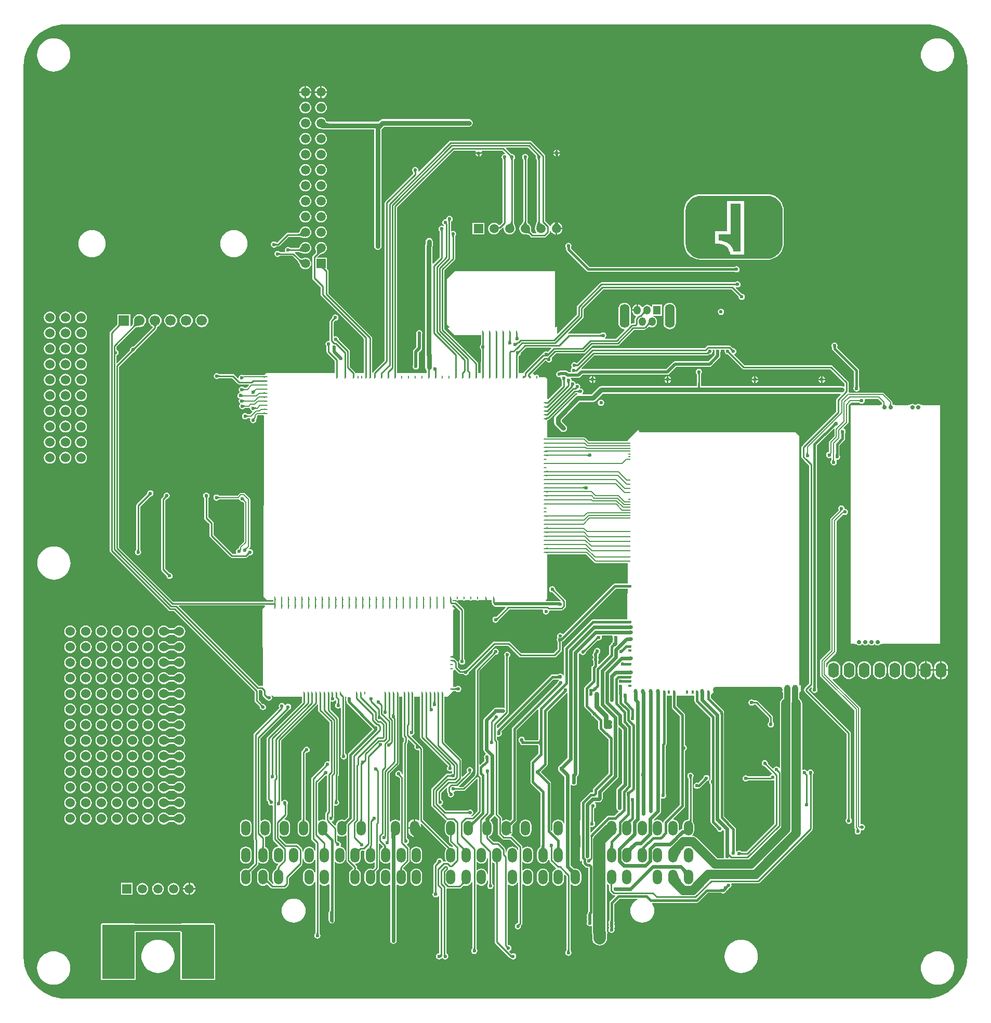
<source format=gbl>
G04*
G04 #@! TF.GenerationSoftware,Altium Limited,Altium Designer,20.2.7 (254)*
G04*
G04 Layer_Physical_Order=2*
G04 Layer_Color=16711680*
%FSLAX25Y25*%
%MOIN*%
G70*
G04*
G04 #@! TF.SameCoordinates,2B6D8946-6301-4847-B182-554F51E79D42*
G04*
G04*
G04 #@! TF.FilePolarity,Positive*
G04*
G01*
G75*
%ADD13C,0.00984*%
%ADD14C,0.01575*%
%ADD16C,0.00787*%
%ADD21C,0.01968*%
%ADD36R,0.03740X0.00984*%
%ADD37R,0.00984X1.54528*%
%ADD38R,0.08858X0.00984*%
%ADD39R,0.12205X0.00984*%
%ADD40R,0.19882X0.00984*%
%ADD107C,0.06693*%
%ADD108R,0.06693X0.06693*%
%ADD110C,0.02362*%
G04:AMPARAMS|DCode=140|XSize=7.87mil|YSize=651.58mil|CornerRadius=3.94mil|HoleSize=0mil|Usage=FLASHONLY|Rotation=270.000|XOffset=0mil|YOffset=0mil|HoleType=Round|Shape=RoundedRectangle|*
%AMROUNDEDRECTD140*
21,1,0.00787,0.64370,0,0,270.0*
21,1,0.00000,0.65158,0,0,270.0*
1,1,0.00787,-0.32185,0.00000*
1,1,0.00787,-0.32185,0.00000*
1,1,0.00787,0.32185,0.00000*
1,1,0.00787,0.32185,0.00000*
%
%ADD140ROUNDEDRECTD140*%
G04:AMPARAMS|DCode=141|XSize=7.87mil|YSize=86.22mil|CornerRadius=3.94mil|HoleSize=0mil|Usage=FLASHONLY|Rotation=135.000|XOffset=0mil|YOffset=0mil|HoleType=Round|Shape=RoundedRectangle|*
%AMROUNDEDRECTD141*
21,1,0.00787,0.07835,0,0,135.0*
21,1,0.00000,0.08622,0,0,135.0*
1,1,0.00787,0.02770,0.02770*
1,1,0.00787,0.02770,0.02770*
1,1,0.00787,-0.02770,-0.02770*
1,1,0.00787,-0.02770,-0.02770*
%
%ADD141ROUNDEDRECTD141*%
G04:AMPARAMS|DCode=142|XSize=7.87mil|YSize=294.88mil|CornerRadius=3.94mil|HoleSize=0mil|Usage=FLASHONLY|Rotation=180.000|XOffset=0mil|YOffset=0mil|HoleType=Round|Shape=RoundedRectangle|*
%AMROUNDEDRECTD142*
21,1,0.00787,0.28701,0,0,180.0*
21,1,0.00000,0.29488,0,0,180.0*
1,1,0.00787,0.00000,0.14350*
1,1,0.00787,0.00000,0.14350*
1,1,0.00787,0.00000,-0.14350*
1,1,0.00787,0.00000,-0.14350*
%
%ADD142ROUNDEDRECTD142*%
%ADD174O,0.03937X0.05906*%
%ADD177O,0.03150X0.02362*%
%ADD188C,0.03937*%
%ADD189C,0.05906*%
%ADD190C,0.07874*%
%ADD191C,0.03150*%
%ADD194C,0.02362*%
%ADD195C,0.06000*%
%ADD196O,0.06299X0.15354*%
%ADD197O,0.04724X0.05512*%
%ADD198R,0.04724X0.05512*%
%ADD199R,0.09843X0.09843*%
%ADD200C,0.05906*%
%ADD201R,0.05906X0.05906*%
%ADD202O,0.06890X0.09843*%
%ADD203C,0.02756*%
%ADD204O,0.05906X0.09449*%
%ADD205R,0.05906X0.05906*%
%ADD206R,0.38386X0.00984*%
G04:AMPARAMS|DCode=207|XSize=9.84mil|YSize=19.68mil|CornerRadius=4.92mil|HoleSize=0mil|Usage=FLASHONLY|Rotation=90.000|XOffset=0mil|YOffset=0mil|HoleType=Round|Shape=RoundedRectangle|*
%AMROUNDEDRECTD207*
21,1,0.00984,0.00984,0,0,90.0*
21,1,0.00000,0.01968,0,0,90.0*
1,1,0.00984,0.00492,0.00000*
1,1,0.00984,0.00492,0.00000*
1,1,0.00984,-0.00492,0.00000*
1,1,0.00984,-0.00492,0.00000*
%
%ADD207ROUNDEDRECTD207*%
G04:AMPARAMS|DCode=208|XSize=9.84mil|YSize=19.68mil|CornerRadius=4.92mil|HoleSize=0mil|Usage=FLASHONLY|Rotation=0.000|XOffset=0mil|YOffset=0mil|HoleType=Round|Shape=RoundedRectangle|*
%AMROUNDEDRECTD208*
21,1,0.00984,0.00984,0,0,0.0*
21,1,0.00000,0.01968,0,0,0.0*
1,1,0.00984,0.00000,-0.00492*
1,1,0.00984,0.00000,-0.00492*
1,1,0.00984,0.00000,0.00492*
1,1,0.00984,0.00000,0.00492*
%
%ADD208ROUNDEDRECTD208*%
G04:AMPARAMS|DCode=209|XSize=7.87mil|YSize=31.5mil|CornerRadius=3.94mil|HoleSize=0mil|Usage=FLASHONLY|Rotation=225.000|XOffset=0mil|YOffset=0mil|HoleType=Round|Shape=RoundedRectangle|*
%AMROUNDEDRECTD209*
21,1,0.00787,0.02362,0,0,225.0*
21,1,0.00000,0.03150,0,0,225.0*
1,1,0.00787,-0.00835,0.00835*
1,1,0.00787,-0.00835,0.00835*
1,1,0.00787,0.00835,-0.00835*
1,1,0.00787,0.00835,-0.00835*
%
%ADD209ROUNDEDRECTD209*%
G04:AMPARAMS|DCode=210|XSize=7.87mil|YSize=368.9mil|CornerRadius=3.94mil|HoleSize=0mil|Usage=FLASHONLY|Rotation=0.000|XOffset=0mil|YOffset=0mil|HoleType=Round|Shape=RoundedRectangle|*
%AMROUNDEDRECTD210*
21,1,0.00787,0.36102,0,0,0.0*
21,1,0.00000,0.36890,0,0,0.0*
1,1,0.00787,0.00000,-0.18051*
1,1,0.00787,0.00000,-0.18051*
1,1,0.00787,0.00000,0.18051*
1,1,0.00787,0.00000,0.18051*
%
%ADD210ROUNDEDRECTD210*%
%ADD211O,0.01575X0.00787*%
%ADD212O,0.02362X0.01575*%
%ADD213O,0.02362X0.03150*%
%ADD214O,0.44882X0.04331*%
%ADD215O,0.01575X0.02362*%
%ADD216O,1.00787X0.00787*%
%ADD217O,0.00787X1.60630*%
G04:AMPARAMS|DCode=218|XSize=7.87mil|YSize=47.24mil|CornerRadius=0mil|HoleSize=0mil|Usage=FLASHONLY|Rotation=45.000|XOffset=0mil|YOffset=0mil|HoleType=Round|Shape=Round|*
%AMOVALD218*
21,1,0.03937,0.00787,0.00000,0.00000,135.0*
1,1,0.00787,0.01392,-0.01392*
1,1,0.00787,-0.01392,0.01392*
%
%ADD218OVALD218*%

G36*
X581781Y625413D02*
X584783Y624902D01*
X587710Y624059D01*
X590524Y622894D01*
X593189Y621421D01*
X595673Y619658D01*
X597944Y617629D01*
X599973Y615358D01*
X601736Y612874D01*
X603209Y610209D01*
X604374Y607395D01*
X605217Y604468D01*
X605727Y601466D01*
X605895Y598479D01*
X605873Y598425D01*
Y27559D01*
X605895Y27505D01*
X605727Y24518D01*
X605217Y21516D01*
X604374Y18589D01*
X603209Y15776D01*
X601736Y13110D01*
X599973Y10626D01*
X597944Y8355D01*
X595673Y6326D01*
X593189Y4564D01*
X590524Y3091D01*
X587710Y1925D01*
X584783Y1082D01*
X581781Y572D01*
X578794Y404D01*
X578740Y426D01*
X27559D01*
X27505Y404D01*
X24518Y572D01*
X21516Y1082D01*
X18589Y1925D01*
X15776Y3091D01*
X13110Y4564D01*
X10626Y6326D01*
X8355Y8355D01*
X6326Y10626D01*
X4564Y13110D01*
X3091Y15776D01*
X1925Y18589D01*
X1082Y21516D01*
X572Y24518D01*
X404Y27505D01*
X426Y27559D01*
Y598425D01*
X404Y598479D01*
X572Y601466D01*
X1082Y604468D01*
X1925Y607395D01*
X3091Y610209D01*
X4564Y612874D01*
X6326Y615358D01*
X8355Y617629D01*
X10626Y619658D01*
X13110Y621421D01*
X15776Y622894D01*
X18589Y624059D01*
X21516Y624902D01*
X24518Y625413D01*
X27505Y625580D01*
X27559Y625558D01*
X578740D01*
X578794Y625580D01*
X581781Y625413D01*
D02*
G37*
%LPC*%
G36*
X586614Y616568D02*
X584946Y616437D01*
X583319Y616046D01*
X581773Y615406D01*
X580347Y614532D01*
X579074Y613445D01*
X577988Y612173D01*
X577114Y610746D01*
X576473Y609200D01*
X576083Y607574D01*
X575951Y605905D01*
X576083Y604238D01*
X576473Y602610D01*
X577114Y601065D01*
X577988Y599638D01*
X579074Y598366D01*
X580347Y597279D01*
X581773Y596405D01*
X583319Y595765D01*
X584946Y595374D01*
X586614Y595243D01*
X588282Y595374D01*
X589909Y595765D01*
X591455Y596405D01*
X592882Y597279D01*
X594154Y598366D01*
X595240Y599638D01*
X596115Y601065D01*
X596755Y602610D01*
X597146Y604238D01*
X597277Y605905D01*
X597146Y607574D01*
X596755Y609200D01*
X596115Y610746D01*
X595240Y612173D01*
X594154Y613445D01*
X592882Y614532D01*
X591455Y615406D01*
X589909Y616046D01*
X588282Y616437D01*
X586614Y616568D01*
D02*
G37*
G36*
X19685D02*
X18017Y616437D01*
X16390Y616046D01*
X14844Y615406D01*
X13418Y614532D01*
X12145Y613445D01*
X11059Y612173D01*
X10184Y610746D01*
X9544Y609200D01*
X9154Y607574D01*
X9022Y605905D01*
X9154Y604238D01*
X9544Y602610D01*
X10184Y601065D01*
X11059Y599638D01*
X12145Y598366D01*
X13418Y597279D01*
X14844Y596405D01*
X16390Y595765D01*
X18017Y595374D01*
X19685Y595243D01*
X21353Y595374D01*
X22980Y595765D01*
X24526Y596405D01*
X25953Y597279D01*
X27225Y598366D01*
X28311Y599638D01*
X29186Y601065D01*
X29826Y602610D01*
X30217Y604238D01*
X30348Y605905D01*
X30217Y607574D01*
X29826Y609200D01*
X29186Y610746D01*
X28311Y612173D01*
X27225Y613445D01*
X25953Y614532D01*
X24526Y615406D01*
X22980Y616046D01*
X21353Y616437D01*
X19685Y616568D01*
D02*
G37*
G36*
X191642Y585968D02*
Y582547D01*
X195063D01*
X194993Y583079D01*
X194595Y584041D01*
X193961Y584866D01*
X193135Y585500D01*
X192174Y585898D01*
X191642Y585968D01*
D02*
G37*
G36*
X181642D02*
Y582547D01*
X185063D01*
X184993Y583079D01*
X184595Y584041D01*
X183961Y584866D01*
X183135Y585500D01*
X182174Y585898D01*
X181642Y585968D01*
D02*
G37*
G36*
X190642D02*
X190110Y585898D01*
X189148Y585500D01*
X188323Y584866D01*
X187689Y584041D01*
X187291Y583079D01*
X187221Y582547D01*
X190642D01*
Y585968D01*
D02*
G37*
G36*
X180642D02*
X180110Y585898D01*
X179148Y585500D01*
X178323Y584866D01*
X177689Y584041D01*
X177291Y583079D01*
X177221Y582547D01*
X180642D01*
Y585968D01*
D02*
G37*
G36*
X190642Y581547D02*
X187221D01*
X187291Y581015D01*
X187689Y580054D01*
X188323Y579228D01*
X189148Y578594D01*
X190110Y578196D01*
X190642Y578126D01*
Y581547D01*
D02*
G37*
G36*
X180642D02*
X177221D01*
X177291Y581015D01*
X177689Y580054D01*
X178323Y579228D01*
X179148Y578594D01*
X180110Y578196D01*
X180642Y578126D01*
Y581547D01*
D02*
G37*
G36*
X195063D02*
X191642D01*
Y578126D01*
X192174Y578196D01*
X193135Y578594D01*
X193961Y579228D01*
X194595Y580054D01*
X194993Y581015D01*
X195063Y581547D01*
D02*
G37*
G36*
X185063D02*
X181642D01*
Y578126D01*
X182174Y578196D01*
X183135Y578594D01*
X183961Y579228D01*
X184595Y580054D01*
X184993Y581015D01*
X185063Y581547D01*
D02*
G37*
G36*
X191142Y575820D02*
X190165Y575691D01*
X189255Y575314D01*
X188474Y574715D01*
X187875Y573933D01*
X187498Y573024D01*
X187369Y572047D01*
X187498Y571071D01*
X187875Y570161D01*
X188474Y569380D01*
X189255Y568780D01*
X190165Y568403D01*
X191142Y568275D01*
X192118Y568403D01*
X193028Y568780D01*
X193809Y569380D01*
X194409Y570161D01*
X194786Y571071D01*
X194914Y572047D01*
X194786Y573024D01*
X194409Y573933D01*
X193809Y574715D01*
X193028Y575314D01*
X192118Y575691D01*
X191142Y575820D01*
D02*
G37*
G36*
X181142D02*
X180165Y575691D01*
X179255Y575314D01*
X178474Y574715D01*
X177875Y573933D01*
X177498Y573024D01*
X177369Y572047D01*
X177498Y571071D01*
X177875Y570161D01*
X178474Y569380D01*
X179255Y568780D01*
X180165Y568403D01*
X181142Y568275D01*
X182118Y568403D01*
X183028Y568780D01*
X183809Y569380D01*
X184409Y570161D01*
X184786Y571071D01*
X184914Y572047D01*
X184786Y573024D01*
X184409Y573933D01*
X183809Y574715D01*
X183028Y575314D01*
X182118Y575691D01*
X181142Y575820D01*
D02*
G37*
G36*
Y565820D02*
X180165Y565691D01*
X179255Y565314D01*
X178474Y564715D01*
X177875Y563933D01*
X177498Y563024D01*
X177369Y562047D01*
X177498Y561071D01*
X177875Y560161D01*
X178474Y559380D01*
X179255Y558780D01*
X180165Y558403D01*
X181142Y558275D01*
X182118Y558403D01*
X183028Y558780D01*
X183809Y559380D01*
X184409Y560161D01*
X184786Y561071D01*
X184914Y562047D01*
X184786Y563024D01*
X184409Y563933D01*
X183809Y564715D01*
X183028Y565314D01*
X182118Y565691D01*
X181142Y565820D01*
D02*
G37*
G36*
X191142Y555820D02*
X190165Y555691D01*
X189255Y555314D01*
X188474Y554715D01*
X187875Y553933D01*
X187498Y553024D01*
X187369Y552047D01*
X187498Y551071D01*
X187875Y550161D01*
X188474Y549380D01*
X189255Y548780D01*
X190165Y548403D01*
X191142Y548275D01*
X192118Y548403D01*
X193028Y548780D01*
X193809Y549380D01*
X194409Y550161D01*
X194786Y551071D01*
X194914Y552047D01*
X194786Y553024D01*
X194409Y553933D01*
X193809Y554715D01*
X193028Y555314D01*
X192118Y555691D01*
X191142Y555820D01*
D02*
G37*
G36*
X181142D02*
X180165Y555691D01*
X179255Y555314D01*
X178474Y554715D01*
X177875Y553933D01*
X177498Y553024D01*
X177369Y552047D01*
X177498Y551071D01*
X177875Y550161D01*
X178474Y549380D01*
X179255Y548780D01*
X180165Y548403D01*
X181142Y548275D01*
X182118Y548403D01*
X183028Y548780D01*
X183809Y549380D01*
X184409Y550161D01*
X184786Y551071D01*
X184914Y552047D01*
X184786Y553024D01*
X184409Y553933D01*
X183809Y554715D01*
X183028Y555314D01*
X182118Y555691D01*
X181142Y555820D01*
D02*
G37*
G36*
X342839Y545074D02*
Y543449D01*
X344463D01*
X344393Y543800D01*
X343911Y544522D01*
X343190Y545004D01*
X342839Y545074D01*
D02*
G37*
G36*
X341839D02*
X341488Y545004D01*
X340766Y544522D01*
X340284Y543800D01*
X340214Y543449D01*
X341839D01*
Y545074D01*
D02*
G37*
G36*
Y542449D02*
X340214D01*
X340284Y542098D01*
X340766Y541377D01*
X341488Y540895D01*
X341839Y540825D01*
Y541420D01*
X341445Y541468D01*
X341439Y542184D01*
X341839Y542147D01*
Y542449D01*
D02*
G37*
G36*
X344463D02*
X342839D01*
Y542057D01*
X343086Y542035D01*
X343074Y542017D01*
X343062Y541987D01*
X343052Y541944D01*
X343044Y541887D01*
X343030Y541735D01*
X343020Y541410D01*
X343020Y541276D01*
X342839Y541298D01*
Y540825D01*
X343190Y540895D01*
X343911Y541377D01*
X344393Y542098D01*
X344463Y542449D01*
D02*
G37*
G36*
X294447Y542414D02*
X292823D01*
Y540789D01*
X293174Y540859D01*
X293895Y541341D01*
X294377Y542063D01*
X294447Y542414D01*
D02*
G37*
G36*
X291823D02*
X290198D01*
X290268Y542063D01*
X290750Y541341D01*
X291472Y540859D01*
X291823Y540789D01*
Y542414D01*
D02*
G37*
G36*
X191142Y545820D02*
X190165Y545691D01*
X189255Y545314D01*
X188474Y544715D01*
X187875Y543933D01*
X187498Y543024D01*
X187369Y542047D01*
X187498Y541071D01*
X187875Y540161D01*
X188474Y539380D01*
X189255Y538780D01*
X190165Y538403D01*
X191142Y538275D01*
X192118Y538403D01*
X193028Y538780D01*
X193809Y539380D01*
X194409Y540161D01*
X194786Y541071D01*
X194914Y542047D01*
X194786Y543024D01*
X194409Y543933D01*
X193809Y544715D01*
X193028Y545314D01*
X192118Y545691D01*
X191142Y545820D01*
D02*
G37*
G36*
X181142D02*
X180165Y545691D01*
X179255Y545314D01*
X178474Y544715D01*
X177875Y543933D01*
X177498Y543024D01*
X177369Y542047D01*
X177498Y541071D01*
X177875Y540161D01*
X178474Y539380D01*
X179255Y538780D01*
X180165Y538403D01*
X181142Y538275D01*
X182118Y538403D01*
X183028Y538780D01*
X183809Y539380D01*
X184409Y540161D01*
X184786Y541071D01*
X184914Y542047D01*
X184786Y543024D01*
X184409Y543933D01*
X183809Y544715D01*
X183028Y545314D01*
X182118Y545691D01*
X181142Y545820D01*
D02*
G37*
G36*
X191142Y535820D02*
X190165Y535691D01*
X189255Y535314D01*
X188474Y534715D01*
X187875Y533933D01*
X187498Y533024D01*
X187369Y532047D01*
X187498Y531071D01*
X187875Y530161D01*
X188474Y529380D01*
X189255Y528780D01*
X190165Y528403D01*
X191142Y528275D01*
X192118Y528403D01*
X193028Y528780D01*
X193809Y529380D01*
X194409Y530161D01*
X194786Y531071D01*
X194914Y532047D01*
X194786Y533024D01*
X194409Y533933D01*
X193809Y534715D01*
X193028Y535314D01*
X192118Y535691D01*
X191142Y535820D01*
D02*
G37*
G36*
X181142D02*
X180165Y535691D01*
X179255Y535314D01*
X178474Y534715D01*
X177875Y533933D01*
X177498Y533024D01*
X177369Y532047D01*
X177498Y531071D01*
X177875Y530161D01*
X178474Y529380D01*
X179255Y528780D01*
X180165Y528403D01*
X181142Y528275D01*
X182118Y528403D01*
X183028Y528780D01*
X183809Y529380D01*
X184409Y530161D01*
X184786Y531071D01*
X184914Y532047D01*
X184786Y533024D01*
X184409Y533933D01*
X183809Y534715D01*
X183028Y535314D01*
X182118Y535691D01*
X181142Y535820D01*
D02*
G37*
G36*
X191142Y525820D02*
X190165Y525691D01*
X189255Y525314D01*
X188474Y524715D01*
X187875Y523933D01*
X187498Y523024D01*
X187369Y522047D01*
X187498Y521071D01*
X187875Y520161D01*
X188474Y519380D01*
X189255Y518780D01*
X190165Y518403D01*
X191142Y518275D01*
X192118Y518403D01*
X193028Y518780D01*
X193809Y519380D01*
X194409Y520161D01*
X194786Y521071D01*
X194914Y522047D01*
X194786Y523024D01*
X194409Y523933D01*
X193809Y524715D01*
X193028Y525314D01*
X192118Y525691D01*
X191142Y525820D01*
D02*
G37*
G36*
X181142D02*
X180165Y525691D01*
X179255Y525314D01*
X178474Y524715D01*
X177875Y523933D01*
X177498Y523024D01*
X177369Y522047D01*
X177498Y521071D01*
X177875Y520161D01*
X178474Y519380D01*
X179255Y518780D01*
X180165Y518403D01*
X181142Y518275D01*
X182118Y518403D01*
X183028Y518780D01*
X183809Y519380D01*
X184409Y520161D01*
X184786Y521071D01*
X184914Y522047D01*
X184786Y523024D01*
X184409Y523933D01*
X183809Y524715D01*
X183028Y525314D01*
X182118Y525691D01*
X181142Y525820D01*
D02*
G37*
G36*
X477490Y516476D02*
X477449Y516467D01*
X477449Y516467D01*
X477000Y516466D01*
X477000Y516466D01*
X434979D01*
X434518Y516468D01*
X434518Y516468D01*
X434490Y516474D01*
X434481Y516472D01*
X434481Y516468D01*
X434478Y516466D01*
X434461Y516462D01*
X432891Y516339D01*
X431294Y515955D01*
X429777Y515327D01*
X428377Y514469D01*
X427129Y513403D01*
X426062Y512154D01*
X425204Y510754D01*
X424576Y509237D01*
X424193Y507641D01*
X424075Y506143D01*
X424056Y506049D01*
X423997Y485232D01*
X424054Y484940D01*
X424183Y483304D01*
X424566Y481707D01*
X425195Y480191D01*
X425353Y479932D01*
X425357Y479922D01*
X425363Y479916D01*
X426052Y478791D01*
X427119Y477542D01*
X427559Y477166D01*
Y476924D01*
X427842D01*
X428367Y476476D01*
X429767Y475618D01*
X431284Y474990D01*
X432881Y474606D01*
X434288Y474495D01*
X434469Y474460D01*
X476989D01*
X477382Y474459D01*
X477473Y474461D01*
X477480Y474459D01*
X477489Y474461D01*
X477489Y474469D01*
X479079Y474594D01*
X480676Y474978D01*
X482193Y475606D01*
X483593Y476464D01*
X484842Y477530D01*
X485908Y478779D01*
X486766Y480179D01*
X487394Y481696D01*
X487778Y483292D01*
X487906Y484929D01*
X487906Y484934D01*
X487913Y484967D01*
Y505462D01*
X487921Y505959D01*
X487913Y506240D01*
X487888Y506362D01*
X487882Y506442D01*
X487787Y507643D01*
X487404Y509239D01*
X486776Y510756D01*
X485918Y512156D01*
X484852Y513405D01*
X483603Y514471D01*
X482203Y515329D01*
X480686Y515957D01*
X479089Y516341D01*
X477499Y516466D01*
X477499Y516474D01*
X477490Y516476D01*
D02*
G37*
G36*
X191142Y515820D02*
X190165Y515691D01*
X189255Y515314D01*
X188474Y514715D01*
X187875Y513933D01*
X187498Y513024D01*
X187369Y512047D01*
X187498Y511071D01*
X187875Y510161D01*
X188474Y509380D01*
X189255Y508780D01*
X190165Y508403D01*
X191142Y508275D01*
X192118Y508403D01*
X193028Y508780D01*
X193809Y509380D01*
X194409Y510161D01*
X194786Y511071D01*
X194914Y512047D01*
X194786Y513024D01*
X194409Y513933D01*
X193809Y514715D01*
X193028Y515314D01*
X192118Y515691D01*
X191142Y515820D01*
D02*
G37*
G36*
X181142D02*
X180165Y515691D01*
X179255Y515314D01*
X178474Y514715D01*
X177875Y513933D01*
X177498Y513024D01*
X177369Y512047D01*
X177498Y511071D01*
X177875Y510161D01*
X178474Y509380D01*
X179255Y508780D01*
X180165Y508403D01*
X181142Y508275D01*
X182118Y508403D01*
X183028Y508780D01*
X183809Y509380D01*
X184409Y510161D01*
X184786Y511071D01*
X184914Y512047D01*
X184786Y513024D01*
X184409Y513933D01*
X183809Y514715D01*
X183028Y515314D01*
X182118Y515691D01*
X181142Y515820D01*
D02*
G37*
G36*
X191142Y505820D02*
X190165Y505691D01*
X189255Y505314D01*
X188474Y504715D01*
X187875Y503933D01*
X187498Y503024D01*
X187369Y502047D01*
X187498Y501071D01*
X187875Y500161D01*
X188474Y499380D01*
X189255Y498780D01*
X190165Y498403D01*
X191142Y498275D01*
X192118Y498403D01*
X193028Y498780D01*
X193809Y499380D01*
X194409Y500161D01*
X194786Y501071D01*
X194914Y502047D01*
X194786Y503024D01*
X194409Y503933D01*
X193809Y504715D01*
X193028Y505314D01*
X192118Y505691D01*
X191142Y505820D01*
D02*
G37*
G36*
X181142D02*
X180165Y505691D01*
X179255Y505314D01*
X178474Y504715D01*
X177875Y503933D01*
X177498Y503024D01*
X177369Y502047D01*
X177498Y501071D01*
X177875Y500161D01*
X178474Y499380D01*
X179255Y498780D01*
X180165Y498403D01*
X181142Y498275D01*
X182118Y498403D01*
X183028Y498780D01*
X183809Y499380D01*
X184409Y500161D01*
X184786Y501071D01*
X184914Y502047D01*
X184786Y503024D01*
X184409Y503933D01*
X183809Y504715D01*
X183028Y505314D01*
X182118Y505691D01*
X181142Y505820D01*
D02*
G37*
G36*
X343127Y498343D02*
X343132Y498324D01*
X343219Y498071D01*
X343332Y497817D01*
X343469Y497561D01*
X343631Y497303D01*
X343818Y497044D01*
X344030Y496783D01*
X344268Y496521D01*
X342626Y496580D01*
Y494988D01*
X346047D01*
X345977Y495520D01*
X345579Y496482D01*
X344945Y497307D01*
X344119Y497941D01*
X343158Y498339D01*
X343127Y498343D01*
D02*
G37*
G36*
X325252Y550714D02*
X274320D01*
X273820Y550615D01*
X273397Y550332D01*
X253814Y530748D01*
X253425Y531067D01*
X253527Y531220D01*
X253680Y531988D01*
X253527Y532756D01*
X253092Y533407D01*
X252441Y533843D01*
X251673Y533995D01*
X250905Y533843D01*
X250254Y533407D01*
X249819Y532756D01*
X249666Y531988D01*
X249819Y531220D01*
X250254Y530569D01*
X250318Y530526D01*
X250318Y530526D01*
X250329Y530504D01*
X250341Y530476D01*
X250352Y530440D01*
X250362Y530396D01*
X250369Y530353D01*
Y529809D01*
X232444Y511884D01*
X232161Y511461D01*
X232062Y510961D01*
Y409891D01*
X224766Y402596D01*
X224484Y402173D01*
X224442Y401965D01*
X223942Y402014D01*
Y424320D01*
X223843Y424819D01*
X223560Y425242D01*
X195891Y452911D01*
Y467028D01*
X195792Y467527D01*
X195509Y467950D01*
X194882Y468577D01*
Y475787D01*
X188955D01*
X188764Y476249D01*
X189834Y477320D01*
X192054Y478367D01*
X192526Y478556D01*
X192528Y478557D01*
X192531Y478558D01*
X192597Y478602D01*
X193028Y478780D01*
X193809Y479380D01*
X194409Y480161D01*
X194786Y481071D01*
X194914Y482047D01*
X194786Y483024D01*
X194409Y483933D01*
X193809Y484715D01*
X193028Y485314D01*
X192118Y485691D01*
X191142Y485820D01*
X190165Y485691D01*
X189255Y485314D01*
X188474Y484715D01*
X187875Y483933D01*
X187498Y483024D01*
X187369Y482047D01*
X187498Y481071D01*
X187657Y480687D01*
X187669Y480619D01*
X187788Y480307D01*
X187868Y480045D01*
X187919Y479811D01*
X187944Y479607D01*
X187946Y479433D01*
X187929Y479288D01*
X187898Y479168D01*
X187854Y479066D01*
X187795Y478973D01*
X187785Y478961D01*
X185987Y477163D01*
X185704Y476739D01*
X185605Y476240D01*
Y462732D01*
X185704Y462233D01*
X185987Y461809D01*
X190920Y456877D01*
Y452228D01*
X191019Y451728D01*
X191302Y451305D01*
X218715Y423892D01*
Y401772D01*
X213096D01*
Y401928D01*
X212997Y402427D01*
X212714Y402851D01*
X209671Y405894D01*
Y415434D01*
X209571Y415933D01*
X209520Y416010D01*
X209473Y416247D01*
X209190Y416671D01*
X202748Y423112D01*
X202723Y423148D01*
X202698Y423186D01*
X202681Y423219D01*
X202669Y423247D01*
X202662Y423270D01*
X202661Y423271D01*
X202676Y423347D01*
X202524Y424115D01*
X202088Y424766D01*
X201437Y425201D01*
X200669Y425353D01*
X199901Y425201D01*
X199777Y425118D01*
X199336Y425353D01*
Y434440D01*
X200140Y435244D01*
X200175Y435270D01*
X200214Y435294D01*
X200247Y435311D01*
X200274Y435323D01*
X200298Y435331D01*
X200299Y435331D01*
X200374Y435316D01*
X201142Y435468D01*
X201793Y435904D01*
X202228Y436555D01*
X202381Y437323D01*
X202228Y438091D01*
X201793Y438742D01*
X201142Y439177D01*
X200374Y439330D01*
X199606Y439177D01*
X198955Y438742D01*
X198520Y438091D01*
X198367Y437323D01*
X198382Y437248D01*
X198382Y437247D01*
X198374Y437223D01*
X198362Y437196D01*
X198345Y437163D01*
X198321Y437124D01*
X198295Y437089D01*
X197109Y435903D01*
X196826Y435480D01*
X196727Y434980D01*
Y422775D01*
X196290Y422352D01*
X196043Y422401D01*
X195275Y422248D01*
X194624Y421813D01*
X194189Y421162D01*
X194036Y420394D01*
X194189Y419626D01*
X194624Y418974D01*
X194688Y418932D01*
X194688Y418931D01*
X194699Y418909D01*
X194711Y418881D01*
X194722Y418846D01*
X194732Y418801D01*
X194739Y418758D01*
Y415304D01*
X194838Y414805D01*
X195121Y414382D01*
X200093Y409409D01*
Y401772D01*
X156047D01*
X154762Y400514D01*
X154483Y400496D01*
X141450D01*
X141450Y400496D01*
X141175Y400441D01*
X141122Y400476D01*
X140354Y400629D01*
X139586Y400476D01*
X138935Y400041D01*
X138500Y399390D01*
X138369Y398730D01*
X137903Y398490D01*
X135667Y400726D01*
X135243Y401008D01*
X134744Y401108D01*
X125946D01*
X125903Y401114D01*
X125859Y401124D01*
X125823Y401136D01*
X125795Y401147D01*
X125774Y401158D01*
X125773Y401159D01*
X125730Y401222D01*
X125079Y401657D01*
X124311Y401810D01*
X123543Y401657D01*
X122892Y401222D01*
X122457Y400571D01*
X122304Y399803D01*
X122457Y399035D01*
X122892Y398384D01*
X123543Y397949D01*
X124311Y397796D01*
X125079Y397949D01*
X125730Y398384D01*
X125773Y398448D01*
X125774Y398448D01*
X125795Y398459D01*
X125823Y398471D01*
X125859Y398482D01*
X125903Y398492D01*
X125946Y398499D01*
X134204D01*
X137759Y394944D01*
X138182Y394661D01*
X138681Y394562D01*
X144863D01*
X145054Y394100D01*
X143300Y392346D01*
X142148D01*
X142111Y392354D01*
X142075Y392364D01*
X142039Y392378D01*
X142002Y392397D01*
X141963Y392420D01*
X141921Y392450D01*
X141889Y392476D01*
X141833Y392561D01*
X141182Y392996D01*
X140413Y393149D01*
X139645Y392996D01*
X138994Y392561D01*
X138559Y391910D01*
X138406Y391142D01*
X138559Y390374D01*
X138994Y389722D01*
X139013Y389710D01*
X138908Y389179D01*
X138799Y389157D01*
X138148Y388722D01*
X137713Y388071D01*
X137560Y387303D01*
X137713Y386535D01*
X138148Y385884D01*
X138629Y385562D01*
X138798Y385431D01*
X138772Y384944D01*
X138559Y384626D01*
X138406Y383858D01*
X138559Y383090D01*
X138994Y382439D01*
X139106Y382364D01*
X139155Y381730D01*
X138854Y381280D01*
X138702Y380512D01*
X138854Y379744D01*
X139289Y379093D01*
X139941Y378658D01*
X140709Y378505D01*
X141477Y378658D01*
X142128Y379093D01*
X142184Y379177D01*
X142217Y379204D01*
X142258Y379233D01*
X142297Y379257D01*
X142334Y379275D01*
X142370Y379289D01*
X142406Y379300D01*
X142443Y379308D01*
X144882D01*
X144882Y379308D01*
X145146Y379360D01*
X145236Y379337D01*
X145604Y379099D01*
X145673Y379019D01*
X145783Y378464D01*
X146219Y377813D01*
X146870Y377378D01*
X147091Y377334D01*
X147236Y376855D01*
X145699Y375319D01*
X144215D01*
X144178Y375326D01*
X144142Y375337D01*
X144106Y375351D01*
X144069Y375369D01*
X144030Y375393D01*
X143988Y375422D01*
X143956Y375449D01*
X143900Y375533D01*
X143248Y375969D01*
X142480Y376121D01*
X141712Y375969D01*
X141061Y375533D01*
X140626Y374882D01*
X140473Y374114D01*
X140626Y373346D01*
X141061Y372695D01*
X141712Y372260D01*
X142480Y372107D01*
X143248Y372260D01*
X143900Y372695D01*
X143956Y372780D01*
X143988Y372806D01*
X144030Y372836D01*
X144069Y372859D01*
X144106Y372877D01*
X144142Y372892D01*
X144178Y372902D01*
X144215Y372910D01*
X145645D01*
X145881Y372469D01*
X145783Y372323D01*
X145631Y371555D01*
X145783Y370787D01*
X146219Y370136D01*
X146870Y369701D01*
X147638Y369548D01*
X148406Y369701D01*
X149057Y370136D01*
X149492Y370787D01*
X149645Y371555D01*
X149562Y371973D01*
X149560Y372045D01*
X149544Y372114D01*
X149541Y372139D01*
X149541Y372154D01*
X149542Y372163D01*
X149543Y372168D01*
X149545Y372175D01*
X149550Y372185D01*
X149557Y372198D01*
X149802Y372442D01*
X149802Y372442D01*
X150063Y372833D01*
X150154Y373293D01*
X150154Y373293D01*
Y374140D01*
X150715Y374701D01*
X154140D01*
X154493Y374347D01*
X154321Y258317D01*
X156622Y255942D01*
X160548D01*
Y255242D01*
X96308D01*
X61639Y289911D01*
Y405857D01*
X70502Y414720D01*
X70539Y414749D01*
X70586Y414780D01*
X70628Y414805D01*
X70666Y414823D01*
X70700Y414837D01*
X70731Y414847D01*
X70759Y414854D01*
X70818Y414863D01*
X70881Y414885D01*
X71339Y414976D01*
X71990Y415412D01*
X72425Y416063D01*
X72516Y416521D01*
X72539Y416584D01*
X72548Y416643D01*
X72554Y416671D01*
X72564Y416702D01*
X72578Y416735D01*
X72597Y416773D01*
X72622Y416816D01*
X72646Y416853D01*
X72698Y416916D01*
X85686Y429904D01*
X85969Y430328D01*
X86068Y430827D01*
Y430987D01*
X86084Y431094D01*
X86111Y431199D01*
X86145Y431289D01*
X86187Y431368D01*
X86237Y431440D01*
X86299Y431508D01*
X86375Y431575D01*
X86471Y431641D01*
X86620Y431723D01*
X86631Y431732D01*
X86848Y431822D01*
X87712Y432485D01*
X88375Y433348D01*
X88791Y434354D01*
X88933Y435433D01*
X88791Y436512D01*
X88375Y437518D01*
X87712Y438381D01*
X86848Y439044D01*
X85843Y439461D01*
X84764Y439603D01*
X83685Y439461D01*
X82679Y439044D01*
X81815Y438381D01*
X81153Y437518D01*
X80736Y436512D01*
X80594Y435433D01*
X80736Y434354D01*
X81153Y433348D01*
X81815Y432485D01*
X82679Y431822D01*
X82897Y431732D01*
X82907Y431723D01*
X83057Y431641D01*
X83146Y431266D01*
X83142Y431050D01*
X70950Y418858D01*
X70920Y418836D01*
X70890Y418819D01*
X70867Y418808D01*
X70852Y418802D01*
X70842Y418800D01*
X70836Y418799D01*
X70831Y418799D01*
X70782Y418803D01*
X70761Y418800D01*
X70571Y418838D01*
X69803Y418685D01*
X69152Y418250D01*
X68717Y417599D01*
X68564Y416831D01*
X68602Y416641D01*
X68599Y416619D01*
X68603Y416570D01*
X68602Y416565D01*
X68602Y416560D01*
X68599Y416550D01*
X68594Y416535D01*
X68583Y416512D01*
X68565Y416482D01*
X68544Y416452D01*
X60330Y408238D01*
X59868Y408429D01*
Y412978D01*
X60020Y413008D01*
X60671Y413443D01*
X61106Y414094D01*
X61259Y414862D01*
X61106Y415630D01*
X60671Y416281D01*
X60020Y416716D01*
X59868Y416747D01*
Y418692D01*
X71988Y430812D01*
X72003Y430825D01*
X72125Y430902D01*
X72293Y430981D01*
X72507Y431057D01*
X72768Y431126D01*
X73074Y431184D01*
X73415Y431229D01*
X74257Y431281D01*
X74614Y431283D01*
X74764Y431264D01*
X75843Y431406D01*
X76849Y431822D01*
X77712Y432485D01*
X78375Y433348D01*
X78791Y434354D01*
X78933Y435433D01*
X78791Y436512D01*
X78375Y437518D01*
X77712Y438381D01*
X76849Y439044D01*
X75843Y439461D01*
X74764Y439603D01*
X73685Y439461D01*
X72679Y439044D01*
X71816Y438381D01*
X71153Y437518D01*
X70736Y436512D01*
X70594Y435433D01*
X70614Y435283D01*
X70612Y434926D01*
X70560Y434085D01*
X70515Y433743D01*
X70457Y433437D01*
X70388Y433177D01*
X70312Y432962D01*
X70233Y432795D01*
X70156Y432673D01*
X70143Y432657D01*
X69360Y431874D01*
X68898Y432065D01*
Y439567D01*
X60630D01*
Y433508D01*
X60627Y433491D01*
X60630Y433473D01*
Y433199D01*
X60597Y433152D01*
X60374Y432888D01*
X55869Y428383D01*
X55586Y427960D01*
X55487Y427461D01*
Y287902D01*
X55586Y287403D01*
X55869Y286980D01*
X93378Y249471D01*
X93801Y249188D01*
X94300Y249089D01*
X96856D01*
X148597Y197348D01*
Y191535D01*
X148696Y191036D01*
X148979Y190613D01*
X150894Y188698D01*
X150894Y188698D01*
X151858Y187734D01*
X151884Y187699D01*
X151908Y187660D01*
X151925Y187627D01*
X151937Y187600D01*
X151945Y187576D01*
X151945Y187575D01*
X151930Y187500D01*
X152083Y186732D01*
X152518Y186081D01*
X153169Y185646D01*
X153937Y185493D01*
X154705Y185646D01*
X155356Y186081D01*
X155791Y186732D01*
X155944Y187500D01*
X155791Y188268D01*
X155356Y188919D01*
X154705Y189354D01*
X153937Y189507D01*
X153862Y189492D01*
X153861Y189492D01*
X153838Y189500D01*
X153810Y189512D01*
X153777Y189529D01*
X153738Y189553D01*
X153703Y189579D01*
X152739Y190543D01*
X152739Y190543D01*
X151206Y192076D01*
Y197888D01*
X151204Y197900D01*
X151614Y198400D01*
X152841D01*
X153518Y197723D01*
Y195473D01*
X153618Y194973D01*
X153900Y194550D01*
X155605Y192845D01*
X156028Y192562D01*
X156039Y192560D01*
X156356Y192085D01*
X157008Y191650D01*
X157776Y191497D01*
X158544Y191650D01*
X159195Y192085D01*
X159630Y192736D01*
X159783Y193504D01*
X159630Y194272D01*
X159397Y194620D01*
X159786Y194939D01*
X160531Y194193D01*
X178912D01*
Y190501D01*
X156656Y168245D01*
X156374Y167822D01*
X156274Y167323D01*
Y128283D01*
X156374Y127784D01*
X156656Y127360D01*
X157171Y126845D01*
X157190Y126819D01*
X157203Y126795D01*
X157210Y126780D01*
X157210Y126780D01*
X157204Y126744D01*
X157207Y126683D01*
X157147Y126378D01*
X157299Y125610D01*
X157734Y124959D01*
X158386Y124524D01*
X159153Y124371D01*
X159711Y124482D01*
X160211Y124162D01*
Y102854D01*
X160310Y102355D01*
X160593Y101932D01*
X164015Y98510D01*
X163865Y98207D01*
X163757Y98061D01*
X162803Y97935D01*
X161893Y97558D01*
X161112Y96959D01*
X160512Y96178D01*
X160136Y95268D01*
X160007Y94291D01*
Y90748D01*
X160136Y89772D01*
X160512Y88862D01*
X161112Y88081D01*
X161893Y87481D01*
X162803Y87104D01*
X163480Y87015D01*
X163659Y86487D01*
X162857Y85685D01*
X162574Y85262D01*
X162475Y84763D01*
Y83763D01*
X162469Y83691D01*
X162459Y83619D01*
X161893Y83385D01*
X161112Y82786D01*
X160512Y82004D01*
X160136Y81094D01*
X160007Y80118D01*
Y76575D01*
X160136Y75598D01*
X160512Y74689D01*
X160688Y74460D01*
X160471Y73921D01*
X160242Y73887D01*
X158146Y75983D01*
X157989Y76151D01*
X157873Y76294D01*
X157780Y76423D01*
X157715Y76529D01*
X157706Y76547D01*
X157709Y76575D01*
Y80118D01*
X157581Y81094D01*
X157204Y82004D01*
X156605Y82786D01*
X155823Y83385D01*
X154913Y83762D01*
X153937Y83890D01*
X152961Y83762D01*
X152051Y83385D01*
X151269Y82786D01*
X150670Y82004D01*
X150293Y81094D01*
X150165Y80118D01*
Y76575D01*
X150293Y75598D01*
X150670Y74689D01*
X151269Y73907D01*
X152051Y73308D01*
X152961Y72931D01*
X153937Y72802D01*
X154913Y72931D01*
X155823Y73308D01*
X156563Y73875D01*
X159018Y71420D01*
X159442Y71137D01*
X159941Y71038D01*
X167520D01*
X168019Y71137D01*
X168442Y71420D01*
X170115Y73093D01*
X170398Y73516D01*
X170498Y74016D01*
Y77806D01*
X178777Y86085D01*
X179060Y86509D01*
X179159Y87008D01*
Y96044D01*
X179060Y96544D01*
X178777Y96967D01*
X176298Y99446D01*
X175874Y99729D01*
X175375Y99828D01*
X168892D01*
X164631Y104089D01*
Y104973D01*
X165131Y105219D01*
X165673Y104804D01*
X166583Y104427D01*
X167559Y104298D01*
X168535Y104427D01*
X169445Y104804D01*
X170227Y105403D01*
X170826Y106185D01*
X171203Y107095D01*
X171332Y108071D01*
Y111614D01*
X171203Y112591D01*
X170826Y113500D01*
X170227Y114282D01*
X169445Y114881D01*
X168535Y115258D01*
X167807Y115354D01*
X167628Y115882D01*
X169131Y117385D01*
X169414Y117808D01*
X169513Y118307D01*
Y124519D01*
X169520Y124596D01*
X169529Y124649D01*
X169541Y124705D01*
X169555Y124753D01*
X169570Y124795D01*
X169585Y124831D01*
X169601Y124862D01*
X169632Y124913D01*
X169654Y124972D01*
X169817Y125216D01*
X169970Y125984D01*
X169817Y126752D01*
X169382Y127403D01*
X168731Y127839D01*
X167963Y127991D01*
X167194Y127839D01*
X166543Y127403D01*
X166283Y127014D01*
X165692Y126968D01*
X165576Y127073D01*
Y165959D01*
X188806Y189188D01*
X189306Y189006D01*
Y185526D01*
X189405Y185027D01*
X189688Y184604D01*
X196540Y177752D01*
Y152847D01*
X196040Y152573D01*
X195384Y152703D01*
X194615Y152551D01*
X193964Y152115D01*
X193529Y151464D01*
X193377Y150696D01*
X193392Y150621D01*
X193391Y150620D01*
X193384Y150597D01*
X193372Y150569D01*
X193354Y150536D01*
X193330Y150497D01*
X193305Y150462D01*
X185278Y142436D01*
X184995Y142013D01*
X184896Y141514D01*
Y103071D01*
X184995Y102572D01*
X185278Y102148D01*
X187573Y99853D01*
Y95386D01*
X187108Y95268D01*
X186732Y96178D01*
X186132Y96959D01*
X185351Y97558D01*
X184441Y97935D01*
X183465Y98064D01*
X182488Y97935D01*
X181578Y97558D01*
X180797Y96959D01*
X180198Y96178D01*
X179821Y95268D01*
X179692Y94291D01*
Y90748D01*
X179821Y89772D01*
X180198Y88862D01*
X180797Y88081D01*
X181578Y87481D01*
X182488Y87104D01*
X183465Y86976D01*
X184441Y87104D01*
X185351Y87481D01*
X186132Y88081D01*
X186732Y88862D01*
X187108Y89772D01*
X187573Y89653D01*
Y81213D01*
X187108Y81094D01*
X186732Y82004D01*
X186132Y82786D01*
X185351Y83385D01*
X184441Y83762D01*
X183465Y83890D01*
X182488Y83762D01*
X181578Y83385D01*
X180797Y82786D01*
X180198Y82004D01*
X179821Y81094D01*
X179692Y80118D01*
Y76575D01*
X179821Y75598D01*
X180198Y74689D01*
X180797Y73907D01*
X181578Y73308D01*
X182488Y72931D01*
X183465Y72802D01*
X184441Y72931D01*
X185351Y73308D01*
X186132Y73907D01*
X186732Y74689D01*
X187108Y75598D01*
X187573Y75480D01*
Y42482D01*
X187567Y42439D01*
X187557Y42395D01*
X187546Y42359D01*
X187534Y42331D01*
X187523Y42309D01*
X187522Y42308D01*
X187459Y42266D01*
X187024Y41614D01*
X186871Y40846D01*
X187024Y40078D01*
X187459Y39427D01*
X188110Y38992D01*
X188878Y38839D01*
X189646Y38992D01*
X190297Y39427D01*
X190732Y40078D01*
X190885Y40846D01*
X190732Y41614D01*
X190297Y42266D01*
X190233Y42308D01*
X190233Y42309D01*
X190222Y42331D01*
X190210Y42359D01*
X190199Y42395D01*
X190189Y42439D01*
X190182Y42482D01*
Y73752D01*
X190345Y73807D01*
X190682Y73874D01*
X191421Y73308D01*
X192331Y72931D01*
X193307Y72802D01*
X194283Y72931D01*
X195193Y73308D01*
X195975Y73907D01*
X196123Y74100D01*
X196623Y73931D01*
Y56741D01*
X196612Y56734D01*
X196177Y56083D01*
X196024Y55315D01*
Y50787D01*
X196177Y50019D01*
X196612Y49368D01*
X197263Y48933D01*
X197372Y48911D01*
X197614Y48750D01*
X198228Y48628D01*
X198843Y48750D01*
X199364Y49098D01*
X199712Y49619D01*
X199751Y49818D01*
X199886Y50019D01*
X200039Y50787D01*
Y55315D01*
X199886Y56083D01*
X199834Y56160D01*
Y88104D01*
X200334Y88274D01*
X200482Y88081D01*
X201263Y87481D01*
X202173Y87104D01*
X203150Y86976D01*
X204126Y87104D01*
X205036Y87481D01*
X205817Y88081D01*
X206417Y88862D01*
X206793Y89772D01*
X206922Y90748D01*
Y94291D01*
X206793Y95268D01*
X206417Y96178D01*
X205817Y96959D01*
X205036Y97558D01*
X204126Y97935D01*
X203883Y97967D01*
X203677Y98423D01*
X203823Y98641D01*
X203976Y99410D01*
X203823Y100178D01*
X203388Y100829D01*
X202737Y101264D01*
X201969Y101417D01*
X201600Y101761D01*
Y104973D01*
X202100Y105219D01*
X202641Y104804D01*
X203551Y104427D01*
X204528Y104298D01*
X205504Y104427D01*
X206414Y104804D01*
X206955Y105219D01*
X207455Y104973D01*
Y88995D01*
X207555Y88496D01*
X207837Y88073D01*
X211687Y84222D01*
Y83763D01*
X211682Y83691D01*
X211672Y83619D01*
X211106Y83385D01*
X210325Y82786D01*
X209725Y82004D01*
X209348Y81094D01*
X209220Y80118D01*
Y76575D01*
X209348Y75598D01*
X209725Y74689D01*
X210325Y73907D01*
X211106Y73308D01*
X212016Y72931D01*
X212992Y72802D01*
X213968Y72931D01*
X214878Y73308D01*
X215660Y73907D01*
X216259Y74689D01*
X216636Y75598D01*
X216764Y76575D01*
Y80118D01*
X216636Y81094D01*
X216259Y82004D01*
X215660Y82786D01*
X214878Y83385D01*
X214313Y83619D01*
X214302Y83691D01*
X214297Y83763D01*
Y84763D01*
X214197Y85262D01*
X213915Y85685D01*
X213113Y86487D01*
X213292Y87015D01*
X213968Y87104D01*
X214878Y87481D01*
X215660Y88081D01*
X216259Y88862D01*
X216636Y89772D01*
X216764Y90748D01*
Y94291D01*
X216695Y94818D01*
X216706Y94838D01*
X216754Y94911D01*
X216915Y95108D01*
X217156Y95349D01*
X218441D01*
X218729Y95406D01*
X218749Y95400D01*
X219072Y95155D01*
X219124Y95088D01*
X219158Y95021D01*
X219062Y94291D01*
Y90748D01*
X219191Y89772D01*
X219568Y88862D01*
X220167Y88081D01*
X220948Y87481D01*
X221858Y87104D01*
X222835Y86976D01*
X223811Y87104D01*
X224721Y87481D01*
X225262Y87897D01*
X225762Y87650D01*
Y84891D01*
X224490Y83618D01*
X224435Y83571D01*
X224377Y83528D01*
X223811Y83762D01*
X222835Y83890D01*
X221858Y83762D01*
X220948Y83385D01*
X220167Y82786D01*
X219568Y82004D01*
X219191Y81094D01*
X219062Y80118D01*
Y76575D01*
X219191Y75598D01*
X219568Y74689D01*
X220167Y73907D01*
X220948Y73308D01*
X221858Y72931D01*
X222835Y72802D01*
X223811Y72931D01*
X224721Y73308D01*
X225502Y73907D01*
X226102Y74689D01*
X226479Y75598D01*
X226607Y76575D01*
Y80118D01*
X226479Y81094D01*
X226244Y81660D01*
X226287Y81718D01*
X226335Y81773D01*
X227989Y83428D01*
X228272Y83851D01*
X228372Y84350D01*
Y99804D01*
X228833Y99995D01*
X230792Y98037D01*
X230747Y97524D01*
X230010Y96959D01*
X229410Y96178D01*
X229033Y95268D01*
X228905Y94291D01*
Y90748D01*
X229033Y89772D01*
X229410Y88862D01*
X230010Y88081D01*
X230791Y87481D01*
X231701Y87104D01*
X232677Y86976D01*
X233653Y87104D01*
X234563Y87481D01*
X235091Y87886D01*
X235591Y87640D01*
Y83227D01*
X235091Y82980D01*
X234563Y83385D01*
X233653Y83762D01*
X232677Y83890D01*
X231701Y83762D01*
X230791Y83385D01*
X230010Y82786D01*
X229410Y82004D01*
X229033Y81094D01*
X228905Y80118D01*
Y76575D01*
X229033Y75598D01*
X229410Y74689D01*
X230010Y73907D01*
X230791Y73308D01*
X231701Y72931D01*
X232677Y72802D01*
X233653Y72931D01*
X234563Y73308D01*
X235091Y73713D01*
X235591Y73466D01*
Y42126D01*
Y37598D01*
X235744Y36830D01*
X236179Y36179D01*
X236830Y35744D01*
X237598Y35591D01*
X238367Y35744D01*
X239018Y36179D01*
X239453Y36830D01*
X239605Y37598D01*
Y42126D01*
Y73466D01*
X240106Y73713D01*
X240634Y73308D01*
X241543Y72931D01*
X242520Y72802D01*
X243496Y72931D01*
X244406Y73308D01*
X245187Y73907D01*
X245787Y74689D01*
X246164Y75598D01*
X246292Y76575D01*
Y80118D01*
X246164Y81094D01*
X245787Y82004D01*
X245187Y82786D01*
X244406Y83385D01*
X243840Y83619D01*
X243830Y83691D01*
X243824Y83763D01*
Y84222D01*
X247674Y88073D01*
X247957Y88496D01*
X248057Y88995D01*
Y96931D01*
X247957Y97430D01*
X247674Y97853D01*
X246286Y99242D01*
X246446Y99789D01*
X247002Y100161D01*
X247437Y100812D01*
X247590Y101580D01*
X247437Y102348D01*
X247002Y102999D01*
X246351Y103434D01*
X246167Y103471D01*
Y163747D01*
X246453Y164033D01*
X246736Y164456D01*
X246835Y164955D01*
Y166691D01*
X247297Y166883D01*
X251359Y162821D01*
X251197Y162579D01*
X251044Y161811D01*
X251197Y161043D01*
X251632Y160392D01*
X252283Y159957D01*
X253051Y159804D01*
X253609Y159915D01*
X254049Y159633D01*
X254109Y159549D01*
Y114980D01*
X253627Y114720D01*
X253174Y115067D01*
X252213Y115465D01*
X251681Y115535D01*
Y110343D01*
X252658D01*
X253911Y112745D01*
X254208Y111835D01*
X254805Y110343D01*
X255168D01*
Y111614D01*
X255040Y112585D01*
X255159Y112699D01*
X255493Y112839D01*
X271582Y96750D01*
X271142Y96178D01*
X270766Y95268D01*
X270637Y94291D01*
Y90748D01*
X270766Y89772D01*
X271142Y88862D01*
X271247Y88726D01*
X271025Y88278D01*
X269968D01*
X269771Y88239D01*
X269375Y88548D01*
X269320Y88635D01*
X269177Y89351D01*
X268742Y90002D01*
X268091Y90437D01*
X267323Y90590D01*
X266555Y90437D01*
X265904Y90002D01*
X265469Y89351D01*
X265316Y88583D01*
X265331Y88507D01*
X265331Y88507D01*
X265323Y88483D01*
X265311Y88455D01*
X265294Y88422D01*
X265270Y88384D01*
X265244Y88349D01*
X263727Y86832D01*
X263444Y86409D01*
X263345Y85909D01*
Y68884D01*
X263339Y68837D01*
X263328Y68784D01*
X263316Y68739D01*
X263302Y68701D01*
X263288Y68669D01*
X263274Y68642D01*
X263260Y68619D01*
X263223Y68572D01*
X263201Y68527D01*
X262910Y68091D01*
X262757Y67323D01*
X262910Y66555D01*
X263345Y65904D01*
X263996Y65469D01*
X264764Y65316D01*
X265532Y65469D01*
X266183Y65904D01*
X266487Y66358D01*
X266987Y66207D01*
Y41971D01*
X266987Y41970D01*
Y29620D01*
X266921Y29566D01*
X266153Y29414D01*
X265502Y28978D01*
X265067Y28327D01*
X264914Y27559D01*
X265067Y26791D01*
X265502Y26140D01*
X266153Y25705D01*
X266921Y25552D01*
X267689Y25705D01*
X268340Y26140D01*
X268589Y26512D01*
X269151Y26527D01*
X269200Y26498D01*
X269439Y26140D01*
X270090Y25705D01*
X270858Y25552D01*
X271626Y25705D01*
X272277Y26140D01*
X272713Y26791D01*
X272865Y27559D01*
X272713Y28327D01*
X272277Y28978D01*
X271626Y29414D01*
X271580Y29423D01*
Y42792D01*
X271580Y42792D01*
Y70921D01*
X272080Y71189D01*
X272157Y71137D01*
X272656Y71038D01*
X280020D01*
X280519Y71137D01*
X280942Y71420D01*
X282597Y73075D01*
X282652Y73122D01*
X282710Y73165D01*
X283276Y72931D01*
X284252Y72802D01*
X285228Y72931D01*
X286138Y73308D01*
X286919Y73907D01*
X287519Y74689D01*
X287664Y75038D01*
X288164Y74939D01*
Y32738D01*
X288157Y32695D01*
X288147Y32651D01*
X288136Y32615D01*
X288125Y32587D01*
X288114Y32565D01*
X288113Y32564D01*
X288049Y32522D01*
X287614Y31870D01*
X287461Y31102D01*
X287614Y30334D01*
X288049Y29683D01*
X288700Y29248D01*
X289469Y29095D01*
X290237Y29248D01*
X290888Y29683D01*
X291323Y30334D01*
X291476Y31102D01*
X291323Y31870D01*
X290888Y32522D01*
X290824Y32564D01*
X290823Y32565D01*
X290812Y32587D01*
X290801Y32615D01*
X290790Y32651D01*
X290780Y32695D01*
X290773Y32738D01*
Y73938D01*
X291273Y74108D01*
X291427Y73907D01*
X292208Y73308D01*
X293118Y72931D01*
X294094Y72802D01*
X295071Y72931D01*
X295981Y73308D01*
X296762Y73907D01*
X297361Y74689D01*
X297738Y75598D01*
X297867Y76575D01*
Y80118D01*
X297738Y81094D01*
X297361Y82004D01*
X296762Y82786D01*
X295981Y83385D01*
X295071Y83762D01*
X294094Y83890D01*
X293118Y83762D01*
X292208Y83385D01*
X291427Y82786D01*
X291273Y82585D01*
X290773Y82755D01*
Y88111D01*
X291273Y88281D01*
X291427Y88081D01*
X292208Y87481D01*
X293118Y87104D01*
X294094Y86976D01*
X295071Y87104D01*
X295981Y87481D01*
X296762Y88081D01*
X297361Y88862D01*
X297738Y89772D01*
X297867Y90748D01*
Y93387D01*
X298367Y93654D01*
X298400Y93632D01*
Y74309D01*
X298394Y74262D01*
X298383Y74210D01*
X298371Y74167D01*
X298358Y74130D01*
X298344Y74099D01*
X298334Y74080D01*
X298310Y74045D01*
X298279Y74006D01*
X298264Y73976D01*
X297949Y73504D01*
X297796Y72736D01*
X297949Y71968D01*
X298384Y71317D01*
X299035Y70882D01*
X299803Y70729D01*
X300571Y70882D01*
X301222Y71317D01*
X301657Y71968D01*
X301810Y72736D01*
X301657Y73504D01*
X301222Y74155D01*
X301098Y74238D01*
X301062Y74272D01*
X301056Y74279D01*
X301050Y74287D01*
X301043Y74300D01*
X301034Y74318D01*
X301025Y74345D01*
X301016Y74382D01*
X301009Y74421D01*
Y87650D01*
X301509Y87897D01*
X302051Y87481D01*
X302617Y87247D01*
X302627Y87175D01*
X302632Y87103D01*
Y36776D01*
X302732Y36277D01*
X303014Y35854D01*
X311968Y26900D01*
X312391Y26617D01*
X312669Y26562D01*
X312951Y26140D01*
X313602Y25705D01*
X314370Y25552D01*
X315138Y25705D01*
X315789Y26140D01*
X316224Y26791D01*
X316377Y27559D01*
X316224Y28327D01*
X315789Y28978D01*
X315138Y29413D01*
X314370Y29566D01*
X313602Y29413D01*
X313328Y29230D01*
X312022Y30536D01*
X312182Y31083D01*
X312738Y31455D01*
X313173Y32106D01*
X313326Y32874D01*
X313173Y33642D01*
X312738Y34293D01*
X312087Y34728D01*
X311319Y34881D01*
X311244Y34866D01*
X311243Y34866D01*
X311219Y34874D01*
X311192Y34886D01*
X311159Y34903D01*
X311120Y34927D01*
X311085Y34953D01*
X310852Y35186D01*
Y73477D01*
X311352Y73723D01*
X311893Y73308D01*
X312803Y72931D01*
X313779Y72802D01*
X314756Y72931D01*
X315666Y73308D01*
X316447Y73907D01*
X317046Y74689D01*
X317192Y75038D01*
X317691Y74939D01*
Y49302D01*
X317372Y48982D01*
X317314Y48933D01*
X317268Y48900D01*
X317220Y48869D01*
X317175Y48843D01*
X317134Y48823D01*
X317097Y48808D01*
X317064Y48797D01*
X317005Y48782D01*
X316955Y48757D01*
X316690Y48705D01*
X316039Y48270D01*
X315603Y47618D01*
X315451Y46850D01*
X315603Y46082D01*
X316039Y45431D01*
X316690Y44996D01*
X317458Y44843D01*
X318226Y44996D01*
X318877Y45431D01*
X319312Y46082D01*
X319465Y46850D01*
X319395Y47199D01*
X319397Y47266D01*
X319392Y47292D01*
X319394Y47297D01*
X319407Y47320D01*
X319424Y47344D01*
X319918Y47839D01*
X320201Y48262D01*
X320301Y48761D01*
Y73938D01*
X320801Y74108D01*
X320954Y73907D01*
X321736Y73308D01*
X322646Y72931D01*
X323622Y72802D01*
X324598Y72931D01*
X325508Y73308D01*
X326290Y73907D01*
X326889Y74689D01*
X327266Y75598D01*
X327395Y76575D01*
Y80118D01*
X327266Y81094D01*
X326889Y82004D01*
X326290Y82786D01*
X325508Y83385D01*
X324598Y83762D01*
X323622Y83890D01*
X322646Y83762D01*
X321736Y83385D01*
X320954Y82786D01*
X320801Y82585D01*
X320301Y82755D01*
Y88111D01*
X320801Y88281D01*
X320954Y88081D01*
X321736Y87481D01*
X322646Y87104D01*
X323622Y86976D01*
X324598Y87104D01*
X325508Y87481D01*
X326290Y88081D01*
X326889Y88862D01*
X327266Y89772D01*
X327395Y90748D01*
Y94291D01*
X327266Y95268D01*
X326889Y96178D01*
X326290Y96959D01*
X325508Y97558D01*
X324598Y97935D01*
X323622Y98064D01*
X322646Y97935D01*
X321736Y97558D01*
X320954Y96959D01*
X320801Y96758D01*
X320301Y96928D01*
Y97835D01*
X320201Y98334D01*
X319919Y98757D01*
X313915Y104761D01*
X313491Y105044D01*
X313264Y105089D01*
X313020Y105556D01*
X313176Y105901D01*
X313291Y105924D01*
X313715Y106207D01*
X313997Y106630D01*
X314097Y107129D01*
X313997Y107629D01*
X313827Y107884D01*
X313851Y108071D01*
Y111600D01*
X314138Y111792D01*
X316293Y113947D01*
X316293Y113947D01*
X316641Y114468D01*
X316763Y115082D01*
X316763Y115082D01*
Y172760D01*
X330079Y186076D01*
X330579Y185869D01*
Y166800D01*
X330554Y166658D01*
X330516Y166544D01*
X330475Y166468D01*
X330433Y166417D01*
X330382Y166375D01*
X330306Y166334D01*
X330192Y166296D01*
X330050Y166271D01*
X322106D01*
X321889Y166535D01*
X321736Y167304D01*
X321301Y167955D01*
X320650Y168390D01*
X319882Y168543D01*
X319114Y168390D01*
X318463Y167955D01*
X318288Y167693D01*
X318254Y167671D01*
X317906Y167150D01*
X317784Y166535D01*
Y166322D01*
X317784Y166322D01*
X317906Y165708D01*
X318254Y165187D01*
X318707Y164735D01*
Y164665D01*
X318829Y164051D01*
X319177Y163530D01*
X319698Y163182D01*
X320312Y163060D01*
X330050D01*
X330192Y163035D01*
X330306Y162996D01*
X330382Y162956D01*
X330433Y162914D01*
X330475Y162862D01*
X330516Y162787D01*
X330554Y162672D01*
X330579Y162530D01*
Y157653D01*
X325932Y153005D01*
X325584Y152485D01*
X325461Y151870D01*
X325461Y151870D01*
Y139469D01*
X325461Y139469D01*
X325584Y138854D01*
X325932Y138333D01*
X331859Y132406D01*
Y98257D01*
X331847Y98089D01*
X331816Y97857D01*
X331777Y97680D01*
X331762Y97634D01*
X331578Y97558D01*
X330797Y96959D01*
X330198Y96178D01*
X329821Y95268D01*
X329692Y94291D01*
Y90748D01*
X329821Y89772D01*
X330198Y88862D01*
X330797Y88081D01*
X331578Y87481D01*
X332488Y87104D01*
X333465Y86976D01*
X334441Y87104D01*
X335351Y87481D01*
X336132Y88081D01*
X336732Y88862D01*
X337108Y89772D01*
X337172Y90253D01*
X337672Y90220D01*
Y89093D01*
X337771Y88594D01*
X338054Y88171D01*
X342041Y84183D01*
X341981Y83669D01*
X341935Y83598D01*
X341421Y83385D01*
X340640Y82786D01*
X340040Y82004D01*
X339663Y81094D01*
X339535Y80118D01*
Y76575D01*
X339663Y75598D01*
X340040Y74689D01*
X340640Y73907D01*
X341421Y73308D01*
X342331Y72931D01*
X343307Y72802D01*
X344283Y72931D01*
X345193Y73308D01*
X345975Y73907D01*
X346574Y74689D01*
X346951Y75598D01*
X347079Y76575D01*
Y79779D01*
X347580Y79986D01*
X348597Y78969D01*
Y31557D01*
X348590Y31514D01*
X348580Y31469D01*
X348569Y31434D01*
X348558Y31406D01*
X348547Y31384D01*
X348546Y31383D01*
X348482Y31341D01*
X348047Y30689D01*
X347895Y29921D01*
X348047Y29153D01*
X348482Y28502D01*
X349133Y28067D01*
X349902Y27914D01*
X350670Y28067D01*
X351321Y28502D01*
X351756Y29153D01*
X351909Y29921D01*
X351756Y30689D01*
X351321Y31341D01*
X351257Y31383D01*
X351256Y31384D01*
X351245Y31406D01*
X351234Y31434D01*
X351223Y31470D01*
X351213Y31514D01*
X351206Y31557D01*
Y73752D01*
X351369Y73807D01*
X351706Y73874D01*
X352445Y73308D01*
X353354Y72931D01*
X354331Y72802D01*
X355307Y72931D01*
X356217Y73308D01*
X356998Y73907D01*
X357598Y74689D01*
X357975Y75598D01*
X358103Y76575D01*
Y80118D01*
X357975Y81094D01*
X357598Y82004D01*
X356998Y82786D01*
X356217Y83385D01*
X355307Y83762D01*
X354331Y83890D01*
X353718Y83810D01*
X353633Y83857D01*
X353335Y84060D01*
X352678Y84610D01*
X351416Y85871D01*
Y87372D01*
X351917Y87618D01*
X352337Y87295D01*
X353299Y86897D01*
X353831Y86827D01*
Y92520D01*
Y98212D01*
X353299Y98142D01*
X352337Y97744D01*
X351917Y97421D01*
X351416Y97668D01*
Y104694D01*
X351917Y104941D01*
X352337Y104618D01*
X353299Y104220D01*
X353831Y104150D01*
Y109843D01*
Y115535D01*
X353299Y115465D01*
X352337Y115067D01*
X351917Y114744D01*
X351416Y114991D01*
Y137343D01*
X351917Y137499D01*
X352480Y137122D01*
X353248Y136969D01*
X354016Y137122D01*
X354667Y137557D01*
X355102Y138208D01*
X355255Y138976D01*
Y142673D01*
X355848Y143266D01*
X356283Y143917D01*
X356436Y144685D01*
Y221708D01*
X356831Y222103D01*
X357383Y221948D01*
X357747Y221403D01*
X358398Y220968D01*
X359166Y220815D01*
X359934Y220968D01*
X360585Y221403D01*
X361020Y222054D01*
X361173Y222822D01*
X361158Y222897D01*
X361158Y222898D01*
X361166Y222922D01*
X361178Y222949D01*
X361195Y222982D01*
X361219Y223021D01*
X361245Y223056D01*
X368565Y230376D01*
X369291Y230232D01*
X370059Y230385D01*
X370711Y230820D01*
X371146Y231471D01*
X371298Y232239D01*
X371171Y232882D01*
X371451Y233382D01*
X378035D01*
X378095Y233268D01*
X378250Y232882D01*
X378111Y232185D01*
X378264Y231417D01*
X378502Y231060D01*
X378503Y231041D01*
X378264Y230682D01*
X378111Y229914D01*
X378206Y229437D01*
X377813Y229175D01*
X377378Y228524D01*
X377294Y228103D01*
X377165Y227959D01*
X376424Y227218D01*
X376076Y226697D01*
X375953Y226083D01*
X375953Y226083D01*
Y221345D01*
X369489Y214880D01*
X369027Y215072D01*
Y216916D01*
X369276Y217288D01*
X369428Y218057D01*
X369276Y218825D01*
X369037Y219181D01*
X369027Y219375D01*
Y219873D01*
X369177Y220098D01*
X369330Y220866D01*
X369187Y221582D01*
X369822Y222006D01*
X370257Y222657D01*
X370410Y223425D01*
X370257Y224193D01*
X369822Y224844D01*
X369171Y225279D01*
X368403Y225432D01*
X367635Y225279D01*
X366984Y224844D01*
X366549Y224193D01*
X366409Y223488D01*
X366286Y223366D01*
X365938Y222845D01*
X365816Y222230D01*
X365816Y222230D01*
Y222154D01*
X365469Y221634D01*
X365316Y220866D01*
X365469Y220098D01*
X365815Y219580D01*
X365816Y219563D01*
Y219197D01*
X365567Y218825D01*
X365414Y218057D01*
X365567Y217288D01*
X365805Y216932D01*
X365816Y216738D01*
Y214548D01*
X365105Y213837D01*
X364757Y213316D01*
X364634Y212702D01*
X364634Y212702D01*
Y204855D01*
X360479Y200699D01*
X360131Y200178D01*
X360009Y199564D01*
X360009Y199564D01*
Y188189D01*
X360009Y188189D01*
X360131Y187575D01*
X360479Y187054D01*
X364594Y182939D01*
X364681Y182500D01*
X365116Y181849D01*
X365767Y181413D01*
X366188Y181330D01*
X366332Y181200D01*
X369064Y178469D01*
Y173892D01*
X369064Y173892D01*
X369186Y173278D01*
X369534Y172757D01*
X375560Y166731D01*
Y145015D01*
X365991Y135446D01*
X365643Y134925D01*
X365520Y134311D01*
X365520Y134311D01*
Y132708D01*
X364286D01*
X364286Y132708D01*
X363672Y132586D01*
X363151Y132238D01*
X358117Y127204D01*
X357769Y126683D01*
X357646Y126068D01*
X357646Y126068D01*
Y115539D01*
X357548Y115045D01*
X357548Y115044D01*
Y114668D01*
X357048Y114512D01*
X356324Y115067D01*
X355363Y115465D01*
X354831Y115535D01*
Y109843D01*
Y104150D01*
X355363Y104220D01*
X356324Y104618D01*
X357048Y105174D01*
X357548Y105017D01*
Y97345D01*
X357048Y97189D01*
X356324Y97744D01*
X355363Y98142D01*
X354831Y98212D01*
Y92520D01*
Y86827D01*
X355363Y86897D01*
X356324Y87295D01*
X357150Y87929D01*
X357783Y88755D01*
X357834Y88876D01*
X358405Y89007D01*
X358631Y88813D01*
Y87638D01*
X358631Y87638D01*
X358753Y87024D01*
X359101Y86503D01*
X360715Y84888D01*
X360715Y84888D01*
X361236Y84540D01*
X361851Y84418D01*
X361851Y84418D01*
X362524D01*
X362568Y84374D01*
Y56457D01*
X362250Y55982D01*
X362128Y55367D01*
X362128Y55367D01*
Y55106D01*
X361728Y54508D01*
X361576Y53740D01*
X361728Y52972D01*
X361967Y52615D01*
X361972Y52511D01*
X361728Y52146D01*
X361576Y51378D01*
X361728Y50610D01*
X361967Y50253D01*
X361977Y50060D01*
Y50058D01*
X361728Y49685D01*
X361576Y48917D01*
X361728Y48149D01*
X362163Y47498D01*
X362815Y47063D01*
X363583Y46910D01*
X364351Y47063D01*
X364479Y47149D01*
X364920Y46913D01*
Y43012D01*
X365082Y41778D01*
X365117Y41695D01*
Y39272D01*
X365279Y38038D01*
X365755Y36889D01*
X366512Y35902D01*
X367499Y35145D01*
X368649Y34669D01*
X369882Y34506D01*
X371115Y34669D01*
X372265Y35145D01*
X373251Y35902D01*
X374009Y36889D01*
X374174Y37288D01*
X374197Y37323D01*
X374205Y37363D01*
X374485Y38038D01*
X374647Y39272D01*
Y41302D01*
X374681Y41385D01*
X374844Y42618D01*
X374681Y43851D01*
X374450Y44410D01*
Y73748D01*
X374950Y73862D01*
X375673Y73308D01*
X376036Y73157D01*
X376036Y73155D01*
X376052Y73045D01*
X376058Y72973D01*
Y69749D01*
X376157Y69249D01*
X376440Y68826D01*
X378078Y67188D01*
X378501Y66905D01*
X379001Y66806D01*
X379728D01*
X379919Y66344D01*
X376621Y63045D01*
X376273Y62524D01*
X376150Y61910D01*
X376150Y61909D01*
Y50639D01*
X376140Y50632D01*
X375705Y49981D01*
X375552Y49213D01*
X375705Y48445D01*
X375943Y48088D01*
X375951Y47938D01*
X375803Y47717D01*
X375650Y46949D01*
X375803Y46181D01*
X375953Y45956D01*
Y45628D01*
X375705Y45256D01*
X375552Y44488D01*
X375705Y43720D01*
X376140Y43069D01*
X376791Y42634D01*
X377559Y42481D01*
X378327Y42634D01*
X378978Y43069D01*
X379413Y43720D01*
X379566Y44488D01*
X379413Y45256D01*
X379175Y45613D01*
X379172Y45672D01*
X379512Y46181D01*
X379664Y46949D01*
X379512Y47717D01*
X379219Y48154D01*
X379413Y48445D01*
X379566Y49213D01*
X379413Y49981D01*
X379362Y50058D01*
Y61244D01*
X382555Y64438D01*
X394019D01*
X394144Y63938D01*
X392958Y63304D01*
X391789Y62345D01*
X390830Y61176D01*
X390117Y59842D01*
X389678Y58395D01*
X389530Y56890D01*
X389678Y55385D01*
X390117Y53938D01*
X390830Y52604D01*
X391789Y51435D01*
X392958Y50476D01*
X394292Y49763D01*
X395739Y49324D01*
X397244Y49176D01*
X398749Y49324D01*
X400196Y49763D01*
X401530Y50476D01*
X402699Y51435D01*
X403658Y52604D01*
X404371Y53938D01*
X404810Y55385D01*
X404958Y56890D01*
X404810Y58395D01*
X404371Y59842D01*
X403658Y61176D01*
X403452Y61427D01*
X403666Y61879D01*
X432185D01*
X432185Y61879D01*
X432799Y62001D01*
X433320Y62349D01*
X439248Y68276D01*
X447876D01*
X448248Y68028D01*
X449016Y67875D01*
X449784Y68028D01*
X450435Y68463D01*
X450870Y69114D01*
X450933Y69430D01*
X451141Y69638D01*
X451457Y69701D01*
X452108Y70136D01*
X452543Y70787D01*
X452606Y71103D01*
X452667Y71164D01*
X453229Y71276D01*
X453880Y71711D01*
X454315Y72362D01*
X454468Y73130D01*
X454315Y73898D01*
X454219Y74042D01*
X454455Y74483D01*
X471553D01*
X472052Y74582D01*
X472475Y74865D01*
X506139Y108528D01*
X506422Y108952D01*
X506521Y109451D01*
Y143900D01*
X506528Y143947D01*
X506538Y143998D01*
X506550Y144042D01*
X506564Y144079D01*
X506577Y144109D01*
X506588Y144128D01*
X506611Y144164D01*
X506642Y144203D01*
X506657Y144233D01*
X506972Y144704D01*
X507125Y145472D01*
X506972Y146240D01*
X506537Y146892D01*
X505886Y147327D01*
X505118Y147479D01*
X504350Y147327D01*
X503699Y146892D01*
X503384Y146421D01*
X502853Y146372D01*
X502806Y146387D01*
X502600Y146695D01*
X501949Y147130D01*
X501181Y147283D01*
X500413Y147130D01*
X500276Y147039D01*
X499835Y147274D01*
Y189764D01*
X499707Y190740D01*
X499330Y191650D01*
X498731Y192431D01*
X498061Y192945D01*
Y196477D01*
X499096Y197698D01*
Y200958D01*
X498480Y201608D01*
Y361421D01*
X495620Y364281D01*
X395588D01*
X394685Y365453D01*
X387992Y358760D01*
Y358050D01*
X362945D01*
X360753Y360241D01*
X360362Y360502D01*
X359902Y360594D01*
X359901Y360594D01*
X336417D01*
X336417Y371430D01*
X336462Y371459D01*
X336462Y371459D01*
X336907Y371904D01*
X337068D01*
X337567Y372003D01*
X337990Y372286D01*
X354360Y388656D01*
X355601D01*
X355759Y388499D01*
X355595Y387957D01*
X355082Y387855D01*
X354301Y387333D01*
X341407Y374439D01*
X340885Y373658D01*
X340702Y372736D01*
Y369882D01*
X340885Y368960D01*
X341407Y368179D01*
X343120Y366466D01*
X344794Y364792D01*
X345575Y364270D01*
X346497Y364087D01*
X346595D01*
X347517Y364270D01*
X348298Y364792D01*
X348820Y365574D01*
X349004Y366495D01*
X348820Y367417D01*
X348298Y368199D01*
X348002Y368397D01*
X345519Y370880D01*
Y371739D01*
X357002Y383221D01*
X365551D01*
X366473Y383405D01*
X367254Y383927D01*
X371864Y388536D01*
X524425D01*
X524616Y388074D01*
X522051Y385509D01*
X521768Y385086D01*
X521669Y384586D01*
Y377061D01*
X500554Y355946D01*
X500546Y355934D01*
X499766Y355155D01*
X499484Y354732D01*
X499384Y354232D01*
Y347898D01*
X499484Y347399D01*
X499766Y346976D01*
X501208Y345534D01*
X501208Y345534D01*
X504321Y342421D01*
Y202687D01*
X501480Y199845D01*
X501197Y199422D01*
X501097Y198922D01*
Y198188D01*
X501197Y197689D01*
X501480Y197266D01*
X528420Y170326D01*
Y116202D01*
X528413Y116159D01*
X528403Y116115D01*
X528392Y116079D01*
X528381Y116051D01*
X528370Y116030D01*
X528369Y116029D01*
X528305Y115986D01*
X527870Y115335D01*
X527717Y114567D01*
X527870Y113799D01*
X528305Y113148D01*
X528956Y112713D01*
X529724Y112560D01*
X530492Y112713D01*
X531144Y113148D01*
X531579Y113799D01*
X531732Y114567D01*
X531579Y115335D01*
X531144Y115986D01*
X531080Y116029D01*
X531079Y116030D01*
X531068Y116051D01*
X531057Y116079D01*
X531046Y116115D01*
X531036Y116159D01*
X531029Y116202D01*
Y170866D01*
X530930Y171365D01*
X530647Y171789D01*
X503880Y198555D01*
X505625Y200301D01*
X506087Y200109D01*
Y199644D01*
X505839Y199272D01*
X505686Y198504D01*
X505839Y197736D01*
X506274Y197085D01*
X506925Y196650D01*
X507693Y196497D01*
X508461Y196650D01*
X509112Y197085D01*
X509547Y197736D01*
X509700Y198504D01*
X509547Y199272D01*
X509309Y199629D01*
X509299Y199822D01*
Y355425D01*
X520103Y366230D01*
X520564Y365983D01*
X520548Y365902D01*
X520548Y365902D01*
Y361326D01*
X517357Y358135D01*
X517096Y357744D01*
X517004Y357283D01*
X517004Y357283D01*
Y351196D01*
X516358Y351067D01*
X515707Y350632D01*
X515272Y349981D01*
X515119Y349213D01*
X515272Y348445D01*
X515707Y347793D01*
X516358Y347358D01*
X517126Y347205D01*
X517894Y347358D01*
X518079Y347482D01*
X518579Y347215D01*
Y346140D01*
X518571Y346084D01*
X518558Y346025D01*
X518541Y345962D01*
X518519Y345898D01*
X518496Y345839D01*
X518418Y345679D01*
X518371Y345596D01*
X518356Y345551D01*
X518224Y345355D01*
X518072Y344587D01*
X518224Y343818D01*
X518659Y343167D01*
X519311Y342732D01*
X520079Y342580D01*
X520847Y342732D01*
X521498Y343167D01*
X521933Y343818D01*
X522086Y344587D01*
X521933Y345355D01*
X521777Y345588D01*
X522078Y346038D01*
X522146Y346024D01*
X522914Y346177D01*
X523565Y346612D01*
X524000Y347263D01*
X524153Y348031D01*
X524000Y348800D01*
X523762Y349156D01*
X523751Y349350D01*
Y355536D01*
X526824Y358609D01*
X526824Y358609D01*
X527172Y359130D01*
X527295Y359744D01*
Y363131D01*
X527543Y363504D01*
X527696Y364272D01*
X527543Y365040D01*
X527108Y365691D01*
X526550Y366064D01*
X526390Y366610D01*
X529100Y369320D01*
X529361Y369710D01*
X529452Y370171D01*
X529452Y370171D01*
Y381093D01*
X531210Y382851D01*
X536258D01*
X536294Y382843D01*
X536331Y382833D01*
X536367Y382818D01*
X536404Y382800D01*
X536443Y382777D01*
X536484Y382747D01*
X536516Y382720D01*
X536573Y382636D01*
X537224Y382201D01*
X537992Y382048D01*
X538760Y382201D01*
X539411Y382636D01*
X539846Y383287D01*
X539999Y384055D01*
X539868Y384713D01*
X540141Y385213D01*
X548419D01*
X550978Y382653D01*
Y381696D01*
X550977Y381684D01*
X550967Y381628D01*
X550916Y381443D01*
X550891Y381374D01*
X550857Y381299D01*
X530709D01*
X530610Y227756D01*
X534800D01*
X534856Y227671D01*
X535572Y227193D01*
X536417Y227025D01*
X537262Y227193D01*
X537978Y227671D01*
X538035Y227756D01*
X538737D01*
X538793Y227671D01*
X539509Y227193D01*
X540354Y227025D01*
X541199Y227193D01*
X541916Y227671D01*
X541972Y227756D01*
X542674D01*
X542730Y227671D01*
X543446Y227193D01*
X544291Y227025D01*
X545136Y227193D01*
X545853Y227671D01*
X545909Y227756D01*
X546611D01*
X546667Y227671D01*
X547383Y227193D01*
X548228Y227025D01*
X549073Y227193D01*
X549789Y227671D01*
X549846Y227756D01*
X588681D01*
Y381299D01*
X576027D01*
X575971Y381384D01*
X575254Y381863D01*
X574409Y382031D01*
X573565Y381863D01*
X572848Y381384D01*
X572792Y381299D01*
X572090D01*
X572034Y381384D01*
X571317Y381863D01*
X570472Y382031D01*
X569628Y381863D01*
X568911Y381384D01*
X568855Y381299D01*
X558114D01*
X558057Y381384D01*
X557951Y381455D01*
X557946Y381460D01*
X557882Y381535D01*
X557829Y381606D01*
X557787Y381671D01*
X557754Y381731D01*
X557730Y381786D01*
X557713Y381836D01*
X557702Y381882D01*
X557700Y381893D01*
Y383071D01*
X557609Y383532D01*
X557348Y383922D01*
X557348Y383922D01*
X552426Y388844D01*
X552036Y389105D01*
X551575Y389196D01*
X551575Y389196D01*
X529931D01*
X529843Y389281D01*
X529599Y389696D01*
X529651Y389959D01*
Y395606D01*
X529552Y396105D01*
X529269Y396528D01*
X519309Y406489D01*
X518885Y406772D01*
X518386Y406871D01*
X462789D01*
X456236Y413424D01*
X456309Y413666D01*
X456435Y413932D01*
X457029Y414329D01*
X457465Y414980D01*
X457617Y415748D01*
X457465Y416516D01*
X457029Y417167D01*
X456378Y417602D01*
X455610Y417755D01*
X455535Y417740D01*
X455534Y417740D01*
X455511Y417748D01*
X455483Y417760D01*
X455450Y417777D01*
X455411Y417801D01*
X455376Y417827D01*
X454072Y419131D01*
X453649Y419414D01*
X453150Y419513D01*
X439532D01*
X439033Y419414D01*
X438610Y419131D01*
X437121Y417643D01*
X365211D01*
X364712Y417544D01*
X364289Y417261D01*
X355496Y408468D01*
X355078Y408193D01*
X354427Y408628D01*
X353659Y408781D01*
X352891Y408628D01*
X352240Y408193D01*
X351805Y407542D01*
X351652Y406774D01*
X351805Y406006D01*
X352047Y405644D01*
X351961Y404985D01*
X351927Y404962D01*
X351492Y404311D01*
X351339Y403543D01*
X351468Y402897D01*
X351189Y402397D01*
X349904D01*
X349498Y402803D01*
X348912Y403194D01*
X348221Y403332D01*
X344644D01*
X343953Y403194D01*
X343501Y402893D01*
X343228Y402839D01*
X342577Y402403D01*
X342142Y401752D01*
X341989Y400984D01*
X342142Y400216D01*
X342577Y399565D01*
X343228Y399130D01*
X343996Y398977D01*
X344585Y399094D01*
X344965Y398797D01*
X345018Y398710D01*
X344991Y398573D01*
X345144Y397805D01*
X345579Y397154D01*
X345643Y397111D01*
X345643Y397110D01*
X345654Y397089D01*
X345666Y397060D01*
X345677Y397025D01*
X345687Y396980D01*
X345693Y396937D01*
Y393798D01*
X336879Y384984D01*
X336417Y385175D01*
Y397933D01*
X335335Y399016D01*
X330930D01*
Y399516D01*
X330831Y400015D01*
X330548Y400438D01*
X330125Y400721D01*
X329626Y400820D01*
X329127Y400721D01*
X328703Y400438D01*
X328248Y400393D01*
X326880Y401761D01*
X335035Y409916D01*
X335517D01*
X335547Y409763D01*
X335982Y409112D01*
X336633Y408677D01*
X337402Y408524D01*
X338170Y408677D01*
X338821Y409112D01*
X339256Y409763D01*
X339409Y410532D01*
X339256Y411300D01*
X339064Y411587D01*
X341920Y414443D01*
X359610D01*
X360109Y414543D01*
X360532Y414826D01*
X365167Y419461D01*
X381559D01*
X382058Y419560D01*
X382481Y419843D01*
X391943Y429305D01*
X395276D01*
Y429293D01*
X395791Y429344D01*
X395797Y429344D01*
X396265Y429359D01*
X396350Y429323D01*
X396418Y429352D01*
X396888Y429328D01*
X396896Y429327D01*
X397200Y429287D01*
X398485Y429456D01*
X399682Y429952D01*
X400710Y430741D01*
X401225Y431413D01*
X401836Y431557D01*
X401911Y431500D01*
X402677Y431182D01*
X403499Y431074D01*
X404321Y431182D01*
X405088Y431500D01*
X405745Y432004D01*
X406250Y432662D01*
X406568Y433429D01*
X406676Y434251D01*
Y435038D01*
X406568Y435860D01*
X406250Y436627D01*
X405745Y437285D01*
X405088Y437789D01*
X404321Y438107D01*
X404423Y438582D01*
X409798D01*
Y445668D01*
X403499D01*
Y444405D01*
X402999Y444239D01*
X402596Y444765D01*
X401938Y445270D01*
X401172Y445587D01*
X400350Y445695D01*
X399527Y445587D01*
X398761Y445270D01*
X398103Y444765D01*
X397598Y444107D01*
X397565Y444026D01*
X397065D01*
X396987Y444214D01*
X396448Y444916D01*
X395746Y445455D01*
X394928Y445794D01*
X394550Y445844D01*
Y442125D01*
X394050D01*
Y441625D01*
X390673D01*
X390775Y440853D01*
X391113Y440035D01*
X391652Y439333D01*
X392355Y438794D01*
X393033Y438513D01*
X393264Y437993D01*
X392901Y437520D01*
Y437520D01*
X392405Y436323D01*
X392236Y435038D01*
X392253D01*
Y434251D01*
X392236D01*
X392257Y434093D01*
X391915Y433685D01*
X391402D01*
Y433687D01*
X390606Y433582D01*
X390303Y433457D01*
X389845Y433808D01*
X389852Y433857D01*
Y442912D01*
X389717Y443940D01*
X389320Y444898D01*
X388689Y445720D01*
X387866Y446351D01*
X386909Y446748D01*
X385881Y446883D01*
X384853Y446748D01*
X383895Y446351D01*
X383073Y445720D01*
X382442Y444898D01*
X382045Y443940D01*
X381910Y442912D01*
Y433857D01*
X382045Y432829D01*
X382442Y431872D01*
X383073Y431049D01*
X383895Y430418D01*
X384853Y430021D01*
X385652Y429916D01*
X385839Y429397D01*
X380285Y423842D01*
X373530D01*
X373378Y424342D01*
X373565Y424467D01*
X374000Y425118D01*
X374153Y425886D01*
X374000Y426654D01*
X373565Y427305D01*
X372914Y427740D01*
X372146Y427893D01*
X371378Y427740D01*
X370726Y427305D01*
X370684Y427241D01*
X370683Y427241D01*
X370661Y427230D01*
X370633Y427218D01*
X370598Y427207D01*
X370553Y427197D01*
X370510Y427190D01*
X350394D01*
X349894Y427091D01*
X349593Y427491D01*
X359227Y437125D01*
X359509Y437548D01*
X359609Y438047D01*
Y442857D01*
X372140Y455388D01*
X454479D01*
X458945Y450923D01*
X458970Y450888D01*
X458995Y450849D01*
X459012Y450816D01*
X459024Y450788D01*
X459031Y450765D01*
X459031Y450764D01*
X459017Y450689D01*
X459169Y449921D01*
X459604Y449270D01*
X460256Y448835D01*
X461024Y448682D01*
X461792Y448835D01*
X462443Y449270D01*
X462878Y449921D01*
X463031Y450689D01*
X462878Y451457D01*
X462443Y452108D01*
X461792Y452543D01*
X461024Y452696D01*
X460948Y452681D01*
X460948Y452681D01*
X460924Y452689D01*
X460896Y452701D01*
X460863Y452718D01*
X460825Y452742D01*
X460790Y452768D01*
X457054Y456503D01*
X457373Y456892D01*
X457500Y456807D01*
X458268Y456654D01*
X459036Y456807D01*
X459687Y457242D01*
X460122Y457893D01*
X460275Y458661D01*
X460122Y459430D01*
X459687Y460081D01*
X459036Y460516D01*
X458268Y460669D01*
X457500Y460516D01*
X456848Y460081D01*
X456806Y460017D01*
X456805Y460016D01*
X456783Y460005D01*
X456755Y459994D01*
X456719Y459983D01*
X456675Y459973D01*
X456632Y459966D01*
X371063D01*
X370564Y459867D01*
X370141Y459584D01*
X355610Y445053D01*
X355327Y444630D01*
X355228Y444131D01*
Y439321D01*
X343080Y427174D01*
X342618Y427365D01*
Y431433D01*
X341347D01*
Y467341D01*
X341244Y467444D01*
X277035D01*
X271434Y461842D01*
X271440Y461836D01*
Y433083D01*
X273239Y431284D01*
X272638Y430315D01*
X272638D01*
X276772Y426181D01*
X293774D01*
Y420068D01*
X293767Y420025D01*
X293757Y419980D01*
X293746Y419945D01*
X293735Y419916D01*
X293724Y419895D01*
X293723Y419894D01*
X293660Y419851D01*
X293225Y419200D01*
X293072Y418432D01*
X293225Y417664D01*
X293660Y417013D01*
X293723Y416970D01*
X293724Y416970D01*
X293735Y416948D01*
X293746Y416920D01*
X293757Y416884D01*
X293767Y416840D01*
X293774Y416797D01*
Y409210D01*
X293676Y408714D01*
Y401772D01*
X291954D01*
Y407874D01*
X291855Y408373D01*
X291572Y408797D01*
X284092Y416277D01*
X284092Y416277D01*
X270301Y430068D01*
Y467829D01*
X276808Y474337D01*
X277091Y474760D01*
X277190Y475259D01*
Y489310D01*
X277197Y489352D01*
X277207Y489397D01*
X277218Y489432D01*
X277230Y489461D01*
X277241Y489482D01*
X277241Y489483D01*
X277305Y489526D01*
X277740Y490177D01*
X277893Y490945D01*
X277740Y491713D01*
X277305Y492364D01*
X276654Y492799D01*
X275886Y492952D01*
X275131Y492802D01*
X275041Y492787D01*
X274631Y493072D01*
Y498914D01*
X274637Y498944D01*
X274644Y498969D01*
X274646Y498976D01*
X274670Y498992D01*
X274715Y499040D01*
X275005Y499233D01*
X275440Y499884D01*
X275592Y500652D01*
X275440Y501420D01*
X275005Y502072D01*
X274354Y502507D01*
X273585Y502659D01*
X272817Y502507D01*
X272166Y502072D01*
X271731Y501420D01*
X271599Y500757D01*
X271578Y500652D01*
X271122Y500381D01*
X270866Y500432D01*
X270098Y500280D01*
X269447Y499844D01*
X269012Y499193D01*
X268859Y498425D01*
X269012Y497657D01*
X269447Y497006D01*
X270011Y496629D01*
X270060Y496291D01*
X270047Y496277D01*
X269563Y496048D01*
X269370Y496176D01*
X268602Y496329D01*
X267834Y496176D01*
X267183Y495741D01*
X266748Y495090D01*
X266595Y494322D01*
X266748Y493554D01*
X267183Y492903D01*
X267247Y492860D01*
X267247Y492859D01*
X267259Y492838D01*
X267270Y492809D01*
X267281Y492774D01*
X267291Y492730D01*
X267298Y492687D01*
Y476032D01*
X263243Y471978D01*
X262743Y472185D01*
Y482425D01*
X262757Y482445D01*
X262940Y483367D01*
Y486123D01*
X262757Y487044D01*
X262235Y487826D01*
X261453Y488348D01*
X260531Y488531D01*
X259610Y488348D01*
X258828Y487826D01*
X258306Y487044D01*
X258123Y486123D01*
Y484309D01*
X258109Y484288D01*
X257926Y483367D01*
Y424669D01*
X257835Y424213D01*
X257926Y423757D01*
Y413484D01*
X258025Y412989D01*
Y405413D01*
X258208Y404492D01*
X258730Y403710D01*
X259030Y403510D01*
Y401772D01*
X239986Y401772D01*
Y508219D01*
X255647Y523881D01*
X255647Y523881D01*
X276328Y544562D01*
X290199D01*
X290467Y544062D01*
X290268Y543765D01*
X290198Y543414D01*
X292323D01*
X294447D01*
X294377Y543765D01*
X294179Y544062D01*
X294446Y544562D01*
X307452D01*
X309286Y542727D01*
X309040Y542266D01*
X308957Y542283D01*
X308189Y542130D01*
X307538Y541695D01*
X307102Y541044D01*
X306950Y540276D01*
X307102Y539508D01*
X307538Y538857D01*
X307601Y538814D01*
X307602Y538813D01*
X307613Y538791D01*
X307624Y538763D01*
X307635Y538728D01*
X307645Y538683D01*
X307652Y538640D01*
Y498596D01*
X305766Y496710D01*
X305102Y496754D01*
X304794Y497156D01*
X304012Y497755D01*
X303102Y498132D01*
X302126Y498261D01*
X301150Y498132D01*
X300240Y497755D01*
X299459Y497156D01*
X298859Y496375D01*
X298482Y495465D01*
X298354Y494488D01*
X298482Y493512D01*
X298859Y492602D01*
X299459Y491821D01*
X300240Y491221D01*
X301150Y490844D01*
X302126Y490716D01*
X303102Y490844D01*
X304012Y491221D01*
X304794Y491821D01*
X305393Y492602D01*
X305770Y493512D01*
X305786Y493634D01*
X305839D01*
X306339Y493733D01*
X306762Y494016D01*
X307943Y495197D01*
X308416Y494963D01*
X308354Y494488D01*
X308482Y493512D01*
X308859Y492602D01*
X309458Y491821D01*
X310240Y491221D01*
X311150Y490844D01*
X312126Y490716D01*
X313102Y490844D01*
X314012Y491221D01*
X314793Y491821D01*
X315393Y492602D01*
X315770Y493512D01*
X315898Y494488D01*
X315770Y495465D01*
X315698Y495639D01*
X315697Y495652D01*
X315692Y495659D01*
X315691Y495668D01*
X315261Y497006D01*
X314989Y497951D01*
X314898Y498349D01*
X314887Y498414D01*
Y538640D01*
X314894Y538683D01*
X314904Y538728D01*
X314915Y538763D01*
X314927Y538791D01*
X314938Y538813D01*
X314938Y538814D01*
X315002Y538857D01*
X315437Y539508D01*
X315590Y540276D01*
X315437Y541044D01*
X315002Y541695D01*
X314351Y542130D01*
X313583Y542283D01*
X313507Y542268D01*
X313507Y542268D01*
X313483Y542276D01*
X313456Y542287D01*
X313422Y542305D01*
X313384Y542329D01*
X313349Y542355D01*
X309832Y545871D01*
X310023Y546333D01*
X323977D01*
X329138Y541173D01*
X329051Y541044D01*
X328898Y540276D01*
X329051Y539508D01*
X329486Y538857D01*
X329550Y538814D01*
X329551Y538813D01*
X329562Y538791D01*
X329573Y538763D01*
X329584Y538728D01*
X329594Y538683D01*
X329601Y538640D01*
Y498767D01*
X328620Y495832D01*
X328614Y495783D01*
X328482Y495465D01*
X328354Y494488D01*
X328482Y493512D01*
X328859Y492602D01*
X329426Y491864D01*
X329359Y491529D01*
X329303Y491364D01*
X327105D01*
X326295Y492174D01*
X326227Y492278D01*
X326157Y492420D01*
X326090Y492600D01*
X326028Y492818D01*
X325975Y493075D01*
X325934Y493360D01*
X325885Y494071D01*
X325883Y494367D01*
X325898Y494488D01*
X325770Y495465D01*
X325393Y496375D01*
X324794Y497156D01*
X324697Y497230D01*
X324492Y497440D01*
X324024Y497978D01*
X323852Y498208D01*
X323708Y498428D01*
X323597Y498626D01*
X323517Y498801D01*
X323466Y498951D01*
X323440Y499072D01*
Y538635D01*
X323447Y538677D01*
X323457Y538721D01*
X323468Y538756D01*
X323479Y538783D01*
X323490Y538804D01*
X323493Y538808D01*
X323565Y538857D01*
X324000Y539508D01*
X324153Y540276D01*
X324000Y541044D01*
X323565Y541695D01*
X322914Y542130D01*
X322146Y542283D01*
X321378Y542130D01*
X320726Y541695D01*
X320291Y541044D01*
X320139Y540276D01*
X320291Y539508D01*
X320726Y538857D01*
X320782Y538820D01*
X320792Y538800D01*
X320803Y538771D01*
X320814Y538734D01*
X320825Y538689D01*
X320831Y538646D01*
Y499075D01*
X320805Y498954D01*
X320755Y498805D01*
X320675Y498631D01*
X320564Y498434D01*
X320420Y498216D01*
X320248Y497988D01*
X319779Y497454D01*
X319560Y497234D01*
X319459Y497156D01*
X318859Y496375D01*
X318482Y495465D01*
X318354Y494488D01*
X318482Y493512D01*
X318859Y492602D01*
X319459Y491821D01*
X320240Y491221D01*
X321150Y490844D01*
X322126Y490716D01*
X322252Y490733D01*
X322560Y490731D01*
X323269Y490685D01*
X323553Y490645D01*
X323809Y490593D01*
X324027Y490532D01*
X324206Y490465D01*
X324347Y490395D01*
X324451Y490328D01*
X325643Y489137D01*
X326066Y488854D01*
X326565Y488755D01*
X334449D01*
X334948Y488854D01*
X335371Y489137D01*
X337635Y491400D01*
X337918Y491824D01*
X338017Y492323D01*
Y492772D01*
X338517Y492872D01*
X338673Y492495D01*
X339307Y491669D01*
X340132Y491036D01*
X341094Y490637D01*
X341626Y490567D01*
Y494488D01*
Y496617D01*
X340136Y496670D01*
X340385Y496910D01*
X340607Y497151D01*
X340804Y497393D01*
X340974Y497637D01*
X341118Y497883D01*
X341236Y498130D01*
X341324Y498370D01*
X341094Y498339D01*
X340132Y497941D01*
X339307Y497307D01*
X338673Y496482D01*
X338494Y496050D01*
X337975Y496102D01*
X337918Y496386D01*
X337635Y496810D01*
X335064Y499380D01*
Y540901D01*
X334965Y541400D01*
X334682Y541824D01*
X332847Y543659D01*
X326174Y550332D01*
X325751Y550615D01*
X325668Y550631D01*
X325252Y550714D01*
D02*
G37*
G36*
X295866Y498229D02*
X288386D01*
Y490748D01*
X295866D01*
Y498229D01*
D02*
G37*
G36*
X346047Y493988D02*
X342626D01*
Y490567D01*
X343158Y490637D01*
X344119Y491036D01*
X344945Y491669D01*
X345579Y492495D01*
X345977Y493457D01*
X346047Y493988D01*
D02*
G37*
G36*
X191142Y495820D02*
X190165Y495691D01*
X189255Y495314D01*
X188474Y494715D01*
X187875Y493933D01*
X187498Y493024D01*
X187369Y492047D01*
X187498Y491071D01*
X187875Y490161D01*
X188474Y489380D01*
X189255Y488780D01*
X190165Y488403D01*
X191142Y488275D01*
X192118Y488403D01*
X193028Y488780D01*
X193809Y489380D01*
X194409Y490161D01*
X194786Y491071D01*
X194914Y492047D01*
X194786Y493024D01*
X194409Y493933D01*
X193809Y494715D01*
X193028Y495314D01*
X192118Y495691D01*
X191142Y495820D01*
D02*
G37*
G36*
X181142D02*
X180165Y495691D01*
X179255Y495314D01*
X178474Y494715D01*
X177875Y493933D01*
X177498Y493024D01*
X177477Y492868D01*
X177403Y492578D01*
X177327Y492358D01*
X177245Y492181D01*
X177162Y492046D01*
X177082Y491949D01*
X177007Y491882D01*
X176932Y491835D01*
X176850Y491801D01*
X176749Y491778D01*
X176733Y491777D01*
X169803D01*
X169304Y491678D01*
X168881Y491395D01*
X163042Y485557D01*
X162659D01*
X162616Y485563D01*
X162572Y485573D01*
X162536Y485584D01*
X162508Y485596D01*
X162486Y485607D01*
X162486Y485607D01*
X162443Y485671D01*
X161792Y486106D01*
X161024Y486259D01*
X160256Y486106D01*
X159604Y485671D01*
X159169Y485020D01*
X159017Y484252D01*
X159169Y483484D01*
X159604Y482833D01*
X160256Y482398D01*
X161024Y482245D01*
X161792Y482398D01*
X162443Y482833D01*
X162486Y482897D01*
X162486Y482897D01*
X162508Y482908D01*
X162536Y482920D01*
X162572Y482931D01*
X162616Y482941D01*
X162659Y482947D01*
X163583D01*
X164082Y483047D01*
X164505Y483329D01*
X170343Y489168D01*
X177200D01*
X180042Y488454D01*
X180165Y488403D01*
X181142Y488275D01*
X182118Y488403D01*
X183028Y488780D01*
X183809Y489380D01*
X184409Y490161D01*
X184786Y491071D01*
X184914Y492047D01*
X184786Y493024D01*
X184409Y493933D01*
X183809Y494715D01*
X183028Y495314D01*
X182118Y495691D01*
X181142Y495820D01*
D02*
G37*
G36*
Y485820D02*
X180165Y485691D01*
X179255Y485314D01*
X178474Y484715D01*
X177875Y483933D01*
X177578Y483218D01*
X177568Y483200D01*
X177550Y483150D01*
X177498Y483024D01*
X177493Y482988D01*
X177462Y482900D01*
X177359Y482667D01*
X177253Y482476D01*
X177148Y482325D01*
X177047Y482212D01*
X176951Y482132D01*
X176860Y482076D01*
X176767Y482038D01*
X176663Y482014D01*
X176646Y482013D01*
X171714D01*
X171671Y482020D01*
X171627Y482030D01*
X171591Y482041D01*
X171563Y482053D01*
X171541Y482064D01*
X171541Y482064D01*
X171498Y482128D01*
X170847Y482563D01*
X170079Y482716D01*
X169311Y482563D01*
X168659Y482128D01*
X168225Y481477D01*
X168072Y480709D01*
X168202Y480053D01*
X167928Y479553D01*
X164923D01*
X164880Y479559D01*
X164836Y479569D01*
X164800Y479580D01*
X164772Y479592D01*
X164750Y479603D01*
X164749Y479603D01*
X164707Y479667D01*
X164056Y480102D01*
X163287Y480255D01*
X162519Y480102D01*
X161868Y479667D01*
X161433Y479016D01*
X161280Y478248D01*
X161433Y477480D01*
X161868Y476829D01*
X162519Y476394D01*
X163287Y476241D01*
X164056Y476394D01*
X164707Y476829D01*
X164749Y476893D01*
X164750Y476893D01*
X164772Y476904D01*
X164800Y476916D01*
X164836Y476927D01*
X164880Y476937D01*
X164923Y476943D01*
X172826D01*
X176414Y473355D01*
X177462Y471135D01*
X177651Y470663D01*
X177652Y470661D01*
X177652Y470658D01*
X177696Y470592D01*
X177875Y470161D01*
X178474Y469380D01*
X179255Y468780D01*
X180165Y468403D01*
X181142Y468275D01*
X182118Y468403D01*
X183028Y468780D01*
X183809Y469380D01*
X184409Y470161D01*
X184786Y471071D01*
X184914Y472047D01*
X184786Y473024D01*
X184409Y473933D01*
X183809Y474715D01*
X183028Y475314D01*
X182118Y475691D01*
X181142Y475820D01*
X180165Y475691D01*
X179781Y475532D01*
X179714Y475520D01*
X179402Y475401D01*
X179139Y475321D01*
X178905Y475270D01*
X178701Y475245D01*
X178527Y475243D01*
X178383Y475260D01*
X178263Y475291D01*
X178160Y475335D01*
X178067Y475394D01*
X178055Y475404D01*
X174555Y478904D01*
X174762Y479404D01*
X176964D01*
X179894Y478506D01*
X179925Y478503D01*
X180165Y478403D01*
X181142Y478275D01*
X182118Y478403D01*
X183028Y478780D01*
X183809Y479380D01*
X184409Y480161D01*
X184786Y481071D01*
X184914Y482047D01*
X184786Y483024D01*
X184409Y483933D01*
X183809Y484715D01*
X183028Y485314D01*
X182118Y485691D01*
X181142Y485820D01*
D02*
G37*
G36*
X191142Y565820D02*
X190165Y565691D01*
X189255Y565314D01*
X188474Y564715D01*
X187875Y563933D01*
X187498Y563024D01*
X187369Y562047D01*
X187498Y561071D01*
X187875Y560161D01*
X188474Y559380D01*
X189255Y558780D01*
X190165Y558403D01*
X191142Y558275D01*
X191191Y558281D01*
X191789Y558162D01*
X225200D01*
Y486370D01*
X225150Y486122D01*
Y483268D01*
X225334Y482346D01*
X225856Y481565D01*
X226637Y481043D01*
X227559Y480859D01*
X228481Y481043D01*
X229262Y481565D01*
X229784Y482346D01*
X229967Y483268D01*
Y485924D01*
X230017Y486171D01*
Y558214D01*
X231619Y559816D01*
X286122D01*
X287044Y560000D01*
X287825Y560522D01*
X288347Y561303D01*
X288530Y562225D01*
X288347Y563146D01*
X287825Y563928D01*
X287044Y564450D01*
X286122Y564633D01*
X230621D01*
X229700Y564450D01*
X228918Y563928D01*
X227970Y562979D01*
X195250D01*
X195107Y562997D01*
X194937Y563029D01*
X194812Y563065D01*
X194760Y563086D01*
X194409Y563933D01*
X193809Y564715D01*
X193028Y565314D01*
X192118Y565691D01*
X191142Y565820D01*
D02*
G37*
G36*
X135256Y493506D02*
X133558Y493339D01*
X131925Y492844D01*
X130421Y492040D01*
X129102Y490957D01*
X128019Y489639D01*
X127215Y488134D01*
X126720Y486501D01*
X126553Y484803D01*
X126720Y483105D01*
X127215Y481472D01*
X128019Y479968D01*
X129102Y478649D01*
X130421Y477567D01*
X131925Y476762D01*
X133558Y476267D01*
X135256Y476100D01*
X136954Y476267D01*
X138586Y476762D01*
X140091Y477567D01*
X141410Y478649D01*
X142492Y479968D01*
X143297Y481472D01*
X143792Y483105D01*
X143959Y484803D01*
X143792Y486501D01*
X143297Y488134D01*
X142492Y489639D01*
X141410Y490957D01*
X140091Y492040D01*
X138586Y492844D01*
X136954Y493339D01*
X135256Y493506D01*
D02*
G37*
G36*
X44272D02*
X42574Y493339D01*
X40941Y492844D01*
X39436Y492040D01*
X38118Y490957D01*
X37035Y489639D01*
X36231Y488134D01*
X35736Y486501D01*
X35568Y484803D01*
X35736Y483105D01*
X36231Y481472D01*
X37035Y479968D01*
X38118Y478649D01*
X39436Y477567D01*
X40941Y476762D01*
X42574Y476267D01*
X44272Y476100D01*
X45970Y476267D01*
X47602Y476762D01*
X49107Y477567D01*
X50426Y478649D01*
X51508Y479968D01*
X52312Y481472D01*
X52808Y483105D01*
X52975Y484803D01*
X52808Y486501D01*
X52312Y488134D01*
X51508Y489639D01*
X50426Y490957D01*
X49107Y492040D01*
X47602Y492844D01*
X45970Y493339D01*
X44272Y493506D01*
D02*
G37*
G36*
X349877Y485398D02*
X349109Y485245D01*
X348458Y484810D01*
X348023Y484159D01*
X347870Y483391D01*
X348023Y482623D01*
X348421Y482027D01*
X348422Y482010D01*
Y481016D01*
X348422Y481016D01*
X348544Y480402D01*
X348892Y479881D01*
X361601Y467172D01*
X362122Y466824D01*
X362736Y466701D01*
X362737Y466701D01*
X456537D01*
X456909Y466453D01*
X457677Y466300D01*
X458445Y466453D01*
X459096Y466888D01*
X459531Y467539D01*
X459684Y468307D01*
X459531Y469075D01*
X459096Y469726D01*
X458445Y470161D01*
X457677Y470314D01*
X456909Y470161D01*
X456552Y469923D01*
X456359Y469913D01*
X363402D01*
X351633Y481681D01*
Y482476D01*
X351731Y482623D01*
X351884Y483391D01*
X351731Y484159D01*
X351296Y484810D01*
X350645Y485245D01*
X349877Y485398D01*
D02*
G37*
G36*
X393550Y445844D02*
X393173Y445794D01*
X392355Y445455D01*
X391652Y444916D01*
X391113Y444214D01*
X390775Y443396D01*
X390673Y442625D01*
X393550D01*
Y445844D01*
D02*
G37*
G36*
X447756Y443050D02*
X446988Y442898D01*
X446337Y442462D01*
X445902Y441811D01*
X445749Y441043D01*
X445902Y440275D01*
X446337Y439624D01*
X446988Y439189D01*
X447756Y439036D01*
X448524Y439189D01*
X449175Y439624D01*
X449610Y440275D01*
X449763Y441043D01*
X449610Y441811D01*
X449175Y442462D01*
X448524Y442898D01*
X447756Y443050D01*
D02*
G37*
G36*
X37224Y441320D02*
X36236Y441190D01*
X35314Y440808D01*
X34523Y440201D01*
X33916Y439410D01*
X33535Y438489D01*
X33404Y437500D01*
X33535Y436511D01*
X33916Y435590D01*
X34523Y434799D01*
X35314Y434192D01*
X36236Y433810D01*
X37224Y433680D01*
X38213Y433810D01*
X39134Y434192D01*
X39926Y434799D01*
X40533Y435590D01*
X40914Y436511D01*
X41045Y437500D01*
X40914Y438489D01*
X40533Y439410D01*
X39926Y440201D01*
X39134Y440808D01*
X38213Y441190D01*
X37224Y441320D01*
D02*
G37*
G36*
X27224D02*
X26236Y441190D01*
X25314Y440808D01*
X24523Y440201D01*
X23916Y439410D01*
X23535Y438489D01*
X23404Y437500D01*
X23535Y436511D01*
X23916Y435590D01*
X24523Y434799D01*
X25314Y434192D01*
X26236Y433810D01*
X27224Y433680D01*
X28213Y433810D01*
X29135Y434192D01*
X29926Y434799D01*
X30533Y435590D01*
X30914Y436511D01*
X31045Y437500D01*
X30914Y438489D01*
X30533Y439410D01*
X29926Y440201D01*
X29135Y440808D01*
X28213Y441190D01*
X27224Y441320D01*
D02*
G37*
G36*
X17224D02*
X16236Y441190D01*
X15314Y440808D01*
X14523Y440201D01*
X13916Y439410D01*
X13534Y438489D01*
X13404Y437500D01*
X13534Y436511D01*
X13916Y435590D01*
X14523Y434799D01*
X15314Y434192D01*
X16236Y433810D01*
X17224Y433680D01*
X18213Y433810D01*
X19135Y434192D01*
X19926Y434799D01*
X20533Y435590D01*
X20914Y436511D01*
X21045Y437500D01*
X20914Y438489D01*
X20533Y439410D01*
X19926Y440201D01*
X19135Y440808D01*
X18213Y441190D01*
X17224Y441320D01*
D02*
G37*
G36*
X114764Y439603D02*
X113685Y439461D01*
X112679Y439044D01*
X111816Y438381D01*
X111153Y437518D01*
X110736Y436512D01*
X110594Y435433D01*
X110736Y434354D01*
X111153Y433348D01*
X111816Y432485D01*
X112679Y431822D01*
X113685Y431406D01*
X114764Y431264D01*
X115843Y431406D01*
X116849Y431822D01*
X117712Y432485D01*
X118375Y433348D01*
X118791Y434354D01*
X118933Y435433D01*
X118791Y436512D01*
X118375Y437518D01*
X117712Y438381D01*
X116849Y439044D01*
X115843Y439461D01*
X114764Y439603D01*
D02*
G37*
G36*
X104764D02*
X103685Y439461D01*
X102679Y439044D01*
X101815Y438381D01*
X101153Y437518D01*
X100736Y436512D01*
X100594Y435433D01*
X100736Y434354D01*
X101153Y433348D01*
X101815Y432485D01*
X102679Y431822D01*
X103685Y431406D01*
X104764Y431264D01*
X105843Y431406D01*
X106849Y431822D01*
X107712Y432485D01*
X108375Y433348D01*
X108791Y434354D01*
X108933Y435433D01*
X108791Y436512D01*
X108375Y437518D01*
X107712Y438381D01*
X106849Y439044D01*
X105843Y439461D01*
X104764Y439603D01*
D02*
G37*
G36*
X94764D02*
X93685Y439461D01*
X92679Y439044D01*
X91816Y438381D01*
X91153Y437518D01*
X90736Y436512D01*
X90594Y435433D01*
X90736Y434354D01*
X91153Y433348D01*
X91816Y432485D01*
X92679Y431822D01*
X93685Y431406D01*
X94764Y431264D01*
X95843Y431406D01*
X96848Y431822D01*
X97712Y432485D01*
X98375Y433348D01*
X98791Y434354D01*
X98933Y435433D01*
X98791Y436512D01*
X98375Y437518D01*
X97712Y438381D01*
X96848Y439044D01*
X95843Y439461D01*
X94764Y439603D01*
D02*
G37*
G36*
X414818Y446883D02*
X413790Y446748D01*
X412832Y446351D01*
X412010Y445720D01*
X411379Y444898D01*
X410982Y443940D01*
X410847Y442912D01*
Y433857D01*
X410982Y432829D01*
X411379Y431872D01*
X412010Y431049D01*
X412832Y430418D01*
X413790Y430021D01*
X414818Y429886D01*
X415846Y430021D01*
X416803Y430418D01*
X417626Y431049D01*
X418257Y431872D01*
X418654Y432829D01*
X418789Y433857D01*
Y442912D01*
X418654Y443940D01*
X418257Y444898D01*
X417626Y445720D01*
X416803Y446351D01*
X415846Y446748D01*
X414818Y446883D01*
D02*
G37*
G36*
X37224Y431320D02*
X36236Y431190D01*
X35314Y430808D01*
X34523Y430201D01*
X33916Y429410D01*
X33535Y428489D01*
X33404Y427500D01*
X33535Y426511D01*
X33916Y425590D01*
X34523Y424799D01*
X35314Y424192D01*
X36236Y423810D01*
X37224Y423680D01*
X38213Y423810D01*
X39134Y424192D01*
X39926Y424799D01*
X40533Y425590D01*
X40914Y426511D01*
X41045Y427500D01*
X40914Y428489D01*
X40533Y429410D01*
X39926Y430201D01*
X39134Y430808D01*
X38213Y431190D01*
X37224Y431320D01*
D02*
G37*
G36*
X27224D02*
X26236Y431190D01*
X25314Y430808D01*
X24523Y430201D01*
X23916Y429410D01*
X23535Y428489D01*
X23404Y427500D01*
X23535Y426511D01*
X23916Y425590D01*
X24523Y424799D01*
X25314Y424192D01*
X26236Y423810D01*
X27224Y423680D01*
X28213Y423810D01*
X29135Y424192D01*
X29926Y424799D01*
X30533Y425590D01*
X30914Y426511D01*
X31045Y427500D01*
X30914Y428489D01*
X30533Y429410D01*
X29926Y430201D01*
X29135Y430808D01*
X28213Y431190D01*
X27224Y431320D01*
D02*
G37*
G36*
X17224D02*
X16236Y431190D01*
X15314Y430808D01*
X14523Y430201D01*
X13916Y429410D01*
X13534Y428489D01*
X13404Y427500D01*
X13534Y426511D01*
X13916Y425590D01*
X14523Y424799D01*
X15314Y424192D01*
X16236Y423810D01*
X17224Y423680D01*
X18213Y423810D01*
X19135Y424192D01*
X19926Y424799D01*
X20533Y425590D01*
X20914Y426511D01*
X21045Y427500D01*
X20914Y428489D01*
X20533Y429410D01*
X19926Y430201D01*
X19135Y430808D01*
X18213Y431190D01*
X17224Y431320D01*
D02*
G37*
G36*
X37224Y421320D02*
X36236Y421190D01*
X35314Y420808D01*
X34523Y420201D01*
X33916Y419410D01*
X33535Y418489D01*
X33404Y417500D01*
X33535Y416511D01*
X33916Y415590D01*
X34523Y414799D01*
X35314Y414192D01*
X36236Y413810D01*
X37224Y413680D01*
X38213Y413810D01*
X39134Y414192D01*
X39926Y414799D01*
X40533Y415590D01*
X40914Y416511D01*
X41045Y417500D01*
X40914Y418489D01*
X40533Y419410D01*
X39926Y420201D01*
X39134Y420808D01*
X38213Y421190D01*
X37224Y421320D01*
D02*
G37*
G36*
X27224D02*
X26236Y421190D01*
X25314Y420808D01*
X24523Y420201D01*
X23916Y419410D01*
X23535Y418489D01*
X23404Y417500D01*
X23535Y416511D01*
X23916Y415590D01*
X24523Y414799D01*
X25314Y414192D01*
X26236Y413810D01*
X27224Y413680D01*
X28213Y413810D01*
X29135Y414192D01*
X29926Y414799D01*
X30533Y415590D01*
X30914Y416511D01*
X31045Y417500D01*
X30914Y418489D01*
X30533Y419410D01*
X29926Y420201D01*
X29135Y420808D01*
X28213Y421190D01*
X27224Y421320D01*
D02*
G37*
G36*
X17224D02*
X16236Y421190D01*
X15314Y420808D01*
X14523Y420201D01*
X13916Y419410D01*
X13534Y418489D01*
X13404Y417500D01*
X13534Y416511D01*
X13916Y415590D01*
X14523Y414799D01*
X15314Y414192D01*
X16236Y413810D01*
X17224Y413680D01*
X18213Y413810D01*
X19135Y414192D01*
X19926Y414799D01*
X20533Y415590D01*
X20914Y416511D01*
X21045Y417500D01*
X20914Y418489D01*
X20533Y419410D01*
X19926Y420201D01*
X19135Y420808D01*
X18213Y421190D01*
X17224Y421320D01*
D02*
G37*
G36*
X254232Y429369D02*
X253464Y429216D01*
X252813Y428781D01*
X252378Y428130D01*
X252225Y427362D01*
X252378Y426594D01*
X252426Y426522D01*
Y418514D01*
X250790Y416878D01*
X250398Y416292D01*
X250261Y415600D01*
Y406844D01*
X250213Y406772D01*
X250060Y406004D01*
X250213Y405236D01*
X250648Y404585D01*
X251299Y404150D01*
X252067Y403997D01*
X252835Y404150D01*
X253486Y404585D01*
X253921Y405236D01*
X254074Y406004D01*
X253921Y406772D01*
X253873Y406844D01*
Y414852D01*
X255510Y416489D01*
X255901Y417074D01*
X256039Y417766D01*
Y426522D01*
X256087Y426594D01*
X256239Y427362D01*
X256087Y428130D01*
X255651Y428781D01*
X255000Y429216D01*
X254232Y429369D01*
D02*
G37*
G36*
X37224Y411320D02*
X36236Y411190D01*
X35314Y410808D01*
X34523Y410201D01*
X33916Y409410D01*
X33535Y408489D01*
X33404Y407500D01*
X33535Y406511D01*
X33916Y405590D01*
X34523Y404799D01*
X35314Y404192D01*
X36236Y403810D01*
X37224Y403680D01*
X38213Y403810D01*
X39134Y404192D01*
X39926Y404799D01*
X40533Y405590D01*
X40914Y406511D01*
X41045Y407500D01*
X40914Y408489D01*
X40533Y409410D01*
X39926Y410201D01*
X39134Y410808D01*
X38213Y411190D01*
X37224Y411320D01*
D02*
G37*
G36*
X27224D02*
X26236Y411190D01*
X25314Y410808D01*
X24523Y410201D01*
X23916Y409410D01*
X23535Y408489D01*
X23404Y407500D01*
X23535Y406511D01*
X23916Y405590D01*
X24523Y404799D01*
X25314Y404192D01*
X26236Y403810D01*
X27224Y403680D01*
X28213Y403810D01*
X29135Y404192D01*
X29926Y404799D01*
X30533Y405590D01*
X30914Y406511D01*
X31045Y407500D01*
X30914Y408489D01*
X30533Y409410D01*
X29926Y410201D01*
X29135Y410808D01*
X28213Y411190D01*
X27224Y411320D01*
D02*
G37*
G36*
X17224D02*
X16236Y411190D01*
X15314Y410808D01*
X14523Y410201D01*
X13916Y409410D01*
X13534Y408489D01*
X13404Y407500D01*
X13534Y406511D01*
X13916Y405590D01*
X14523Y404799D01*
X15314Y404192D01*
X16236Y403810D01*
X17224Y403680D01*
X18213Y403810D01*
X19135Y404192D01*
X19926Y404799D01*
X20533Y405590D01*
X20914Y406511D01*
X21045Y407500D01*
X20914Y408489D01*
X20533Y409410D01*
X19926Y410201D01*
X19135Y410808D01*
X18213Y411190D01*
X17224Y411320D01*
D02*
G37*
G36*
X37224Y401320D02*
X36236Y401190D01*
X35314Y400808D01*
X34523Y400201D01*
X33916Y399410D01*
X33535Y398489D01*
X33404Y397500D01*
X33535Y396511D01*
X33916Y395590D01*
X34523Y394799D01*
X35314Y394192D01*
X36236Y393810D01*
X37224Y393680D01*
X38213Y393810D01*
X39134Y394192D01*
X39926Y394799D01*
X40533Y395590D01*
X40914Y396511D01*
X41045Y397500D01*
X40914Y398489D01*
X40533Y399410D01*
X39926Y400201D01*
X39134Y400808D01*
X38213Y401190D01*
X37224Y401320D01*
D02*
G37*
G36*
X27224D02*
X26236Y401190D01*
X25314Y400808D01*
X24523Y400201D01*
X23916Y399410D01*
X23535Y398489D01*
X23404Y397500D01*
X23535Y396511D01*
X23916Y395590D01*
X24523Y394799D01*
X25314Y394192D01*
X26236Y393810D01*
X27224Y393680D01*
X28213Y393810D01*
X29135Y394192D01*
X29926Y394799D01*
X30533Y395590D01*
X30914Y396511D01*
X31045Y397500D01*
X30914Y398489D01*
X30533Y399410D01*
X29926Y400201D01*
X29135Y400808D01*
X28213Y401190D01*
X27224Y401320D01*
D02*
G37*
G36*
X17224D02*
X16236Y401190D01*
X15314Y400808D01*
X14523Y400201D01*
X13916Y399410D01*
X13534Y398489D01*
X13404Y397500D01*
X13534Y396511D01*
X13916Y395590D01*
X14523Y394799D01*
X15314Y394192D01*
X16236Y393810D01*
X17224Y393680D01*
X18213Y393810D01*
X19135Y394192D01*
X19926Y394799D01*
X20533Y395590D01*
X20914Y396511D01*
X21045Y397500D01*
X20914Y398489D01*
X20533Y399410D01*
X19926Y400201D01*
X19135Y400808D01*
X18213Y401190D01*
X17224Y401320D01*
D02*
G37*
G36*
X520571Y421397D02*
X519803Y421244D01*
X519152Y420809D01*
X518717Y420158D01*
X518564Y419390D01*
X518717Y418622D01*
X518965Y418250D01*
Y417520D01*
X518965Y417520D01*
X519087Y416905D01*
X519436Y416384D01*
X533079Y402741D01*
Y393069D01*
X532830Y392697D01*
X532677Y391929D01*
X532830Y391161D01*
X533265Y390510D01*
X533916Y390075D01*
X534684Y389922D01*
X535452Y390075D01*
X536103Y390510D01*
X536539Y391161D01*
X536691Y391929D01*
X536539Y392697D01*
X536300Y393054D01*
X536290Y393247D01*
Y403406D01*
X536290Y403406D01*
X536168Y404021D01*
X535820Y404542D01*
X522177Y418185D01*
Y418250D01*
X522425Y418622D01*
X522578Y419390D01*
X522425Y420158D01*
X521990Y420809D01*
X521339Y421244D01*
X520571Y421397D01*
D02*
G37*
G36*
X37224Y391320D02*
X36236Y391190D01*
X35314Y390808D01*
X34523Y390201D01*
X33916Y389410D01*
X33535Y388489D01*
X33404Y387500D01*
X33535Y386511D01*
X33916Y385590D01*
X34523Y384799D01*
X35314Y384192D01*
X36236Y383810D01*
X37224Y383680D01*
X38213Y383810D01*
X39134Y384192D01*
X39926Y384799D01*
X40533Y385590D01*
X40914Y386511D01*
X41045Y387500D01*
X40914Y388489D01*
X40533Y389410D01*
X39926Y390201D01*
X39134Y390808D01*
X38213Y391190D01*
X37224Y391320D01*
D02*
G37*
G36*
X27224D02*
X26236Y391190D01*
X25314Y390808D01*
X24523Y390201D01*
X23916Y389410D01*
X23535Y388489D01*
X23404Y387500D01*
X23535Y386511D01*
X23916Y385590D01*
X24523Y384799D01*
X25314Y384192D01*
X26236Y383810D01*
X27224Y383680D01*
X28213Y383810D01*
X29135Y384192D01*
X29926Y384799D01*
X30533Y385590D01*
X30914Y386511D01*
X31045Y387500D01*
X30914Y388489D01*
X30533Y389410D01*
X29926Y390201D01*
X29135Y390808D01*
X28213Y391190D01*
X27224Y391320D01*
D02*
G37*
G36*
X17224D02*
X16236Y391190D01*
X15314Y390808D01*
X14523Y390201D01*
X13916Y389410D01*
X13534Y388489D01*
X13404Y387500D01*
X13534Y386511D01*
X13916Y385590D01*
X14523Y384799D01*
X15314Y384192D01*
X16236Y383810D01*
X17224Y383680D01*
X18213Y383810D01*
X19135Y384192D01*
X19926Y384799D01*
X20533Y385590D01*
X20914Y386511D01*
X21045Y387500D01*
X20914Y388489D01*
X20533Y389410D01*
X19926Y390201D01*
X19135Y390808D01*
X18213Y391190D01*
X17224Y391320D01*
D02*
G37*
G36*
X370768Y384684D02*
X370000Y384531D01*
X369349Y384096D01*
X368914Y383445D01*
X368761Y382677D01*
X368914Y381909D01*
X369349Y381258D01*
X370000Y380823D01*
X370768Y380670D01*
X371536Y380823D01*
X372187Y381258D01*
X372622Y381909D01*
X372775Y382677D01*
X372622Y383445D01*
X372187Y384096D01*
X371536Y384531D01*
X370768Y384684D01*
D02*
G37*
G36*
X37224Y381320D02*
X36236Y381190D01*
X35314Y380808D01*
X34523Y380201D01*
X33916Y379410D01*
X33535Y378489D01*
X33404Y377500D01*
X33535Y376511D01*
X33916Y375590D01*
X34523Y374799D01*
X35314Y374192D01*
X36236Y373810D01*
X37224Y373680D01*
X38213Y373810D01*
X39134Y374192D01*
X39926Y374799D01*
X40533Y375590D01*
X40914Y376511D01*
X41045Y377500D01*
X40914Y378489D01*
X40533Y379410D01*
X39926Y380201D01*
X39134Y380808D01*
X38213Y381190D01*
X37224Y381320D01*
D02*
G37*
G36*
X27224D02*
X26236Y381190D01*
X25314Y380808D01*
X24523Y380201D01*
X23916Y379410D01*
X23535Y378489D01*
X23404Y377500D01*
X23535Y376511D01*
X23916Y375590D01*
X24523Y374799D01*
X25314Y374192D01*
X26236Y373810D01*
X27224Y373680D01*
X28213Y373810D01*
X29135Y374192D01*
X29926Y374799D01*
X30533Y375590D01*
X30914Y376511D01*
X31045Y377500D01*
X30914Y378489D01*
X30533Y379410D01*
X29926Y380201D01*
X29135Y380808D01*
X28213Y381190D01*
X27224Y381320D01*
D02*
G37*
G36*
X17224D02*
X16236Y381190D01*
X15314Y380808D01*
X14523Y380201D01*
X13916Y379410D01*
X13534Y378489D01*
X13404Y377500D01*
X13534Y376511D01*
X13916Y375590D01*
X14523Y374799D01*
X15314Y374192D01*
X16236Y373810D01*
X17224Y373680D01*
X18213Y373810D01*
X19135Y374192D01*
X19926Y374799D01*
X20533Y375590D01*
X20914Y376511D01*
X21045Y377500D01*
X20914Y378489D01*
X20533Y379410D01*
X19926Y380201D01*
X19135Y380808D01*
X18213Y381190D01*
X17224Y381320D01*
D02*
G37*
G36*
X37224Y371320D02*
X36236Y371190D01*
X35314Y370808D01*
X34523Y370201D01*
X33916Y369410D01*
X33535Y368489D01*
X33404Y367500D01*
X33535Y366511D01*
X33916Y365590D01*
X34523Y364799D01*
X35314Y364192D01*
X36236Y363810D01*
X37224Y363680D01*
X38213Y363810D01*
X39134Y364192D01*
X39926Y364799D01*
X40533Y365590D01*
X40914Y366511D01*
X41045Y367500D01*
X40914Y368489D01*
X40533Y369410D01*
X39926Y370201D01*
X39134Y370808D01*
X38213Y371190D01*
X37224Y371320D01*
D02*
G37*
G36*
X27224D02*
X26236Y371190D01*
X25314Y370808D01*
X24523Y370201D01*
X23916Y369410D01*
X23535Y368489D01*
X23404Y367500D01*
X23535Y366511D01*
X23916Y365590D01*
X24523Y364799D01*
X25314Y364192D01*
X26236Y363810D01*
X27224Y363680D01*
X28213Y363810D01*
X29135Y364192D01*
X29926Y364799D01*
X30533Y365590D01*
X30914Y366511D01*
X31045Y367500D01*
X30914Y368489D01*
X30533Y369410D01*
X29926Y370201D01*
X29135Y370808D01*
X28213Y371190D01*
X27224Y371320D01*
D02*
G37*
G36*
X17224D02*
X16236Y371190D01*
X15314Y370808D01*
X14523Y370201D01*
X13916Y369410D01*
X13534Y368489D01*
X13404Y367500D01*
X13534Y366511D01*
X13916Y365590D01*
X14523Y364799D01*
X15314Y364192D01*
X16236Y363810D01*
X17224Y363680D01*
X18213Y363810D01*
X19135Y364192D01*
X19926Y364799D01*
X20533Y365590D01*
X20914Y366511D01*
X21045Y367500D01*
X20914Y368489D01*
X20533Y369410D01*
X19926Y370201D01*
X19135Y370808D01*
X18213Y371190D01*
X17224Y371320D01*
D02*
G37*
G36*
X37224Y361320D02*
X36236Y361190D01*
X35314Y360808D01*
X34523Y360201D01*
X33916Y359410D01*
X33535Y358489D01*
X33404Y357500D01*
X33535Y356511D01*
X33916Y355590D01*
X34523Y354799D01*
X35314Y354192D01*
X36236Y353810D01*
X37224Y353680D01*
X38213Y353810D01*
X39134Y354192D01*
X39926Y354799D01*
X40533Y355590D01*
X40914Y356511D01*
X41045Y357500D01*
X40914Y358489D01*
X40533Y359410D01*
X39926Y360201D01*
X39134Y360808D01*
X38213Y361190D01*
X37224Y361320D01*
D02*
G37*
G36*
X27224D02*
X26236Y361190D01*
X25314Y360808D01*
X24523Y360201D01*
X23916Y359410D01*
X23535Y358489D01*
X23404Y357500D01*
X23535Y356511D01*
X23916Y355590D01*
X24523Y354799D01*
X25314Y354192D01*
X26236Y353810D01*
X27224Y353680D01*
X28213Y353810D01*
X29135Y354192D01*
X29926Y354799D01*
X30533Y355590D01*
X30914Y356511D01*
X31045Y357500D01*
X30914Y358489D01*
X30533Y359410D01*
X29926Y360201D01*
X29135Y360808D01*
X28213Y361190D01*
X27224Y361320D01*
D02*
G37*
G36*
X17224D02*
X16236Y361190D01*
X15314Y360808D01*
X14523Y360201D01*
X13916Y359410D01*
X13534Y358489D01*
X13404Y357500D01*
X13534Y356511D01*
X13916Y355590D01*
X14523Y354799D01*
X15314Y354192D01*
X16236Y353810D01*
X17224Y353680D01*
X18213Y353810D01*
X19135Y354192D01*
X19926Y354799D01*
X20533Y355590D01*
X20914Y356511D01*
X21045Y357500D01*
X20914Y358489D01*
X20533Y359410D01*
X19926Y360201D01*
X19135Y360808D01*
X18213Y361190D01*
X17224Y361320D01*
D02*
G37*
G36*
X37224Y351320D02*
X36236Y351190D01*
X35314Y350808D01*
X34523Y350201D01*
X33916Y349410D01*
X33535Y348489D01*
X33404Y347500D01*
X33535Y346511D01*
X33916Y345590D01*
X34523Y344799D01*
X35314Y344192D01*
X36236Y343810D01*
X37224Y343680D01*
X38213Y343810D01*
X39134Y344192D01*
X39926Y344799D01*
X40533Y345590D01*
X40914Y346511D01*
X41045Y347500D01*
X40914Y348489D01*
X40533Y349410D01*
X39926Y350201D01*
X39134Y350808D01*
X38213Y351190D01*
X37224Y351320D01*
D02*
G37*
G36*
X27224D02*
X26236Y351190D01*
X25314Y350808D01*
X24523Y350201D01*
X23916Y349410D01*
X23535Y348489D01*
X23404Y347500D01*
X23535Y346511D01*
X23916Y345590D01*
X24523Y344799D01*
X25314Y344192D01*
X26236Y343810D01*
X27224Y343680D01*
X28213Y343810D01*
X29135Y344192D01*
X29926Y344799D01*
X30533Y345590D01*
X30914Y346511D01*
X31045Y347500D01*
X30914Y348489D01*
X30533Y349410D01*
X29926Y350201D01*
X29135Y350808D01*
X28213Y351190D01*
X27224Y351320D01*
D02*
G37*
G36*
X17224D02*
X16236Y351190D01*
X15314Y350808D01*
X14523Y350201D01*
X13916Y349410D01*
X13534Y348489D01*
X13404Y347500D01*
X13534Y346511D01*
X13916Y345590D01*
X14523Y344799D01*
X15314Y344192D01*
X16236Y343810D01*
X17224Y343680D01*
X18213Y343810D01*
X19135Y344192D01*
X19926Y344799D01*
X20533Y345590D01*
X20914Y346511D01*
X21045Y347500D01*
X20914Y348489D01*
X20533Y349410D01*
X19926Y350201D01*
X19135Y350808D01*
X18213Y351190D01*
X17224Y351320D01*
D02*
G37*
G36*
X81691Y326557D02*
X80923Y326405D01*
X80271Y325970D01*
X79836Y325318D01*
X79684Y324550D01*
X79698Y324475D01*
X79698Y324474D01*
X79691Y324451D01*
X79679Y324423D01*
X79662Y324390D01*
X79637Y324352D01*
X79612Y324316D01*
X72896Y317601D01*
X72614Y317178D01*
X72514Y316679D01*
Y288446D01*
X72508Y288404D01*
X72497Y288359D01*
X72486Y288323D01*
X72475Y288295D01*
X72464Y288274D01*
X72464Y288273D01*
X72400Y288230D01*
X71965Y287579D01*
X71812Y286811D01*
X71965Y286043D01*
X72400Y285392D01*
X73051Y284957D01*
X73819Y284804D01*
X74587Y284957D01*
X75238Y285392D01*
X75673Y286043D01*
X75826Y286811D01*
X75673Y287579D01*
X75238Y288230D01*
X75174Y288273D01*
X75174Y288274D01*
X75163Y288295D01*
X75151Y288323D01*
X75140Y288359D01*
X75130Y288404D01*
X75124Y288446D01*
Y316138D01*
X81457Y322471D01*
X81492Y322497D01*
X81530Y322521D01*
X81563Y322539D01*
X81591Y322551D01*
X81615Y322558D01*
X81615Y322558D01*
X81691Y322543D01*
X82459Y322696D01*
X83110Y323131D01*
X83545Y323782D01*
X83698Y324550D01*
X83545Y325318D01*
X83110Y325970D01*
X82459Y326405D01*
X81691Y326557D01*
D02*
G37*
G36*
X525000Y316869D02*
X524232Y316717D01*
X523581Y316281D01*
X523146Y315630D01*
X522993Y314862D01*
X523146Y314094D01*
X523345Y313796D01*
X518157Y308609D01*
X517896Y308218D01*
X517804Y307757D01*
X517804Y307757D01*
Y224097D01*
X511649Y217941D01*
X511387Y217550D01*
X511296Y217089D01*
X511296Y217089D01*
Y207911D01*
X511296Y207911D01*
X511387Y207450D01*
X511649Y207059D01*
X533245Y185463D01*
Y110282D01*
X533245Y110282D01*
X533336Y109821D01*
X533597Y109430D01*
X533983Y109045D01*
X533589Y108455D01*
X533436Y107687D01*
X533589Y106919D01*
X534024Y106268D01*
X534675Y105833D01*
X535443Y105680D01*
X536211Y105833D01*
X536862Y106268D01*
X537297Y106919D01*
X537450Y107687D01*
X537380Y108039D01*
X537805Y108464D01*
X538157Y108394D01*
X538925Y108547D01*
X539576Y108982D01*
X540012Y109633D01*
X540164Y110401D01*
X540012Y111169D01*
X539576Y111821D01*
X538925Y112256D01*
X538157Y112408D01*
X537728Y112323D01*
X537228Y112703D01*
Y186614D01*
X537228Y186614D01*
X537136Y187075D01*
X536875Y187466D01*
X519391Y204950D01*
X519624Y205424D01*
X519980Y205377D01*
X521085Y205522D01*
X522115Y205949D01*
X522999Y206627D01*
X523677Y207511D01*
X524104Y208541D01*
X524249Y209646D01*
Y212598D01*
X524104Y213703D01*
X523677Y214733D01*
X522999Y215617D01*
X522115Y216295D01*
X521085Y216722D01*
X519980Y216867D01*
X518876Y216722D01*
X517846Y216295D01*
X516962Y215617D01*
X516283Y214733D01*
X515857Y213703D01*
X515779Y213111D01*
X515279Y213144D01*
Y215938D01*
X521435Y222094D01*
X521696Y222485D01*
X521788Y222946D01*
Y306606D01*
X526161Y310980D01*
X526459Y310781D01*
X527227Y310628D01*
X527995Y310781D01*
X528646Y311216D01*
X529081Y311867D01*
X529234Y312635D01*
X529081Y313403D01*
X528646Y314054D01*
X527995Y314489D01*
X527464Y314595D01*
X527007Y314862D01*
X526854Y315630D01*
X526419Y316281D01*
X525768Y316717D01*
X525000Y316869D01*
D02*
G37*
G36*
X117616Y325179D02*
X116848Y325027D01*
X116197Y324592D01*
X115761Y323940D01*
X115609Y323172D01*
X115761Y322404D01*
X116197Y321753D01*
X116260Y321710D01*
X116261Y321710D01*
X116272Y321688D01*
X116283Y321660D01*
X116294Y321624D01*
X116305Y321580D01*
X116311Y321537D01*
Y308739D01*
X116411Y308240D01*
X116693Y307816D01*
X119658Y304852D01*
Y297542D01*
X119757Y297042D01*
X120040Y296619D01*
X133033Y283626D01*
X133456Y283343D01*
X133956Y283244D01*
X142989D01*
X143488Y283343D01*
X143912Y283626D01*
X145173Y284887D01*
X145198Y284904D01*
X145220Y284917D01*
X145225Y284919D01*
X145251Y284914D01*
X145318Y284916D01*
X145667Y284846D01*
X146435Y284999D01*
X147086Y285434D01*
X147521Y286085D01*
X147674Y286854D01*
X147521Y287621D01*
X147086Y288273D01*
X146435Y288708D01*
X145667Y288861D01*
X145161Y288760D01*
X144914Y289221D01*
X145438Y289744D01*
X145699Y290135D01*
X145791Y290596D01*
Y320663D01*
X145699Y321124D01*
X145438Y321515D01*
X142480Y324474D01*
X142089Y324735D01*
X141628Y324826D01*
X141628Y324826D01*
X139671D01*
X139671Y324826D01*
X139210Y324735D01*
X138820Y324474D01*
X138820Y324474D01*
X137443Y323097D01*
X125846D01*
X125810Y323105D01*
X125773Y323115D01*
X125737Y323130D01*
X125700Y323148D01*
X125661Y323171D01*
X125620Y323201D01*
X125588Y323228D01*
X125531Y323312D01*
X124880Y323747D01*
X124112Y323900D01*
X123344Y323747D01*
X122693Y323312D01*
X122257Y322661D01*
X122105Y321893D01*
X122257Y321125D01*
X122693Y320474D01*
X123344Y320039D01*
X124112Y319886D01*
X124880Y320039D01*
X125531Y320474D01*
X125588Y320558D01*
X125620Y320585D01*
X125661Y320614D01*
X125700Y320638D01*
X125737Y320656D01*
X125773Y320670D01*
X125810Y320681D01*
X125846Y320689D01*
X137942D01*
X137942Y320689D01*
X138235Y320747D01*
X138795Y320492D01*
X139230Y319841D01*
X139882Y319406D01*
X140650Y319253D01*
X140749Y319273D01*
X140791Y319269D01*
X140841Y319260D01*
X140885Y319249D01*
X140925Y319236D01*
X140960Y319220D01*
X140993Y319202D01*
X141024Y319182D01*
X141808Y318399D01*
Y293707D01*
X138910Y290810D01*
X138649Y290419D01*
X138557Y289958D01*
X138557Y289958D01*
Y289422D01*
X138516Y289395D01*
X138459Y289363D01*
X138398Y289332D01*
X138340Y289307D01*
X138171Y289247D01*
X138079Y289222D01*
X138040Y289202D01*
X137815Y289157D01*
X137163Y288722D01*
X136728Y288071D01*
X136576Y287303D01*
X136728Y286535D01*
X136850Y286353D01*
X136583Y285853D01*
X134496D01*
X122267Y298082D01*
Y305392D01*
X122168Y305892D01*
X121885Y306315D01*
X118920Y309279D01*
Y321537D01*
X118927Y321580D01*
X118937Y321624D01*
X118948Y321660D01*
X118960Y321688D01*
X118971Y321710D01*
X118971Y321710D01*
X119035Y321753D01*
X119470Y322404D01*
X119623Y323172D01*
X119470Y323940D01*
X119035Y324592D01*
X118384Y325027D01*
X117616Y325179D01*
D02*
G37*
G36*
X92222D02*
X91454Y325027D01*
X90803Y324592D01*
X90368Y323940D01*
X90215Y323172D01*
X90253Y322983D01*
X90250Y322961D01*
X90254Y322912D01*
X90254Y322907D01*
X90253Y322901D01*
X90250Y322892D01*
X90245Y322876D01*
X90234Y322854D01*
X90216Y322824D01*
X90195Y322794D01*
X88940Y321538D01*
X88657Y321115D01*
X88558Y320616D01*
Y275787D01*
X88657Y275288D01*
X88940Y274865D01*
X91917Y271887D01*
X91943Y271852D01*
X91967Y271814D01*
X91984Y271781D01*
X91996Y271753D01*
X92004Y271730D01*
X92004Y271729D01*
X91989Y271654D01*
X92142Y270885D01*
X92577Y270234D01*
X93228Y269799D01*
X93996Y269647D01*
X94764Y269799D01*
X95415Y270234D01*
X95850Y270885D01*
X96003Y271654D01*
X95850Y272422D01*
X95415Y273073D01*
X94764Y273508D01*
X93996Y273661D01*
X93921Y273646D01*
X93920Y273646D01*
X93897Y273653D01*
X93869Y273665D01*
X93836Y273682D01*
X93797Y273707D01*
X93762Y273732D01*
X91167Y276328D01*
Y320075D01*
X92153Y321061D01*
X92191Y321090D01*
X92237Y321122D01*
X92279Y321146D01*
X92317Y321165D01*
X92351Y321179D01*
X92382Y321189D01*
X92410Y321195D01*
X92469Y321204D01*
X92532Y321227D01*
X92990Y321318D01*
X93641Y321753D01*
X94076Y322404D01*
X94229Y323172D01*
X94076Y323940D01*
X93641Y324592D01*
X92990Y325027D01*
X92222Y325179D01*
D02*
G37*
G36*
X19879Y290584D02*
X18211Y290453D01*
X16584Y290062D01*
X15038Y289422D01*
X13611Y288548D01*
X12339Y287461D01*
X11252Y286189D01*
X10378Y284762D01*
X9738Y283216D01*
X9347Y281589D01*
X9216Y279921D01*
X9347Y278253D01*
X9738Y276626D01*
X10378Y275080D01*
X11252Y273654D01*
X12339Y272381D01*
X13611Y271295D01*
X15038Y270421D01*
X16584Y269780D01*
X18211Y269390D01*
X19879Y269258D01*
X21547Y269390D01*
X23174Y269780D01*
X24720Y270421D01*
X26146Y271295D01*
X27419Y272381D01*
X28505Y273654D01*
X29379Y275080D01*
X30020Y276626D01*
X30410Y278253D01*
X30542Y279921D01*
X30410Y281589D01*
X30020Y283216D01*
X29379Y284762D01*
X28505Y286189D01*
X27419Y287461D01*
X26146Y288548D01*
X24720Y289422D01*
X23174Y290062D01*
X21547Y290453D01*
X19879Y290584D01*
D02*
G37*
G36*
X100315Y239765D02*
X99326Y239635D01*
X98405Y239253D01*
X97614Y238646D01*
X97547Y238559D01*
X97463Y238480D01*
X97319Y238367D01*
X97167Y238267D01*
X97005Y238181D01*
X96832Y238107D01*
X96647Y238045D01*
X96447Y237995D01*
X96233Y237959D01*
X96159Y237952D01*
X94471D01*
X94397Y237959D01*
X94183Y237995D01*
X93983Y238045D01*
X93798Y238107D01*
X93625Y238181D01*
X93463Y238267D01*
X93311Y238367D01*
X93167Y238480D01*
X93083Y238559D01*
X93016Y238646D01*
X92225Y239253D01*
X91304Y239635D01*
X90315Y239765D01*
X89326Y239635D01*
X88405Y239253D01*
X87614Y238646D01*
X87007Y237855D01*
X86625Y236934D01*
X86495Y235945D01*
X86625Y234956D01*
X87007Y234035D01*
X87614Y233244D01*
X88405Y232637D01*
X89326Y232255D01*
X90315Y232125D01*
X91304Y232255D01*
X92225Y232637D01*
X93016Y233244D01*
X93083Y233331D01*
X93167Y233410D01*
X93311Y233523D01*
X93463Y233622D01*
X93625Y233709D01*
X93798Y233783D01*
X93983Y233845D01*
X94183Y233894D01*
X94397Y233931D01*
X94471Y233938D01*
X96159D01*
X96233Y233931D01*
X96447Y233894D01*
X96647Y233845D01*
X96832Y233783D01*
X97005Y233709D01*
X97167Y233622D01*
X97319Y233523D01*
X97463Y233410D01*
X97547Y233331D01*
X97614Y233244D01*
X98405Y232637D01*
X99326Y232255D01*
X100315Y232125D01*
X101304Y232255D01*
X102225Y232637D01*
X103016Y233244D01*
X103623Y234035D01*
X104005Y234956D01*
X104135Y235945D01*
X104005Y236934D01*
X103623Y237855D01*
X103016Y238646D01*
X102225Y239253D01*
X101304Y239635D01*
X100315Y239765D01*
D02*
G37*
G36*
X80315D02*
X79326Y239635D01*
X78405Y239253D01*
X77614Y238646D01*
X77007Y237855D01*
X76625Y236934D01*
X76495Y235945D01*
X76625Y234956D01*
X77007Y234035D01*
X77614Y233244D01*
X78405Y232637D01*
X79326Y232255D01*
X80315Y232125D01*
X81304Y232255D01*
X82225Y232637D01*
X83016Y233244D01*
X83623Y234035D01*
X84005Y234956D01*
X84135Y235945D01*
X84005Y236934D01*
X83623Y237855D01*
X83016Y238646D01*
X82225Y239253D01*
X81304Y239635D01*
X80315Y239765D01*
D02*
G37*
G36*
X70315D02*
X69326Y239635D01*
X68405Y239253D01*
X67614Y238646D01*
X67007Y237855D01*
X66625Y236934D01*
X66495Y235945D01*
X66625Y234956D01*
X67007Y234035D01*
X67614Y233244D01*
X68405Y232637D01*
X69326Y232255D01*
X70315Y232125D01*
X71304Y232255D01*
X72225Y232637D01*
X73016Y233244D01*
X73623Y234035D01*
X74005Y234956D01*
X74135Y235945D01*
X74005Y236934D01*
X73623Y237855D01*
X73016Y238646D01*
X72225Y239253D01*
X71304Y239635D01*
X70315Y239765D01*
D02*
G37*
G36*
X60315D02*
X59326Y239635D01*
X58405Y239253D01*
X57614Y238646D01*
X57007Y237855D01*
X56625Y236934D01*
X56495Y235945D01*
X56625Y234956D01*
X57007Y234035D01*
X57614Y233244D01*
X58405Y232637D01*
X59326Y232255D01*
X60315Y232125D01*
X61304Y232255D01*
X62225Y232637D01*
X63016Y233244D01*
X63623Y234035D01*
X64005Y234956D01*
X64135Y235945D01*
X64005Y236934D01*
X63623Y237855D01*
X63016Y238646D01*
X62225Y239253D01*
X61304Y239635D01*
X60315Y239765D01*
D02*
G37*
G36*
X50315D02*
X49326Y239635D01*
X48405Y239253D01*
X47614Y238646D01*
X47007Y237855D01*
X46625Y236934D01*
X46495Y235945D01*
X46625Y234956D01*
X47007Y234035D01*
X47614Y233244D01*
X48405Y232637D01*
X49326Y232255D01*
X50315Y232125D01*
X51304Y232255D01*
X52225Y232637D01*
X53016Y233244D01*
X53623Y234035D01*
X54005Y234956D01*
X54135Y235945D01*
X54005Y236934D01*
X53623Y237855D01*
X53016Y238646D01*
X52225Y239253D01*
X51304Y239635D01*
X50315Y239765D01*
D02*
G37*
G36*
X40315D02*
X39326Y239635D01*
X38405Y239253D01*
X37614Y238646D01*
X37007Y237855D01*
X36625Y236934D01*
X36495Y235945D01*
X36625Y234956D01*
X37007Y234035D01*
X37614Y233244D01*
X38405Y232637D01*
X39326Y232255D01*
X40315Y232125D01*
X41304Y232255D01*
X42225Y232637D01*
X43016Y233244D01*
X43623Y234035D01*
X44005Y234956D01*
X44135Y235945D01*
X44005Y236934D01*
X43623Y237855D01*
X43016Y238646D01*
X42225Y239253D01*
X41304Y239635D01*
X40315Y239765D01*
D02*
G37*
G36*
X30315D02*
X29326Y239635D01*
X28405Y239253D01*
X27614Y238646D01*
X27007Y237855D01*
X26625Y236934D01*
X26495Y235945D01*
X26625Y234956D01*
X27007Y234035D01*
X27614Y233244D01*
X28405Y232637D01*
X29326Y232255D01*
X30315Y232125D01*
X31304Y232255D01*
X32225Y232637D01*
X33016Y233244D01*
X33623Y234035D01*
X34005Y234956D01*
X34135Y235945D01*
X34005Y236934D01*
X33623Y237855D01*
X33016Y238646D01*
X32225Y239253D01*
X31304Y239635D01*
X30315Y239765D01*
D02*
G37*
G36*
X100315Y229765D02*
X99326Y229635D01*
X98405Y229253D01*
X97614Y228646D01*
X97547Y228559D01*
X97463Y228480D01*
X97319Y228367D01*
X97167Y228267D01*
X97005Y228181D01*
X96832Y228107D01*
X96647Y228045D01*
X96447Y227995D01*
X96233Y227959D01*
X96159Y227952D01*
X94471D01*
X94397Y227959D01*
X94183Y227995D01*
X93983Y228045D01*
X93798Y228107D01*
X93625Y228181D01*
X93463Y228267D01*
X93311Y228367D01*
X93167Y228480D01*
X93083Y228559D01*
X93016Y228646D01*
X92225Y229253D01*
X91304Y229635D01*
X90315Y229765D01*
X89326Y229635D01*
X88405Y229253D01*
X87614Y228646D01*
X87007Y227855D01*
X86625Y226934D01*
X86495Y225945D01*
X86625Y224956D01*
X87007Y224035D01*
X87614Y223244D01*
X88405Y222637D01*
X89326Y222255D01*
X90315Y222125D01*
X91304Y222255D01*
X92225Y222637D01*
X93016Y223244D01*
X93083Y223331D01*
X93167Y223410D01*
X93311Y223523D01*
X93463Y223622D01*
X93625Y223709D01*
X93798Y223783D01*
X93983Y223845D01*
X94183Y223895D01*
X94397Y223931D01*
X94471Y223938D01*
X96159D01*
X96233Y223931D01*
X96447Y223895D01*
X96647Y223845D01*
X96832Y223783D01*
X97005Y223709D01*
X97167Y223622D01*
X97319Y223523D01*
X97463Y223410D01*
X97547Y223331D01*
X97614Y223244D01*
X98405Y222637D01*
X99326Y222255D01*
X100315Y222125D01*
X101304Y222255D01*
X102225Y222637D01*
X103016Y223244D01*
X103623Y224035D01*
X104005Y224956D01*
X104135Y225945D01*
X104005Y226934D01*
X103623Y227855D01*
X103016Y228646D01*
X102225Y229253D01*
X101304Y229635D01*
X100315Y229765D01*
D02*
G37*
G36*
X80315D02*
X79326Y229635D01*
X78405Y229253D01*
X77614Y228646D01*
X77007Y227855D01*
X76625Y226934D01*
X76495Y225945D01*
X76625Y224956D01*
X77007Y224035D01*
X77614Y223244D01*
X78405Y222637D01*
X79326Y222255D01*
X80315Y222125D01*
X81304Y222255D01*
X82225Y222637D01*
X83016Y223244D01*
X83623Y224035D01*
X84005Y224956D01*
X84135Y225945D01*
X84005Y226934D01*
X83623Y227855D01*
X83016Y228646D01*
X82225Y229253D01*
X81304Y229635D01*
X80315Y229765D01*
D02*
G37*
G36*
X70315D02*
X69326Y229635D01*
X68405Y229253D01*
X67614Y228646D01*
X67007Y227855D01*
X66625Y226934D01*
X66495Y225945D01*
X66625Y224956D01*
X67007Y224035D01*
X67614Y223244D01*
X68405Y222637D01*
X69326Y222255D01*
X70315Y222125D01*
X71304Y222255D01*
X72225Y222637D01*
X73016Y223244D01*
X73623Y224035D01*
X74005Y224956D01*
X74135Y225945D01*
X74005Y226934D01*
X73623Y227855D01*
X73016Y228646D01*
X72225Y229253D01*
X71304Y229635D01*
X70315Y229765D01*
D02*
G37*
G36*
X60315D02*
X59326Y229635D01*
X58405Y229253D01*
X57614Y228646D01*
X57007Y227855D01*
X56625Y226934D01*
X56495Y225945D01*
X56625Y224956D01*
X57007Y224035D01*
X57614Y223244D01*
X58405Y222637D01*
X59326Y222255D01*
X60315Y222125D01*
X61304Y222255D01*
X62225Y222637D01*
X63016Y223244D01*
X63623Y224035D01*
X64005Y224956D01*
X64135Y225945D01*
X64005Y226934D01*
X63623Y227855D01*
X63016Y228646D01*
X62225Y229253D01*
X61304Y229635D01*
X60315Y229765D01*
D02*
G37*
G36*
X50315D02*
X49326Y229635D01*
X48405Y229253D01*
X47614Y228646D01*
X47007Y227855D01*
X46625Y226934D01*
X46495Y225945D01*
X46625Y224956D01*
X47007Y224035D01*
X47614Y223244D01*
X48405Y222637D01*
X49326Y222255D01*
X50315Y222125D01*
X51304Y222255D01*
X52225Y222637D01*
X53016Y223244D01*
X53623Y224035D01*
X54005Y224956D01*
X54135Y225945D01*
X54005Y226934D01*
X53623Y227855D01*
X53016Y228646D01*
X52225Y229253D01*
X51304Y229635D01*
X50315Y229765D01*
D02*
G37*
G36*
X40315D02*
X39326Y229635D01*
X38405Y229253D01*
X37614Y228646D01*
X37007Y227855D01*
X36625Y226934D01*
X36495Y225945D01*
X36625Y224956D01*
X37007Y224035D01*
X37614Y223244D01*
X38405Y222637D01*
X39326Y222255D01*
X40315Y222125D01*
X41304Y222255D01*
X42225Y222637D01*
X43016Y223244D01*
X43623Y224035D01*
X44005Y224956D01*
X44135Y225945D01*
X44005Y226934D01*
X43623Y227855D01*
X43016Y228646D01*
X42225Y229253D01*
X41304Y229635D01*
X40315Y229765D01*
D02*
G37*
G36*
X30315D02*
X29326Y229635D01*
X28405Y229253D01*
X27614Y228646D01*
X27007Y227855D01*
X26625Y226934D01*
X26495Y225945D01*
X26625Y224956D01*
X27007Y224035D01*
X27614Y223244D01*
X28405Y222637D01*
X29326Y222255D01*
X30315Y222125D01*
X31304Y222255D01*
X32225Y222637D01*
X33016Y223244D01*
X33623Y224035D01*
X34005Y224956D01*
X34135Y225945D01*
X34005Y226934D01*
X33623Y227855D01*
X33016Y228646D01*
X32225Y229253D01*
X31304Y229635D01*
X30315Y229765D01*
D02*
G37*
G36*
X100315Y219765D02*
X99326Y219635D01*
X98405Y219253D01*
X97614Y218646D01*
X97547Y218559D01*
X97463Y218480D01*
X97319Y218367D01*
X97167Y218267D01*
X97005Y218181D01*
X96832Y218107D01*
X96647Y218045D01*
X96447Y217995D01*
X96233Y217959D01*
X96159Y217952D01*
X94471D01*
X94397Y217959D01*
X94183Y217995D01*
X93983Y218045D01*
X93798Y218107D01*
X93625Y218181D01*
X93463Y218267D01*
X93311Y218367D01*
X93167Y218480D01*
X93083Y218559D01*
X93016Y218646D01*
X92225Y219253D01*
X91304Y219635D01*
X90315Y219765D01*
X89326Y219635D01*
X88405Y219253D01*
X87614Y218646D01*
X87007Y217855D01*
X86625Y216934D01*
X86495Y215945D01*
X86625Y214956D01*
X87007Y214035D01*
X87614Y213244D01*
X88405Y212637D01*
X89326Y212255D01*
X90315Y212125D01*
X91304Y212255D01*
X92225Y212637D01*
X93016Y213244D01*
X93083Y213331D01*
X93167Y213410D01*
X93311Y213523D01*
X93463Y213622D01*
X93625Y213709D01*
X93798Y213783D01*
X93983Y213845D01*
X94183Y213895D01*
X94397Y213931D01*
X94471Y213938D01*
X96159D01*
X96233Y213931D01*
X96447Y213895D01*
X96647Y213845D01*
X96832Y213783D01*
X97005Y213709D01*
X97167Y213622D01*
X97319Y213523D01*
X97463Y213410D01*
X97547Y213331D01*
X97614Y213244D01*
X98405Y212637D01*
X99326Y212255D01*
X100315Y212125D01*
X101304Y212255D01*
X102225Y212637D01*
X103016Y213244D01*
X103623Y214035D01*
X104005Y214956D01*
X104135Y215945D01*
X104005Y216934D01*
X103623Y217855D01*
X103016Y218646D01*
X102225Y219253D01*
X101304Y219635D01*
X100315Y219765D01*
D02*
G37*
G36*
X80315D02*
X79326Y219635D01*
X78405Y219253D01*
X77614Y218646D01*
X77007Y217855D01*
X76625Y216934D01*
X76495Y215945D01*
X76625Y214956D01*
X77007Y214035D01*
X77614Y213244D01*
X78405Y212637D01*
X79326Y212255D01*
X80315Y212125D01*
X81304Y212255D01*
X82225Y212637D01*
X83016Y213244D01*
X83623Y214035D01*
X84005Y214956D01*
X84135Y215945D01*
X84005Y216934D01*
X83623Y217855D01*
X83016Y218646D01*
X82225Y219253D01*
X81304Y219635D01*
X80315Y219765D01*
D02*
G37*
G36*
X70315D02*
X69326Y219635D01*
X68405Y219253D01*
X67614Y218646D01*
X67007Y217855D01*
X66625Y216934D01*
X66495Y215945D01*
X66625Y214956D01*
X67007Y214035D01*
X67614Y213244D01*
X68405Y212637D01*
X69326Y212255D01*
X70315Y212125D01*
X71304Y212255D01*
X72225Y212637D01*
X73016Y213244D01*
X73623Y214035D01*
X74005Y214956D01*
X74135Y215945D01*
X74005Y216934D01*
X73623Y217855D01*
X73016Y218646D01*
X72225Y219253D01*
X71304Y219635D01*
X70315Y219765D01*
D02*
G37*
G36*
X60315D02*
X59326Y219635D01*
X58405Y219253D01*
X57614Y218646D01*
X57007Y217855D01*
X56625Y216934D01*
X56495Y215945D01*
X56625Y214956D01*
X57007Y214035D01*
X57614Y213244D01*
X58405Y212637D01*
X59326Y212255D01*
X60315Y212125D01*
X61304Y212255D01*
X62225Y212637D01*
X63016Y213244D01*
X63623Y214035D01*
X64005Y214956D01*
X64135Y215945D01*
X64005Y216934D01*
X63623Y217855D01*
X63016Y218646D01*
X62225Y219253D01*
X61304Y219635D01*
X60315Y219765D01*
D02*
G37*
G36*
X50315D02*
X49326Y219635D01*
X48405Y219253D01*
X47614Y218646D01*
X47007Y217855D01*
X46625Y216934D01*
X46495Y215945D01*
X46625Y214956D01*
X47007Y214035D01*
X47614Y213244D01*
X48405Y212637D01*
X49326Y212255D01*
X50315Y212125D01*
X51304Y212255D01*
X52225Y212637D01*
X53016Y213244D01*
X53623Y214035D01*
X54005Y214956D01*
X54135Y215945D01*
X54005Y216934D01*
X53623Y217855D01*
X53016Y218646D01*
X52225Y219253D01*
X51304Y219635D01*
X50315Y219765D01*
D02*
G37*
G36*
X40315D02*
X39326Y219635D01*
X38405Y219253D01*
X37614Y218646D01*
X37007Y217855D01*
X36625Y216934D01*
X36495Y215945D01*
X36625Y214956D01*
X37007Y214035D01*
X37614Y213244D01*
X38405Y212637D01*
X39326Y212255D01*
X40315Y212125D01*
X41304Y212255D01*
X42225Y212637D01*
X43016Y213244D01*
X43623Y214035D01*
X44005Y214956D01*
X44135Y215945D01*
X44005Y216934D01*
X43623Y217855D01*
X43016Y218646D01*
X42225Y219253D01*
X41304Y219635D01*
X40315Y219765D01*
D02*
G37*
G36*
X30315D02*
X29326Y219635D01*
X28405Y219253D01*
X27614Y218646D01*
X27007Y217855D01*
X26625Y216934D01*
X26495Y215945D01*
X26625Y214956D01*
X27007Y214035D01*
X27614Y213244D01*
X28405Y212637D01*
X29326Y212255D01*
X30315Y212125D01*
X31304Y212255D01*
X32225Y212637D01*
X33016Y213244D01*
X33623Y214035D01*
X34005Y214956D01*
X34135Y215945D01*
X34005Y216934D01*
X33623Y217855D01*
X33016Y218646D01*
X32225Y219253D01*
X31304Y219635D01*
X30315Y219765D01*
D02*
G37*
G36*
X579535Y217016D02*
Y211622D01*
X583519D01*
Y212598D01*
X583366Y213759D01*
X582918Y214840D01*
X582206Y215769D01*
X581277Y216481D01*
X580196Y216929D01*
X579535Y217016D01*
D02*
G37*
G36*
X589378D02*
Y211622D01*
X593361D01*
Y212598D01*
X593208Y213759D01*
X592761Y214840D01*
X592048Y215769D01*
X591120Y216481D01*
X590038Y216929D01*
X589378Y217016D01*
D02*
G37*
G36*
X588378Y217016D02*
X587718Y216929D01*
X586636Y216481D01*
X585708Y215769D01*
X584995Y214840D01*
X584548Y213759D01*
X584395Y212598D01*
Y211622D01*
X588378D01*
Y217016D01*
D02*
G37*
G36*
X578536D02*
X577875Y216929D01*
X576794Y216481D01*
X575865Y215769D01*
X575153Y214840D01*
X574705Y213759D01*
X574552Y212598D01*
Y211622D01*
X578536D01*
Y217016D01*
D02*
G37*
G36*
X100315Y209765D02*
X99326Y209635D01*
X98405Y209253D01*
X97614Y208646D01*
X97547Y208559D01*
X97463Y208480D01*
X97319Y208367D01*
X97167Y208267D01*
X97005Y208181D01*
X96832Y208107D01*
X96647Y208045D01*
X96447Y207995D01*
X96233Y207959D01*
X96159Y207952D01*
X94471D01*
X94397Y207959D01*
X94183Y207995D01*
X93983Y208045D01*
X93798Y208107D01*
X93625Y208181D01*
X93463Y208267D01*
X93311Y208367D01*
X93167Y208480D01*
X93083Y208559D01*
X93016Y208646D01*
X92225Y209253D01*
X91304Y209635D01*
X90315Y209765D01*
X89326Y209635D01*
X88405Y209253D01*
X87614Y208646D01*
X87007Y207855D01*
X86625Y206934D01*
X86495Y205945D01*
X86625Y204956D01*
X87007Y204035D01*
X87614Y203244D01*
X88405Y202637D01*
X89326Y202255D01*
X90315Y202125D01*
X91304Y202255D01*
X92225Y202637D01*
X93016Y203244D01*
X93083Y203331D01*
X93167Y203410D01*
X93311Y203523D01*
X93463Y203622D01*
X93625Y203709D01*
X93798Y203783D01*
X93983Y203845D01*
X94183Y203894D01*
X94397Y203931D01*
X94471Y203938D01*
X96159D01*
X96233Y203931D01*
X96447Y203894D01*
X96647Y203845D01*
X96832Y203783D01*
X97005Y203709D01*
X97167Y203622D01*
X97319Y203523D01*
X97463Y203410D01*
X97547Y203331D01*
X97614Y203244D01*
X98405Y202637D01*
X99326Y202255D01*
X100315Y202125D01*
X101304Y202255D01*
X102225Y202637D01*
X103016Y203244D01*
X103623Y204035D01*
X104005Y204956D01*
X104135Y205945D01*
X104005Y206934D01*
X103623Y207855D01*
X103016Y208646D01*
X102225Y209253D01*
X101304Y209635D01*
X100315Y209765D01*
D02*
G37*
G36*
X569193Y216867D02*
X568088Y216722D01*
X567059Y216295D01*
X566174Y215617D01*
X565496Y214733D01*
X565070Y213703D01*
X564924Y212598D01*
Y209646D01*
X565070Y208541D01*
X565496Y207511D01*
X566174Y206627D01*
X567059Y205949D01*
X568088Y205522D01*
X569193Y205377D01*
X570298Y205522D01*
X571327Y205949D01*
X572211Y206627D01*
X572890Y207511D01*
X573316Y208541D01*
X573462Y209646D01*
Y212598D01*
X573316Y213703D01*
X572890Y214733D01*
X572211Y215617D01*
X571327Y216295D01*
X570298Y216722D01*
X569193Y216867D01*
D02*
G37*
G36*
X559350D02*
X558246Y216722D01*
X557216Y216295D01*
X556332Y215617D01*
X555653Y214733D01*
X555227Y213703D01*
X555082Y212598D01*
Y209646D01*
X555227Y208541D01*
X555653Y207511D01*
X556332Y206627D01*
X557216Y205949D01*
X558246Y205522D01*
X559350Y205377D01*
X560455Y205522D01*
X561485Y205949D01*
X562369Y206627D01*
X563047Y207511D01*
X563474Y208541D01*
X563619Y209646D01*
Y212598D01*
X563474Y213703D01*
X563047Y214733D01*
X562369Y215617D01*
X561485Y216295D01*
X560455Y216722D01*
X559350Y216867D01*
D02*
G37*
G36*
X549508D02*
X548403Y216722D01*
X547373Y216295D01*
X546489Y215617D01*
X545811Y214733D01*
X545385Y213703D01*
X545239Y212598D01*
Y209646D01*
X545385Y208541D01*
X545811Y207511D01*
X546489Y206627D01*
X547373Y205949D01*
X548403Y205522D01*
X549508Y205377D01*
X550613Y205522D01*
X551642Y205949D01*
X552526Y206627D01*
X553205Y207511D01*
X553631Y208541D01*
X553777Y209646D01*
Y212598D01*
X553631Y213703D01*
X553205Y214733D01*
X552526Y215617D01*
X551642Y216295D01*
X550613Y216722D01*
X549508Y216867D01*
D02*
G37*
G36*
X539665D02*
X538560Y216722D01*
X537531Y216295D01*
X536647Y215617D01*
X535968Y214733D01*
X535542Y213703D01*
X535397Y212598D01*
Y209646D01*
X535542Y208541D01*
X535968Y207511D01*
X536647Y206627D01*
X537531Y205949D01*
X538560Y205522D01*
X539665Y205377D01*
X540770Y205522D01*
X541800Y205949D01*
X542684Y206627D01*
X543362Y207511D01*
X543789Y208541D01*
X543934Y209646D01*
Y212598D01*
X543789Y213703D01*
X543362Y214733D01*
X542684Y215617D01*
X541800Y216295D01*
X540770Y216722D01*
X539665Y216867D01*
D02*
G37*
G36*
X529823D02*
X528718Y216722D01*
X527688Y216295D01*
X526804Y215617D01*
X526126Y214733D01*
X525700Y213703D01*
X525554Y212598D01*
Y209646D01*
X525700Y208541D01*
X526126Y207511D01*
X526804Y206627D01*
X527688Y205949D01*
X528718Y205522D01*
X529823Y205377D01*
X530928Y205522D01*
X531957Y205949D01*
X532841Y206627D01*
X533520Y207511D01*
X533946Y208541D01*
X534092Y209646D01*
Y212598D01*
X533946Y213703D01*
X533520Y214733D01*
X532841Y215617D01*
X531957Y216295D01*
X530928Y216722D01*
X529823Y216867D01*
D02*
G37*
G36*
X593361Y210622D02*
X589378D01*
Y205228D01*
X590038Y205315D01*
X591120Y205763D01*
X592048Y206476D01*
X592761Y207404D01*
X593208Y208485D01*
X593361Y209646D01*
Y210622D01*
D02*
G37*
G36*
X583519D02*
X579535D01*
Y205228D01*
X580196Y205315D01*
X581277Y205763D01*
X582206Y206476D01*
X582918Y207404D01*
X583366Y208485D01*
X583519Y209646D01*
Y210622D01*
D02*
G37*
G36*
X588378D02*
X584395D01*
Y209646D01*
X584548Y208485D01*
X584995Y207404D01*
X585708Y206476D01*
X586636Y205763D01*
X587718Y205315D01*
X588378Y205228D01*
Y210622D01*
D02*
G37*
G36*
X578536D02*
X574552D01*
Y209646D01*
X574705Y208485D01*
X575153Y207404D01*
X575865Y206476D01*
X576794Y205763D01*
X577875Y205315D01*
X578536Y205228D01*
Y210622D01*
D02*
G37*
G36*
X80315Y209765D02*
X79326Y209635D01*
X78405Y209253D01*
X77614Y208646D01*
X77007Y207855D01*
X76625Y206934D01*
X76495Y205945D01*
X76625Y204956D01*
X77007Y204035D01*
X77614Y203244D01*
X78405Y202637D01*
X79326Y202255D01*
X80315Y202125D01*
X81304Y202255D01*
X82225Y202637D01*
X83016Y203244D01*
X83623Y204035D01*
X84005Y204956D01*
X84135Y205945D01*
X84005Y206934D01*
X83623Y207855D01*
X83016Y208646D01*
X82225Y209253D01*
X81304Y209635D01*
X80315Y209765D01*
D02*
G37*
G36*
X70315D02*
X69326Y209635D01*
X68405Y209253D01*
X67614Y208646D01*
X67007Y207855D01*
X66625Y206934D01*
X66495Y205945D01*
X66625Y204956D01*
X67007Y204035D01*
X67614Y203244D01*
X68405Y202637D01*
X69326Y202255D01*
X70315Y202125D01*
X71304Y202255D01*
X72225Y202637D01*
X73016Y203244D01*
X73623Y204035D01*
X74005Y204956D01*
X74135Y205945D01*
X74005Y206934D01*
X73623Y207855D01*
X73016Y208646D01*
X72225Y209253D01*
X71304Y209635D01*
X70315Y209765D01*
D02*
G37*
G36*
X60315D02*
X59326Y209635D01*
X58405Y209253D01*
X57614Y208646D01*
X57007Y207855D01*
X56625Y206934D01*
X56495Y205945D01*
X56625Y204956D01*
X57007Y204035D01*
X57614Y203244D01*
X58405Y202637D01*
X59326Y202255D01*
X60315Y202125D01*
X61304Y202255D01*
X62225Y202637D01*
X63016Y203244D01*
X63623Y204035D01*
X64005Y204956D01*
X64135Y205945D01*
X64005Y206934D01*
X63623Y207855D01*
X63016Y208646D01*
X62225Y209253D01*
X61304Y209635D01*
X60315Y209765D01*
D02*
G37*
G36*
X50315D02*
X49326Y209635D01*
X48405Y209253D01*
X47614Y208646D01*
X47007Y207855D01*
X46625Y206934D01*
X46495Y205945D01*
X46625Y204956D01*
X47007Y204035D01*
X47614Y203244D01*
X48405Y202637D01*
X49326Y202255D01*
X50315Y202125D01*
X51304Y202255D01*
X52225Y202637D01*
X53016Y203244D01*
X53623Y204035D01*
X54005Y204956D01*
X54135Y205945D01*
X54005Y206934D01*
X53623Y207855D01*
X53016Y208646D01*
X52225Y209253D01*
X51304Y209635D01*
X50315Y209765D01*
D02*
G37*
G36*
X40315D02*
X39326Y209635D01*
X38405Y209253D01*
X37614Y208646D01*
X37007Y207855D01*
X36625Y206934D01*
X36495Y205945D01*
X36625Y204956D01*
X37007Y204035D01*
X37614Y203244D01*
X38405Y202637D01*
X39326Y202255D01*
X40315Y202125D01*
X41304Y202255D01*
X42225Y202637D01*
X43016Y203244D01*
X43623Y204035D01*
X44005Y204956D01*
X44135Y205945D01*
X44005Y206934D01*
X43623Y207855D01*
X43016Y208646D01*
X42225Y209253D01*
X41304Y209635D01*
X40315Y209765D01*
D02*
G37*
G36*
X30315D02*
X29326Y209635D01*
X28405Y209253D01*
X27614Y208646D01*
X27007Y207855D01*
X26625Y206934D01*
X26495Y205945D01*
X26625Y204956D01*
X27007Y204035D01*
X27614Y203244D01*
X28405Y202637D01*
X29326Y202255D01*
X30315Y202125D01*
X31304Y202255D01*
X32225Y202637D01*
X33016Y203244D01*
X33623Y204035D01*
X34005Y204956D01*
X34135Y205945D01*
X34005Y206934D01*
X33623Y207855D01*
X33016Y208646D01*
X32225Y209253D01*
X31304Y209635D01*
X30315Y209765D01*
D02*
G37*
G36*
X100315Y199765D02*
X99326Y199635D01*
X98405Y199253D01*
X97614Y198646D01*
X97547Y198558D01*
X97463Y198480D01*
X97319Y198367D01*
X97167Y198267D01*
X97005Y198181D01*
X96832Y198107D01*
X96647Y198045D01*
X96447Y197995D01*
X96233Y197959D01*
X96159Y197952D01*
X94471D01*
X94397Y197959D01*
X94183Y197995D01*
X93983Y198045D01*
X93798Y198107D01*
X93625Y198181D01*
X93463Y198267D01*
X93311Y198367D01*
X93167Y198480D01*
X93083Y198558D01*
X93016Y198646D01*
X92225Y199253D01*
X91304Y199635D01*
X90315Y199765D01*
X89326Y199635D01*
X88405Y199253D01*
X87614Y198646D01*
X87007Y197855D01*
X86625Y196934D01*
X86495Y195945D01*
X86625Y194956D01*
X87007Y194035D01*
X87614Y193244D01*
X88405Y192637D01*
X89326Y192255D01*
X90315Y192125D01*
X91304Y192255D01*
X92225Y192637D01*
X93016Y193244D01*
X93083Y193331D01*
X93167Y193410D01*
X93311Y193523D01*
X93463Y193622D01*
X93625Y193709D01*
X93798Y193783D01*
X93983Y193845D01*
X94183Y193895D01*
X94397Y193931D01*
X94471Y193938D01*
X96159D01*
X96233Y193931D01*
X96447Y193895D01*
X96647Y193845D01*
X96832Y193783D01*
X97005Y193709D01*
X97167Y193622D01*
X97319Y193523D01*
X97463Y193410D01*
X97547Y193331D01*
X97614Y193244D01*
X98405Y192637D01*
X99326Y192255D01*
X100315Y192125D01*
X101304Y192255D01*
X102225Y192637D01*
X103016Y193244D01*
X103623Y194035D01*
X104005Y194956D01*
X104135Y195945D01*
X104005Y196934D01*
X103623Y197855D01*
X103016Y198646D01*
X102225Y199253D01*
X101304Y199635D01*
X100315Y199765D01*
D02*
G37*
G36*
X80315D02*
X79326Y199635D01*
X78405Y199253D01*
X77614Y198646D01*
X77007Y197855D01*
X76625Y196934D01*
X76495Y195945D01*
X76625Y194956D01*
X77007Y194035D01*
X77614Y193244D01*
X78405Y192637D01*
X79326Y192255D01*
X80315Y192125D01*
X81304Y192255D01*
X82225Y192637D01*
X83016Y193244D01*
X83623Y194035D01*
X84005Y194956D01*
X84135Y195945D01*
X84005Y196934D01*
X83623Y197855D01*
X83016Y198646D01*
X82225Y199253D01*
X81304Y199635D01*
X80315Y199765D01*
D02*
G37*
G36*
X70315D02*
X69326Y199635D01*
X68405Y199253D01*
X67614Y198646D01*
X67007Y197855D01*
X66625Y196934D01*
X66495Y195945D01*
X66625Y194956D01*
X67007Y194035D01*
X67614Y193244D01*
X68405Y192637D01*
X69326Y192255D01*
X70315Y192125D01*
X71304Y192255D01*
X72225Y192637D01*
X73016Y193244D01*
X73623Y194035D01*
X74005Y194956D01*
X74135Y195945D01*
X74005Y196934D01*
X73623Y197855D01*
X73016Y198646D01*
X72225Y199253D01*
X71304Y199635D01*
X70315Y199765D01*
D02*
G37*
G36*
X60315D02*
X59326Y199635D01*
X58405Y199253D01*
X57614Y198646D01*
X57007Y197855D01*
X56625Y196934D01*
X56495Y195945D01*
X56625Y194956D01*
X57007Y194035D01*
X57614Y193244D01*
X58405Y192637D01*
X59326Y192255D01*
X60315Y192125D01*
X61304Y192255D01*
X62225Y192637D01*
X63016Y193244D01*
X63623Y194035D01*
X64005Y194956D01*
X64135Y195945D01*
X64005Y196934D01*
X63623Y197855D01*
X63016Y198646D01*
X62225Y199253D01*
X61304Y199635D01*
X60315Y199765D01*
D02*
G37*
G36*
X50315D02*
X49326Y199635D01*
X48405Y199253D01*
X47614Y198646D01*
X47007Y197855D01*
X46625Y196934D01*
X46495Y195945D01*
X46625Y194956D01*
X47007Y194035D01*
X47614Y193244D01*
X48405Y192637D01*
X49326Y192255D01*
X50315Y192125D01*
X51304Y192255D01*
X52225Y192637D01*
X53016Y193244D01*
X53623Y194035D01*
X54005Y194956D01*
X54135Y195945D01*
X54005Y196934D01*
X53623Y197855D01*
X53016Y198646D01*
X52225Y199253D01*
X51304Y199635D01*
X50315Y199765D01*
D02*
G37*
G36*
X40315D02*
X39326Y199635D01*
X38405Y199253D01*
X37614Y198646D01*
X37007Y197855D01*
X36625Y196934D01*
X36495Y195945D01*
X36625Y194956D01*
X37007Y194035D01*
X37614Y193244D01*
X38405Y192637D01*
X39326Y192255D01*
X40315Y192125D01*
X41304Y192255D01*
X42225Y192637D01*
X43016Y193244D01*
X43623Y194035D01*
X44005Y194956D01*
X44135Y195945D01*
X44005Y196934D01*
X43623Y197855D01*
X43016Y198646D01*
X42225Y199253D01*
X41304Y199635D01*
X40315Y199765D01*
D02*
G37*
G36*
X30315D02*
X29326Y199635D01*
X28405Y199253D01*
X27614Y198646D01*
X27007Y197855D01*
X26625Y196934D01*
X26495Y195945D01*
X26625Y194956D01*
X27007Y194035D01*
X27614Y193244D01*
X28405Y192637D01*
X29326Y192255D01*
X30315Y192125D01*
X31304Y192255D01*
X32225Y192637D01*
X33016Y193244D01*
X33623Y194035D01*
X34005Y194956D01*
X34135Y195945D01*
X34005Y196934D01*
X33623Y197855D01*
X33016Y198646D01*
X32225Y199253D01*
X31304Y199635D01*
X30315Y199765D01*
D02*
G37*
G36*
X100315Y189765D02*
X99326Y189635D01*
X98405Y189253D01*
X97614Y188646D01*
X97547Y188558D01*
X97463Y188480D01*
X97319Y188367D01*
X97167Y188267D01*
X97005Y188181D01*
X96832Y188107D01*
X96647Y188045D01*
X96447Y187995D01*
X96233Y187959D01*
X96159Y187952D01*
X94471D01*
X94397Y187959D01*
X94183Y187995D01*
X93983Y188045D01*
X93798Y188107D01*
X93625Y188181D01*
X93463Y188267D01*
X93311Y188367D01*
X93167Y188480D01*
X93083Y188558D01*
X93016Y188646D01*
X92225Y189253D01*
X91304Y189635D01*
X90315Y189765D01*
X89326Y189635D01*
X88405Y189253D01*
X87614Y188646D01*
X87007Y187855D01*
X86625Y186934D01*
X86495Y185945D01*
X86625Y184956D01*
X87007Y184035D01*
X87614Y183244D01*
X88405Y182637D01*
X89326Y182255D01*
X90315Y182125D01*
X91304Y182255D01*
X92225Y182637D01*
X93016Y183244D01*
X93083Y183331D01*
X93167Y183410D01*
X93311Y183523D01*
X93463Y183622D01*
X93625Y183709D01*
X93798Y183783D01*
X93983Y183845D01*
X94183Y183894D01*
X94397Y183931D01*
X94471Y183938D01*
X96159D01*
X96233Y183931D01*
X96447Y183894D01*
X96647Y183845D01*
X96832Y183783D01*
X97005Y183709D01*
X97167Y183622D01*
X97319Y183523D01*
X97463Y183410D01*
X97547Y183331D01*
X97614Y183244D01*
X98405Y182637D01*
X99326Y182255D01*
X100315Y182125D01*
X101304Y182255D01*
X102225Y182637D01*
X103016Y183244D01*
X103623Y184035D01*
X104005Y184956D01*
X104135Y185945D01*
X104005Y186934D01*
X103623Y187855D01*
X103016Y188646D01*
X102225Y189253D01*
X101304Y189635D01*
X100315Y189765D01*
D02*
G37*
G36*
X80315D02*
X79326Y189635D01*
X78405Y189253D01*
X77614Y188646D01*
X77007Y187855D01*
X76625Y186934D01*
X76495Y185945D01*
X76625Y184956D01*
X77007Y184035D01*
X77614Y183244D01*
X78405Y182637D01*
X79326Y182255D01*
X80315Y182125D01*
X81304Y182255D01*
X82225Y182637D01*
X83016Y183244D01*
X83623Y184035D01*
X84005Y184956D01*
X84135Y185945D01*
X84005Y186934D01*
X83623Y187855D01*
X83016Y188646D01*
X82225Y189253D01*
X81304Y189635D01*
X80315Y189765D01*
D02*
G37*
G36*
X70315D02*
X69326Y189635D01*
X68405Y189253D01*
X67614Y188646D01*
X67007Y187855D01*
X66625Y186934D01*
X66495Y185945D01*
X66625Y184956D01*
X67007Y184035D01*
X67614Y183244D01*
X68405Y182637D01*
X69326Y182255D01*
X70315Y182125D01*
X71304Y182255D01*
X72225Y182637D01*
X73016Y183244D01*
X73623Y184035D01*
X74005Y184956D01*
X74135Y185945D01*
X74005Y186934D01*
X73623Y187855D01*
X73016Y188646D01*
X72225Y189253D01*
X71304Y189635D01*
X70315Y189765D01*
D02*
G37*
G36*
X60315D02*
X59326Y189635D01*
X58405Y189253D01*
X57614Y188646D01*
X57007Y187855D01*
X56625Y186934D01*
X56495Y185945D01*
X56625Y184956D01*
X57007Y184035D01*
X57614Y183244D01*
X58405Y182637D01*
X59326Y182255D01*
X60315Y182125D01*
X61304Y182255D01*
X62225Y182637D01*
X63016Y183244D01*
X63623Y184035D01*
X64005Y184956D01*
X64135Y185945D01*
X64005Y186934D01*
X63623Y187855D01*
X63016Y188646D01*
X62225Y189253D01*
X61304Y189635D01*
X60315Y189765D01*
D02*
G37*
G36*
X50315D02*
X49326Y189635D01*
X48405Y189253D01*
X47614Y188646D01*
X47007Y187855D01*
X46625Y186934D01*
X46495Y185945D01*
X46625Y184956D01*
X47007Y184035D01*
X47614Y183244D01*
X48405Y182637D01*
X49326Y182255D01*
X50315Y182125D01*
X51304Y182255D01*
X52225Y182637D01*
X53016Y183244D01*
X53623Y184035D01*
X54005Y184956D01*
X54135Y185945D01*
X54005Y186934D01*
X53623Y187855D01*
X53016Y188646D01*
X52225Y189253D01*
X51304Y189635D01*
X50315Y189765D01*
D02*
G37*
G36*
X40315D02*
X39326Y189635D01*
X38405Y189253D01*
X37614Y188646D01*
X37007Y187855D01*
X36625Y186934D01*
X36495Y185945D01*
X36625Y184956D01*
X37007Y184035D01*
X37614Y183244D01*
X38405Y182637D01*
X39326Y182255D01*
X40315Y182125D01*
X41304Y182255D01*
X42225Y182637D01*
X43016Y183244D01*
X43623Y184035D01*
X44005Y184956D01*
X44135Y185945D01*
X44005Y186934D01*
X43623Y187855D01*
X43016Y188646D01*
X42225Y189253D01*
X41304Y189635D01*
X40315Y189765D01*
D02*
G37*
G36*
X30315D02*
X29326Y189635D01*
X28405Y189253D01*
X27614Y188646D01*
X27007Y187855D01*
X26625Y186934D01*
X26495Y185945D01*
X26625Y184956D01*
X27007Y184035D01*
X27614Y183244D01*
X28405Y182637D01*
X29326Y182255D01*
X30315Y182125D01*
X31304Y182255D01*
X32225Y182637D01*
X33016Y183244D01*
X33623Y184035D01*
X34005Y184956D01*
X34135Y185945D01*
X34005Y186934D01*
X33623Y187855D01*
X33016Y188646D01*
X32225Y189253D01*
X31304Y189635D01*
X30315Y189765D01*
D02*
G37*
G36*
X100315Y179765D02*
X99326Y179635D01*
X98405Y179253D01*
X97614Y178646D01*
X97547Y178559D01*
X97463Y178480D01*
X97319Y178367D01*
X97167Y178267D01*
X97005Y178181D01*
X96832Y178107D01*
X96647Y178045D01*
X96447Y177995D01*
X96233Y177959D01*
X96159Y177952D01*
X94471D01*
X94397Y177959D01*
X94183Y177995D01*
X93983Y178045D01*
X93798Y178107D01*
X93625Y178181D01*
X93463Y178267D01*
X93311Y178367D01*
X93167Y178480D01*
X93083Y178559D01*
X93016Y178646D01*
X92225Y179253D01*
X91304Y179635D01*
X90315Y179765D01*
X89326Y179635D01*
X88405Y179253D01*
X87614Y178646D01*
X87007Y177855D01*
X86625Y176934D01*
X86495Y175945D01*
X86625Y174956D01*
X87007Y174035D01*
X87614Y173244D01*
X88405Y172636D01*
X89326Y172255D01*
X90315Y172125D01*
X91304Y172255D01*
X92225Y172636D01*
X93016Y173244D01*
X93083Y173331D01*
X93167Y173410D01*
X93311Y173523D01*
X93463Y173622D01*
X93625Y173709D01*
X93798Y173783D01*
X93983Y173845D01*
X94183Y173894D01*
X94397Y173931D01*
X94471Y173938D01*
X96159D01*
X96233Y173931D01*
X96447Y173894D01*
X96647Y173845D01*
X96832Y173783D01*
X97005Y173709D01*
X97167Y173622D01*
X97319Y173523D01*
X97463Y173410D01*
X97547Y173331D01*
X97614Y173244D01*
X98405Y172636D01*
X99326Y172255D01*
X100315Y172125D01*
X101304Y172255D01*
X102225Y172636D01*
X103016Y173244D01*
X103623Y174035D01*
X104005Y174956D01*
X104135Y175945D01*
X104005Y176934D01*
X103623Y177855D01*
X103016Y178646D01*
X102225Y179253D01*
X101304Y179635D01*
X100315Y179765D01*
D02*
G37*
G36*
X80315D02*
X79326Y179635D01*
X78405Y179253D01*
X77614Y178646D01*
X77007Y177855D01*
X76625Y176934D01*
X76495Y175945D01*
X76625Y174956D01*
X77007Y174035D01*
X77614Y173244D01*
X78405Y172636D01*
X79326Y172255D01*
X80315Y172125D01*
X81304Y172255D01*
X82225Y172636D01*
X83016Y173244D01*
X83623Y174035D01*
X84005Y174956D01*
X84135Y175945D01*
X84005Y176934D01*
X83623Y177855D01*
X83016Y178646D01*
X82225Y179253D01*
X81304Y179635D01*
X80315Y179765D01*
D02*
G37*
G36*
X70315D02*
X69326Y179635D01*
X68405Y179253D01*
X67614Y178646D01*
X67007Y177855D01*
X66625Y176934D01*
X66495Y175945D01*
X66625Y174956D01*
X67007Y174035D01*
X67614Y173244D01*
X68405Y172636D01*
X69326Y172255D01*
X70315Y172125D01*
X71304Y172255D01*
X72225Y172636D01*
X73016Y173244D01*
X73623Y174035D01*
X74005Y174956D01*
X74135Y175945D01*
X74005Y176934D01*
X73623Y177855D01*
X73016Y178646D01*
X72225Y179253D01*
X71304Y179635D01*
X70315Y179765D01*
D02*
G37*
G36*
X60315D02*
X59326Y179635D01*
X58405Y179253D01*
X57614Y178646D01*
X57007Y177855D01*
X56625Y176934D01*
X56495Y175945D01*
X56625Y174956D01*
X57007Y174035D01*
X57614Y173244D01*
X58405Y172636D01*
X59326Y172255D01*
X60315Y172125D01*
X61304Y172255D01*
X62225Y172636D01*
X63016Y173244D01*
X63623Y174035D01*
X64005Y174956D01*
X64135Y175945D01*
X64005Y176934D01*
X63623Y177855D01*
X63016Y178646D01*
X62225Y179253D01*
X61304Y179635D01*
X60315Y179765D01*
D02*
G37*
G36*
X50315D02*
X49326Y179635D01*
X48405Y179253D01*
X47614Y178646D01*
X47007Y177855D01*
X46625Y176934D01*
X46495Y175945D01*
X46625Y174956D01*
X47007Y174035D01*
X47614Y173244D01*
X48405Y172636D01*
X49326Y172255D01*
X50315Y172125D01*
X51304Y172255D01*
X52225Y172636D01*
X53016Y173244D01*
X53623Y174035D01*
X54005Y174956D01*
X54135Y175945D01*
X54005Y176934D01*
X53623Y177855D01*
X53016Y178646D01*
X52225Y179253D01*
X51304Y179635D01*
X50315Y179765D01*
D02*
G37*
G36*
X40315D02*
X39326Y179635D01*
X38405Y179253D01*
X37614Y178646D01*
X37007Y177855D01*
X36625Y176934D01*
X36495Y175945D01*
X36625Y174956D01*
X37007Y174035D01*
X37614Y173244D01*
X38405Y172636D01*
X39326Y172255D01*
X40315Y172125D01*
X41304Y172255D01*
X42225Y172636D01*
X43016Y173244D01*
X43623Y174035D01*
X44005Y174956D01*
X44135Y175945D01*
X44005Y176934D01*
X43623Y177855D01*
X43016Y178646D01*
X42225Y179253D01*
X41304Y179635D01*
X40315Y179765D01*
D02*
G37*
G36*
X30315D02*
X29326Y179635D01*
X28405Y179253D01*
X27614Y178646D01*
X27007Y177855D01*
X26625Y176934D01*
X26495Y175945D01*
X26625Y174956D01*
X27007Y174035D01*
X27614Y173244D01*
X28405Y172636D01*
X29326Y172255D01*
X30315Y172125D01*
X31304Y172255D01*
X32225Y172636D01*
X33016Y173244D01*
X33623Y174035D01*
X34005Y174956D01*
X34135Y175945D01*
X34005Y176934D01*
X33623Y177855D01*
X33016Y178646D01*
X32225Y179253D01*
X31304Y179635D01*
X30315Y179765D01*
D02*
G37*
G36*
X100315Y169765D02*
X99326Y169635D01*
X98405Y169253D01*
X97614Y168646D01*
X97547Y168559D01*
X97463Y168480D01*
X97319Y168367D01*
X97167Y168267D01*
X97005Y168181D01*
X96832Y168106D01*
X96647Y168045D01*
X96447Y167995D01*
X96233Y167959D01*
X96159Y167952D01*
X94471D01*
X94397Y167959D01*
X94183Y167995D01*
X93983Y168045D01*
X93798Y168106D01*
X93625Y168181D01*
X93463Y168267D01*
X93311Y168367D01*
X93167Y168480D01*
X93083Y168559D01*
X93016Y168646D01*
X92225Y169253D01*
X91304Y169635D01*
X90315Y169765D01*
X89326Y169635D01*
X88405Y169253D01*
X87614Y168646D01*
X87007Y167855D01*
X86625Y166934D01*
X86495Y165945D01*
X86625Y164956D01*
X87007Y164035D01*
X87614Y163244D01*
X88405Y162636D01*
X89326Y162255D01*
X90315Y162125D01*
X91304Y162255D01*
X92225Y162636D01*
X93016Y163244D01*
X93083Y163331D01*
X93167Y163410D01*
X93311Y163523D01*
X93463Y163622D01*
X93625Y163709D01*
X93798Y163783D01*
X93983Y163845D01*
X94183Y163894D01*
X94397Y163931D01*
X94471Y163938D01*
X96159D01*
X96233Y163931D01*
X96447Y163894D01*
X96647Y163845D01*
X96832Y163783D01*
X97005Y163709D01*
X97167Y163622D01*
X97319Y163523D01*
X97463Y163410D01*
X97547Y163331D01*
X97614Y163244D01*
X98405Y162636D01*
X99326Y162255D01*
X100315Y162125D01*
X101304Y162255D01*
X102225Y162636D01*
X103016Y163244D01*
X103623Y164035D01*
X104005Y164956D01*
X104135Y165945D01*
X104005Y166934D01*
X103623Y167855D01*
X103016Y168646D01*
X102225Y169253D01*
X101304Y169635D01*
X100315Y169765D01*
D02*
G37*
G36*
X80315D02*
X79326Y169635D01*
X78405Y169253D01*
X77614Y168646D01*
X77007Y167855D01*
X76625Y166934D01*
X76495Y165945D01*
X76625Y164956D01*
X77007Y164035D01*
X77614Y163244D01*
X78405Y162636D01*
X79326Y162255D01*
X80315Y162125D01*
X81304Y162255D01*
X82225Y162636D01*
X83016Y163244D01*
X83623Y164035D01*
X84005Y164956D01*
X84135Y165945D01*
X84005Y166934D01*
X83623Y167855D01*
X83016Y168646D01*
X82225Y169253D01*
X81304Y169635D01*
X80315Y169765D01*
D02*
G37*
G36*
X70315D02*
X69326Y169635D01*
X68405Y169253D01*
X67614Y168646D01*
X67007Y167855D01*
X66625Y166934D01*
X66495Y165945D01*
X66625Y164956D01*
X67007Y164035D01*
X67614Y163244D01*
X68405Y162636D01*
X69326Y162255D01*
X70315Y162125D01*
X71304Y162255D01*
X72225Y162636D01*
X73016Y163244D01*
X73623Y164035D01*
X74005Y164956D01*
X74135Y165945D01*
X74005Y166934D01*
X73623Y167855D01*
X73016Y168646D01*
X72225Y169253D01*
X71304Y169635D01*
X70315Y169765D01*
D02*
G37*
G36*
X60315D02*
X59326Y169635D01*
X58405Y169253D01*
X57614Y168646D01*
X57007Y167855D01*
X56625Y166934D01*
X56495Y165945D01*
X56625Y164956D01*
X57007Y164035D01*
X57614Y163244D01*
X58405Y162636D01*
X59326Y162255D01*
X60315Y162125D01*
X61304Y162255D01*
X62225Y162636D01*
X63016Y163244D01*
X63623Y164035D01*
X64005Y164956D01*
X64135Y165945D01*
X64005Y166934D01*
X63623Y167855D01*
X63016Y168646D01*
X62225Y169253D01*
X61304Y169635D01*
X60315Y169765D01*
D02*
G37*
G36*
X50315D02*
X49326Y169635D01*
X48405Y169253D01*
X47614Y168646D01*
X47007Y167855D01*
X46625Y166934D01*
X46495Y165945D01*
X46625Y164956D01*
X47007Y164035D01*
X47614Y163244D01*
X48405Y162636D01*
X49326Y162255D01*
X50315Y162125D01*
X51304Y162255D01*
X52225Y162636D01*
X53016Y163244D01*
X53623Y164035D01*
X54005Y164956D01*
X54135Y165945D01*
X54005Y166934D01*
X53623Y167855D01*
X53016Y168646D01*
X52225Y169253D01*
X51304Y169635D01*
X50315Y169765D01*
D02*
G37*
G36*
X40315D02*
X39326Y169635D01*
X38405Y169253D01*
X37614Y168646D01*
X37007Y167855D01*
X36625Y166934D01*
X36495Y165945D01*
X36625Y164956D01*
X37007Y164035D01*
X37614Y163244D01*
X38405Y162636D01*
X39326Y162255D01*
X40315Y162125D01*
X41304Y162255D01*
X42225Y162636D01*
X43016Y163244D01*
X43623Y164035D01*
X44005Y164956D01*
X44135Y165945D01*
X44005Y166934D01*
X43623Y167855D01*
X43016Y168646D01*
X42225Y169253D01*
X41304Y169635D01*
X40315Y169765D01*
D02*
G37*
G36*
X30315D02*
X29326Y169635D01*
X28405Y169253D01*
X27614Y168646D01*
X27007Y167855D01*
X26625Y166934D01*
X26495Y165945D01*
X26625Y164956D01*
X27007Y164035D01*
X27614Y163244D01*
X28405Y162636D01*
X29326Y162255D01*
X30315Y162125D01*
X31304Y162255D01*
X32225Y162636D01*
X33016Y163244D01*
X33623Y164035D01*
X34005Y164956D01*
X34135Y165945D01*
X34005Y166934D01*
X33623Y167855D01*
X33016Y168646D01*
X32225Y169253D01*
X31304Y169635D01*
X30315Y169765D01*
D02*
G37*
G36*
X181988Y162145D02*
X181220Y161992D01*
X180569Y161557D01*
X180134Y160906D01*
X180075Y160610D01*
X180048Y160551D01*
X180034Y160492D01*
X180024Y160459D01*
X180010Y160424D01*
X179991Y160384D01*
X179967Y160340D01*
X179937Y160292D01*
X179905Y160249D01*
X179855Y160189D01*
X178959Y159293D01*
X178677Y158870D01*
X178577Y158371D01*
Y115259D01*
X178572Y115187D01*
X178561Y115115D01*
X177996Y114881D01*
X177214Y114282D01*
X176615Y113500D01*
X176238Y112591D01*
X176110Y111614D01*
Y108071D01*
X176238Y107095D01*
X176615Y106185D01*
X177214Y105403D01*
X177996Y104804D01*
X178905Y104427D01*
X179882Y104298D01*
X180858Y104427D01*
X181768Y104804D01*
X182549Y105403D01*
X183149Y106185D01*
X183526Y107095D01*
X183654Y108071D01*
Y111614D01*
X183526Y112591D01*
X183149Y113500D01*
X182549Y114282D01*
X181768Y114881D01*
X181202Y115115D01*
X181192Y115187D01*
X181186Y115259D01*
Y157830D01*
X181515Y158159D01*
X181541Y158177D01*
X181565Y158190D01*
X181578Y158196D01*
X181612Y158191D01*
X181674Y158193D01*
X181988Y158131D01*
X182756Y158283D01*
X183407Y158719D01*
X183843Y159370D01*
X183995Y160138D01*
X183843Y160906D01*
X183407Y161557D01*
X182756Y161992D01*
X181988Y162145D01*
D02*
G37*
G36*
X100315Y159765D02*
X99326Y159635D01*
X98405Y159253D01*
X97614Y158646D01*
X97547Y158558D01*
X97463Y158480D01*
X97319Y158367D01*
X97167Y158267D01*
X97005Y158181D01*
X96832Y158107D01*
X96647Y158045D01*
X96447Y157995D01*
X96233Y157959D01*
X96159Y157952D01*
X94471D01*
X94397Y157959D01*
X94183Y157995D01*
X93983Y158045D01*
X93798Y158107D01*
X93625Y158181D01*
X93463Y158267D01*
X93311Y158367D01*
X93167Y158480D01*
X93083Y158558D01*
X93016Y158646D01*
X92225Y159253D01*
X91304Y159635D01*
X90315Y159765D01*
X89326Y159635D01*
X88405Y159253D01*
X87614Y158646D01*
X87007Y157855D01*
X86625Y156933D01*
X86495Y155945D01*
X86625Y154956D01*
X87007Y154035D01*
X87614Y153244D01*
X88405Y152637D01*
X89326Y152255D01*
X90315Y152125D01*
X91304Y152255D01*
X92225Y152637D01*
X93016Y153244D01*
X93083Y153331D01*
X93167Y153410D01*
X93311Y153523D01*
X93463Y153622D01*
X93625Y153709D01*
X93798Y153783D01*
X93983Y153845D01*
X94183Y153894D01*
X94397Y153931D01*
X94471Y153938D01*
X96159D01*
X96233Y153931D01*
X96447Y153894D01*
X96647Y153845D01*
X96832Y153783D01*
X97005Y153709D01*
X97167Y153622D01*
X97319Y153523D01*
X97463Y153410D01*
X97547Y153331D01*
X97614Y153244D01*
X98405Y152637D01*
X99326Y152255D01*
X100315Y152125D01*
X101304Y152255D01*
X102225Y152637D01*
X103016Y153244D01*
X103623Y154035D01*
X104005Y154956D01*
X104135Y155945D01*
X104005Y156933D01*
X103623Y157855D01*
X103016Y158646D01*
X102225Y159253D01*
X101304Y159635D01*
X100315Y159765D01*
D02*
G37*
G36*
X80315D02*
X79326Y159635D01*
X78405Y159253D01*
X77614Y158646D01*
X77007Y157855D01*
X76625Y156933D01*
X76495Y155945D01*
X76625Y154956D01*
X77007Y154035D01*
X77614Y153244D01*
X78405Y152637D01*
X79326Y152255D01*
X80315Y152125D01*
X81304Y152255D01*
X82225Y152637D01*
X83016Y153244D01*
X83623Y154035D01*
X84005Y154956D01*
X84135Y155945D01*
X84005Y156933D01*
X83623Y157855D01*
X83016Y158646D01*
X82225Y159253D01*
X81304Y159635D01*
X80315Y159765D01*
D02*
G37*
G36*
X70315D02*
X69326Y159635D01*
X68405Y159253D01*
X67614Y158646D01*
X67007Y157855D01*
X66625Y156933D01*
X66495Y155945D01*
X66625Y154956D01*
X67007Y154035D01*
X67614Y153244D01*
X68405Y152637D01*
X69326Y152255D01*
X70315Y152125D01*
X71304Y152255D01*
X72225Y152637D01*
X73016Y153244D01*
X73623Y154035D01*
X74005Y154956D01*
X74135Y155945D01*
X74005Y156933D01*
X73623Y157855D01*
X73016Y158646D01*
X72225Y159253D01*
X71304Y159635D01*
X70315Y159765D01*
D02*
G37*
G36*
X60315D02*
X59326Y159635D01*
X58405Y159253D01*
X57614Y158646D01*
X57007Y157855D01*
X56625Y156933D01*
X56495Y155945D01*
X56625Y154956D01*
X57007Y154035D01*
X57614Y153244D01*
X58405Y152637D01*
X59326Y152255D01*
X60315Y152125D01*
X61304Y152255D01*
X62225Y152637D01*
X63016Y153244D01*
X63623Y154035D01*
X64005Y154956D01*
X64135Y155945D01*
X64005Y156933D01*
X63623Y157855D01*
X63016Y158646D01*
X62225Y159253D01*
X61304Y159635D01*
X60315Y159765D01*
D02*
G37*
G36*
X50315D02*
X49326Y159635D01*
X48405Y159253D01*
X47614Y158646D01*
X47007Y157855D01*
X46625Y156933D01*
X46495Y155945D01*
X46625Y154956D01*
X47007Y154035D01*
X47614Y153244D01*
X48405Y152637D01*
X49326Y152255D01*
X50315Y152125D01*
X51304Y152255D01*
X52225Y152637D01*
X53016Y153244D01*
X53623Y154035D01*
X54005Y154956D01*
X54135Y155945D01*
X54005Y156933D01*
X53623Y157855D01*
X53016Y158646D01*
X52225Y159253D01*
X51304Y159635D01*
X50315Y159765D01*
D02*
G37*
G36*
X40315D02*
X39326Y159635D01*
X38405Y159253D01*
X37614Y158646D01*
X37007Y157855D01*
X36625Y156933D01*
X36495Y155945D01*
X36625Y154956D01*
X37007Y154035D01*
X37614Y153244D01*
X38405Y152637D01*
X39326Y152255D01*
X40315Y152125D01*
X41304Y152255D01*
X42225Y152637D01*
X43016Y153244D01*
X43623Y154035D01*
X44005Y154956D01*
X44135Y155945D01*
X44005Y156933D01*
X43623Y157855D01*
X43016Y158646D01*
X42225Y159253D01*
X41304Y159635D01*
X40315Y159765D01*
D02*
G37*
G36*
X30315D02*
X29326Y159635D01*
X28405Y159253D01*
X27614Y158646D01*
X27007Y157855D01*
X26625Y156933D01*
X26495Y155945D01*
X26625Y154956D01*
X27007Y154035D01*
X27614Y153244D01*
X28405Y152637D01*
X29326Y152255D01*
X30315Y152125D01*
X31304Y152255D01*
X32225Y152637D01*
X33016Y153244D01*
X33623Y154035D01*
X34005Y154956D01*
X34135Y155945D01*
X34005Y156933D01*
X33623Y157855D01*
X33016Y158646D01*
X32225Y159253D01*
X31304Y159635D01*
X30315Y159765D01*
D02*
G37*
G36*
X100315Y149765D02*
X99326Y149635D01*
X98405Y149253D01*
X97614Y148646D01*
X97547Y148558D01*
X97463Y148480D01*
X97319Y148367D01*
X97167Y148267D01*
X97005Y148181D01*
X96832Y148107D01*
X96647Y148045D01*
X96447Y147995D01*
X96233Y147959D01*
X96159Y147952D01*
X94471D01*
X94397Y147959D01*
X94183Y147995D01*
X93983Y148045D01*
X93798Y148107D01*
X93625Y148181D01*
X93463Y148267D01*
X93311Y148367D01*
X93167Y148480D01*
X93083Y148558D01*
X93016Y148646D01*
X92225Y149253D01*
X91304Y149635D01*
X90315Y149765D01*
X89326Y149635D01*
X88405Y149253D01*
X87614Y148646D01*
X87007Y147855D01*
X86625Y146933D01*
X86495Y145945D01*
X86625Y144956D01*
X87007Y144035D01*
X87614Y143244D01*
X88405Y142637D01*
X89326Y142255D01*
X90315Y142125D01*
X91304Y142255D01*
X92225Y142637D01*
X93016Y143244D01*
X93083Y143331D01*
X93167Y143410D01*
X93311Y143523D01*
X93463Y143622D01*
X93625Y143709D01*
X93798Y143783D01*
X93983Y143845D01*
X94183Y143894D01*
X94397Y143931D01*
X94471Y143938D01*
X96159D01*
X96233Y143931D01*
X96447Y143894D01*
X96647Y143845D01*
X96832Y143783D01*
X97005Y143709D01*
X97167Y143622D01*
X97319Y143523D01*
X97463Y143410D01*
X97547Y143331D01*
X97614Y143244D01*
X98405Y142637D01*
X99326Y142255D01*
X100315Y142125D01*
X101304Y142255D01*
X102225Y142637D01*
X103016Y143244D01*
X103623Y144035D01*
X104005Y144956D01*
X104135Y145945D01*
X104005Y146933D01*
X103623Y147855D01*
X103016Y148646D01*
X102225Y149253D01*
X101304Y149635D01*
X100315Y149765D01*
D02*
G37*
G36*
X80315D02*
X79326Y149635D01*
X78405Y149253D01*
X77614Y148646D01*
X77007Y147855D01*
X76625Y146933D01*
X76495Y145945D01*
X76625Y144956D01*
X77007Y144035D01*
X77614Y143244D01*
X78405Y142637D01*
X79326Y142255D01*
X80315Y142125D01*
X81304Y142255D01*
X82225Y142637D01*
X83016Y143244D01*
X83623Y144035D01*
X84005Y144956D01*
X84135Y145945D01*
X84005Y146933D01*
X83623Y147855D01*
X83016Y148646D01*
X82225Y149253D01*
X81304Y149635D01*
X80315Y149765D01*
D02*
G37*
G36*
X70315D02*
X69326Y149635D01*
X68405Y149253D01*
X67614Y148646D01*
X67007Y147855D01*
X66625Y146933D01*
X66495Y145945D01*
X66625Y144956D01*
X67007Y144035D01*
X67614Y143244D01*
X68405Y142637D01*
X69326Y142255D01*
X70315Y142125D01*
X71304Y142255D01*
X72225Y142637D01*
X73016Y143244D01*
X73623Y144035D01*
X74005Y144956D01*
X74135Y145945D01*
X74005Y146933D01*
X73623Y147855D01*
X73016Y148646D01*
X72225Y149253D01*
X71304Y149635D01*
X70315Y149765D01*
D02*
G37*
G36*
X60315D02*
X59326Y149635D01*
X58405Y149253D01*
X57614Y148646D01*
X57007Y147855D01*
X56625Y146933D01*
X56495Y145945D01*
X56625Y144956D01*
X57007Y144035D01*
X57614Y143244D01*
X58405Y142637D01*
X59326Y142255D01*
X60315Y142125D01*
X61304Y142255D01*
X62225Y142637D01*
X63016Y143244D01*
X63623Y144035D01*
X64005Y144956D01*
X64135Y145945D01*
X64005Y146933D01*
X63623Y147855D01*
X63016Y148646D01*
X62225Y149253D01*
X61304Y149635D01*
X60315Y149765D01*
D02*
G37*
G36*
X50315D02*
X49326Y149635D01*
X48405Y149253D01*
X47614Y148646D01*
X47007Y147855D01*
X46625Y146933D01*
X46495Y145945D01*
X46625Y144956D01*
X47007Y144035D01*
X47614Y143244D01*
X48405Y142637D01*
X49326Y142255D01*
X50315Y142125D01*
X51304Y142255D01*
X52225Y142637D01*
X53016Y143244D01*
X53623Y144035D01*
X54005Y144956D01*
X54135Y145945D01*
X54005Y146933D01*
X53623Y147855D01*
X53016Y148646D01*
X52225Y149253D01*
X51304Y149635D01*
X50315Y149765D01*
D02*
G37*
G36*
X40315D02*
X39326Y149635D01*
X38405Y149253D01*
X37614Y148646D01*
X37007Y147855D01*
X36625Y146933D01*
X36495Y145945D01*
X36625Y144956D01*
X37007Y144035D01*
X37614Y143244D01*
X38405Y142637D01*
X39326Y142255D01*
X40315Y142125D01*
X41304Y142255D01*
X42225Y142637D01*
X43016Y143244D01*
X43623Y144035D01*
X44005Y144956D01*
X44135Y145945D01*
X44005Y146933D01*
X43623Y147855D01*
X43016Y148646D01*
X42225Y149253D01*
X41304Y149635D01*
X40315Y149765D01*
D02*
G37*
G36*
X30315D02*
X29326Y149635D01*
X28405Y149253D01*
X27614Y148646D01*
X27007Y147855D01*
X26625Y146933D01*
X26495Y145945D01*
X26625Y144956D01*
X27007Y144035D01*
X27614Y143244D01*
X28405Y142637D01*
X29326Y142255D01*
X30315Y142125D01*
X31304Y142255D01*
X32225Y142637D01*
X33016Y143244D01*
X33623Y144035D01*
X34005Y144956D01*
X34135Y145945D01*
X34005Y146933D01*
X33623Y147855D01*
X33016Y148646D01*
X32225Y149253D01*
X31304Y149635D01*
X30315Y149765D01*
D02*
G37*
G36*
X100315Y139765D02*
X99326Y139635D01*
X98405Y139253D01*
X97614Y138646D01*
X97547Y138558D01*
X97463Y138480D01*
X97319Y138367D01*
X97167Y138267D01*
X97005Y138181D01*
X96832Y138107D01*
X96647Y138045D01*
X96447Y137995D01*
X96233Y137959D01*
X96159Y137952D01*
X94471D01*
X94397Y137959D01*
X94183Y137995D01*
X93983Y138045D01*
X93798Y138107D01*
X93625Y138181D01*
X93463Y138267D01*
X93311Y138367D01*
X93167Y138480D01*
X93083Y138558D01*
X93016Y138646D01*
X92225Y139253D01*
X91304Y139635D01*
X90315Y139765D01*
X89326Y139635D01*
X88405Y139253D01*
X87614Y138646D01*
X87007Y137855D01*
X86625Y136934D01*
X86495Y135945D01*
X86625Y134956D01*
X87007Y134035D01*
X87614Y133244D01*
X88405Y132636D01*
X89326Y132255D01*
X90315Y132125D01*
X91304Y132255D01*
X92225Y132636D01*
X93016Y133244D01*
X93083Y133331D01*
X93167Y133410D01*
X93311Y133523D01*
X93463Y133622D01*
X93625Y133709D01*
X93798Y133783D01*
X93983Y133845D01*
X94183Y133894D01*
X94397Y133931D01*
X94471Y133938D01*
X96159D01*
X96233Y133931D01*
X96447Y133894D01*
X96647Y133845D01*
X96832Y133783D01*
X97005Y133709D01*
X97167Y133622D01*
X97319Y133523D01*
X97463Y133410D01*
X97547Y133331D01*
X97614Y133244D01*
X98405Y132636D01*
X99326Y132255D01*
X100315Y132125D01*
X101304Y132255D01*
X102225Y132636D01*
X103016Y133244D01*
X103623Y134035D01*
X104005Y134956D01*
X104135Y135945D01*
X104005Y136934D01*
X103623Y137855D01*
X103016Y138646D01*
X102225Y139253D01*
X101304Y139635D01*
X100315Y139765D01*
D02*
G37*
G36*
X80315D02*
X79326Y139635D01*
X78405Y139253D01*
X77614Y138646D01*
X77007Y137855D01*
X76625Y136934D01*
X76495Y135945D01*
X76625Y134956D01*
X77007Y134035D01*
X77614Y133244D01*
X78405Y132636D01*
X79326Y132255D01*
X80315Y132125D01*
X81304Y132255D01*
X82225Y132636D01*
X83016Y133244D01*
X83623Y134035D01*
X84005Y134956D01*
X84135Y135945D01*
X84005Y136934D01*
X83623Y137855D01*
X83016Y138646D01*
X82225Y139253D01*
X81304Y139635D01*
X80315Y139765D01*
D02*
G37*
G36*
X70315D02*
X69326Y139635D01*
X68405Y139253D01*
X67614Y138646D01*
X67007Y137855D01*
X66625Y136934D01*
X66495Y135945D01*
X66625Y134956D01*
X67007Y134035D01*
X67614Y133244D01*
X68405Y132636D01*
X69326Y132255D01*
X70315Y132125D01*
X71304Y132255D01*
X72225Y132636D01*
X73016Y133244D01*
X73623Y134035D01*
X74005Y134956D01*
X74135Y135945D01*
X74005Y136934D01*
X73623Y137855D01*
X73016Y138646D01*
X72225Y139253D01*
X71304Y139635D01*
X70315Y139765D01*
D02*
G37*
G36*
X60315D02*
X59326Y139635D01*
X58405Y139253D01*
X57614Y138646D01*
X57007Y137855D01*
X56625Y136934D01*
X56495Y135945D01*
X56625Y134956D01*
X57007Y134035D01*
X57614Y133244D01*
X58405Y132636D01*
X59326Y132255D01*
X60315Y132125D01*
X61304Y132255D01*
X62225Y132636D01*
X63016Y133244D01*
X63623Y134035D01*
X64005Y134956D01*
X64135Y135945D01*
X64005Y136934D01*
X63623Y137855D01*
X63016Y138646D01*
X62225Y139253D01*
X61304Y139635D01*
X60315Y139765D01*
D02*
G37*
G36*
X50315D02*
X49326Y139635D01*
X48405Y139253D01*
X47614Y138646D01*
X47007Y137855D01*
X46625Y136934D01*
X46495Y135945D01*
X46625Y134956D01*
X47007Y134035D01*
X47614Y133244D01*
X48405Y132636D01*
X49326Y132255D01*
X50315Y132125D01*
X51304Y132255D01*
X52225Y132636D01*
X53016Y133244D01*
X53623Y134035D01*
X54005Y134956D01*
X54135Y135945D01*
X54005Y136934D01*
X53623Y137855D01*
X53016Y138646D01*
X52225Y139253D01*
X51304Y139635D01*
X50315Y139765D01*
D02*
G37*
G36*
X40315D02*
X39326Y139635D01*
X38405Y139253D01*
X37614Y138646D01*
X37007Y137855D01*
X36625Y136934D01*
X36495Y135945D01*
X36625Y134956D01*
X37007Y134035D01*
X37614Y133244D01*
X38405Y132636D01*
X39326Y132255D01*
X40315Y132125D01*
X41304Y132255D01*
X42225Y132636D01*
X43016Y133244D01*
X43623Y134035D01*
X44005Y134956D01*
X44135Y135945D01*
X44005Y136934D01*
X43623Y137855D01*
X43016Y138646D01*
X42225Y139253D01*
X41304Y139635D01*
X40315Y139765D01*
D02*
G37*
G36*
X30315D02*
X29326Y139635D01*
X28405Y139253D01*
X27614Y138646D01*
X27007Y137855D01*
X26625Y136934D01*
X26495Y135945D01*
X26625Y134956D01*
X27007Y134035D01*
X27614Y133244D01*
X28405Y132636D01*
X29326Y132255D01*
X30315Y132125D01*
X31304Y132255D01*
X32225Y132636D01*
X33016Y133244D01*
X33623Y134035D01*
X34005Y134956D01*
X34135Y135945D01*
X34005Y136934D01*
X33623Y137855D01*
X33016Y138646D01*
X32225Y139253D01*
X31304Y139635D01*
X30315Y139765D01*
D02*
G37*
G36*
X100315Y129765D02*
X99326Y129635D01*
X98405Y129253D01*
X97614Y128646D01*
X97547Y128559D01*
X97463Y128480D01*
X97319Y128367D01*
X97167Y128267D01*
X97005Y128181D01*
X96832Y128106D01*
X96647Y128045D01*
X96447Y127995D01*
X96233Y127959D01*
X96159Y127952D01*
X94471D01*
X94397Y127959D01*
X94183Y127995D01*
X93983Y128045D01*
X93798Y128106D01*
X93625Y128181D01*
X93463Y128267D01*
X93311Y128367D01*
X93167Y128480D01*
X93083Y128559D01*
X93016Y128646D01*
X92225Y129253D01*
X91304Y129635D01*
X90315Y129765D01*
X89326Y129635D01*
X88405Y129253D01*
X87614Y128646D01*
X87007Y127855D01*
X86625Y126934D01*
X86495Y125945D01*
X86625Y124956D01*
X87007Y124035D01*
X87614Y123244D01*
X88405Y122636D01*
X89326Y122255D01*
X90315Y122125D01*
X91304Y122255D01*
X92225Y122636D01*
X93016Y123244D01*
X93083Y123331D01*
X93167Y123410D01*
X93311Y123523D01*
X93463Y123622D01*
X93625Y123709D01*
X93798Y123783D01*
X93983Y123845D01*
X94183Y123894D01*
X94397Y123931D01*
X94471Y123938D01*
X96159D01*
X96233Y123931D01*
X96447Y123894D01*
X96647Y123845D01*
X96832Y123783D01*
X97005Y123709D01*
X97167Y123622D01*
X97319Y123523D01*
X97463Y123410D01*
X97547Y123331D01*
X97614Y123244D01*
X98405Y122636D01*
X99326Y122255D01*
X100315Y122125D01*
X101304Y122255D01*
X102225Y122636D01*
X103016Y123244D01*
X103623Y124035D01*
X104005Y124956D01*
X104135Y125945D01*
X104005Y126934D01*
X103623Y127855D01*
X103016Y128646D01*
X102225Y129253D01*
X101304Y129635D01*
X100315Y129765D01*
D02*
G37*
G36*
X80315D02*
X79326Y129635D01*
X78405Y129253D01*
X77614Y128646D01*
X77007Y127855D01*
X76625Y126934D01*
X76495Y125945D01*
X76625Y124956D01*
X77007Y124035D01*
X77614Y123244D01*
X78405Y122636D01*
X79326Y122255D01*
X80315Y122125D01*
X81304Y122255D01*
X82225Y122636D01*
X83016Y123244D01*
X83623Y124035D01*
X84005Y124956D01*
X84135Y125945D01*
X84005Y126934D01*
X83623Y127855D01*
X83016Y128646D01*
X82225Y129253D01*
X81304Y129635D01*
X80315Y129765D01*
D02*
G37*
G36*
X70315D02*
X69326Y129635D01*
X68405Y129253D01*
X67614Y128646D01*
X67007Y127855D01*
X66625Y126934D01*
X66495Y125945D01*
X66625Y124956D01*
X67007Y124035D01*
X67614Y123244D01*
X68405Y122636D01*
X69326Y122255D01*
X70315Y122125D01*
X71304Y122255D01*
X72225Y122636D01*
X73016Y123244D01*
X73623Y124035D01*
X74005Y124956D01*
X74135Y125945D01*
X74005Y126934D01*
X73623Y127855D01*
X73016Y128646D01*
X72225Y129253D01*
X71304Y129635D01*
X70315Y129765D01*
D02*
G37*
G36*
X60315D02*
X59326Y129635D01*
X58405Y129253D01*
X57614Y128646D01*
X57007Y127855D01*
X56625Y126934D01*
X56495Y125945D01*
X56625Y124956D01*
X57007Y124035D01*
X57614Y123244D01*
X58405Y122636D01*
X59326Y122255D01*
X60315Y122125D01*
X61304Y122255D01*
X62225Y122636D01*
X63016Y123244D01*
X63623Y124035D01*
X64005Y124956D01*
X64135Y125945D01*
X64005Y126934D01*
X63623Y127855D01*
X63016Y128646D01*
X62225Y129253D01*
X61304Y129635D01*
X60315Y129765D01*
D02*
G37*
G36*
X50315D02*
X49326Y129635D01*
X48405Y129253D01*
X47614Y128646D01*
X47007Y127855D01*
X46625Y126934D01*
X46495Y125945D01*
X46625Y124956D01*
X47007Y124035D01*
X47614Y123244D01*
X48405Y122636D01*
X49326Y122255D01*
X50315Y122125D01*
X51304Y122255D01*
X52225Y122636D01*
X53016Y123244D01*
X53623Y124035D01*
X54005Y124956D01*
X54135Y125945D01*
X54005Y126934D01*
X53623Y127855D01*
X53016Y128646D01*
X52225Y129253D01*
X51304Y129635D01*
X50315Y129765D01*
D02*
G37*
G36*
X40315D02*
X39326Y129635D01*
X38405Y129253D01*
X37614Y128646D01*
X37007Y127855D01*
X36625Y126934D01*
X36495Y125945D01*
X36625Y124956D01*
X37007Y124035D01*
X37614Y123244D01*
X38405Y122636D01*
X39326Y122255D01*
X40315Y122125D01*
X41304Y122255D01*
X42225Y122636D01*
X43016Y123244D01*
X43623Y124035D01*
X44005Y124956D01*
X44135Y125945D01*
X44005Y126934D01*
X43623Y127855D01*
X43016Y128646D01*
X42225Y129253D01*
X41304Y129635D01*
X40315Y129765D01*
D02*
G37*
G36*
X30315D02*
X29326Y129635D01*
X28405Y129253D01*
X27614Y128646D01*
X27007Y127855D01*
X26625Y126934D01*
X26495Y125945D01*
X26625Y124956D01*
X27007Y124035D01*
X27614Y123244D01*
X28405Y122636D01*
X29326Y122255D01*
X30315Y122125D01*
X31304Y122255D01*
X32225Y122636D01*
X33016Y123244D01*
X33623Y124035D01*
X34005Y124956D01*
X34135Y125945D01*
X34005Y126934D01*
X33623Y127855D01*
X33016Y128646D01*
X32225Y129253D01*
X31304Y129635D01*
X30315Y129765D01*
D02*
G37*
G36*
X100315Y119765D02*
X99326Y119635D01*
X98405Y119253D01*
X97614Y118646D01*
X97547Y118558D01*
X97463Y118480D01*
X97319Y118367D01*
X97167Y118267D01*
X97005Y118181D01*
X96832Y118106D01*
X96647Y118044D01*
X96447Y117995D01*
X96233Y117959D01*
X96159Y117952D01*
X94471D01*
X94397Y117959D01*
X94183Y117995D01*
X93983Y118044D01*
X93798Y118106D01*
X93625Y118181D01*
X93463Y118267D01*
X93311Y118367D01*
X93167Y118480D01*
X93083Y118558D01*
X93016Y118646D01*
X92225Y119253D01*
X91304Y119635D01*
X90315Y119765D01*
X89326Y119635D01*
X88405Y119253D01*
X87614Y118646D01*
X87007Y117855D01*
X86625Y116934D01*
X86495Y115945D01*
X86625Y114956D01*
X87007Y114035D01*
X87614Y113244D01*
X88405Y112636D01*
X89326Y112255D01*
X90315Y112125D01*
X91304Y112255D01*
X92225Y112636D01*
X93016Y113244D01*
X93083Y113331D01*
X93167Y113410D01*
X93311Y113523D01*
X93463Y113622D01*
X93625Y113709D01*
X93798Y113783D01*
X93983Y113845D01*
X94183Y113894D01*
X94397Y113930D01*
X94471Y113938D01*
X96159D01*
X96233Y113930D01*
X96447Y113894D01*
X96647Y113845D01*
X96832Y113783D01*
X97005Y113709D01*
X97167Y113622D01*
X97319Y113523D01*
X97463Y113410D01*
X97547Y113331D01*
X97614Y113244D01*
X98405Y112636D01*
X99326Y112255D01*
X100315Y112125D01*
X101304Y112255D01*
X102225Y112636D01*
X103016Y113244D01*
X103623Y114035D01*
X104005Y114956D01*
X104135Y115945D01*
X104005Y116934D01*
X103623Y117855D01*
X103016Y118646D01*
X102225Y119253D01*
X101304Y119635D01*
X100315Y119765D01*
D02*
G37*
G36*
X80315D02*
X79326Y119635D01*
X78405Y119253D01*
X77614Y118646D01*
X77007Y117855D01*
X76625Y116934D01*
X76495Y115945D01*
X76625Y114956D01*
X77007Y114035D01*
X77614Y113244D01*
X78405Y112636D01*
X79326Y112255D01*
X80315Y112125D01*
X81304Y112255D01*
X82225Y112636D01*
X83016Y113244D01*
X83623Y114035D01*
X84005Y114956D01*
X84135Y115945D01*
X84005Y116934D01*
X83623Y117855D01*
X83016Y118646D01*
X82225Y119253D01*
X81304Y119635D01*
X80315Y119765D01*
D02*
G37*
G36*
X70315D02*
X69326Y119635D01*
X68405Y119253D01*
X67614Y118646D01*
X67007Y117855D01*
X66625Y116934D01*
X66495Y115945D01*
X66625Y114956D01*
X67007Y114035D01*
X67614Y113244D01*
X68405Y112636D01*
X69326Y112255D01*
X70315Y112125D01*
X71304Y112255D01*
X72225Y112636D01*
X73016Y113244D01*
X73623Y114035D01*
X74005Y114956D01*
X74135Y115945D01*
X74005Y116934D01*
X73623Y117855D01*
X73016Y118646D01*
X72225Y119253D01*
X71304Y119635D01*
X70315Y119765D01*
D02*
G37*
G36*
X60315D02*
X59326Y119635D01*
X58405Y119253D01*
X57614Y118646D01*
X57007Y117855D01*
X56625Y116934D01*
X56495Y115945D01*
X56625Y114956D01*
X57007Y114035D01*
X57614Y113244D01*
X58405Y112636D01*
X59326Y112255D01*
X60315Y112125D01*
X61304Y112255D01*
X62225Y112636D01*
X63016Y113244D01*
X63623Y114035D01*
X64005Y114956D01*
X64135Y115945D01*
X64005Y116934D01*
X63623Y117855D01*
X63016Y118646D01*
X62225Y119253D01*
X61304Y119635D01*
X60315Y119765D01*
D02*
G37*
G36*
X50315D02*
X49326Y119635D01*
X48405Y119253D01*
X47614Y118646D01*
X47007Y117855D01*
X46625Y116934D01*
X46495Y115945D01*
X46625Y114956D01*
X47007Y114035D01*
X47614Y113244D01*
X48405Y112636D01*
X49326Y112255D01*
X50315Y112125D01*
X51304Y112255D01*
X52225Y112636D01*
X53016Y113244D01*
X53623Y114035D01*
X54005Y114956D01*
X54135Y115945D01*
X54005Y116934D01*
X53623Y117855D01*
X53016Y118646D01*
X52225Y119253D01*
X51304Y119635D01*
X50315Y119765D01*
D02*
G37*
G36*
X40315D02*
X39326Y119635D01*
X38405Y119253D01*
X37614Y118646D01*
X37007Y117855D01*
X36625Y116934D01*
X36495Y115945D01*
X36625Y114956D01*
X37007Y114035D01*
X37614Y113244D01*
X38405Y112636D01*
X39326Y112255D01*
X40315Y112125D01*
X41304Y112255D01*
X42225Y112636D01*
X43016Y113244D01*
X43623Y114035D01*
X44005Y114956D01*
X44135Y115945D01*
X44005Y116934D01*
X43623Y117855D01*
X43016Y118646D01*
X42225Y119253D01*
X41304Y119635D01*
X40315Y119765D01*
D02*
G37*
G36*
X30315D02*
X29326Y119635D01*
X28405Y119253D01*
X27614Y118646D01*
X27007Y117855D01*
X26625Y116934D01*
X26495Y115945D01*
X26625Y114956D01*
X27007Y114035D01*
X27614Y113244D01*
X28405Y112636D01*
X29326Y112255D01*
X30315Y112125D01*
X31304Y112255D01*
X32225Y112636D01*
X33016Y113244D01*
X33623Y114035D01*
X34005Y114956D01*
X34135Y115945D01*
X34005Y116934D01*
X33623Y117855D01*
X33016Y118646D01*
X32225Y119253D01*
X31304Y119635D01*
X30315Y119765D01*
D02*
G37*
G36*
X250681Y115535D02*
X250149Y115465D01*
X249188Y115067D01*
X248362Y114433D01*
X247728Y113608D01*
X247330Y112646D01*
X247194Y111614D01*
Y110343D01*
X250681D01*
Y115535D01*
D02*
G37*
G36*
X252137Y109343D02*
X251681D01*
Y108468D01*
X252137Y109343D01*
D02*
G37*
G36*
X322402Y115387D02*
X321425Y115258D01*
X320515Y114881D01*
X319734Y114282D01*
X319135Y113500D01*
X318758Y112591D01*
X318629Y111614D01*
Y108071D01*
X318758Y107095D01*
X319135Y106185D01*
X319734Y105403D01*
X320515Y104804D01*
X321425Y104427D01*
X322402Y104298D01*
X323378Y104427D01*
X324288Y104804D01*
X325069Y105403D01*
X325669Y106185D01*
X326045Y107095D01*
X326174Y108071D01*
Y111614D01*
X326045Y112591D01*
X325669Y113500D01*
X325069Y114282D01*
X324288Y114881D01*
X323378Y115258D01*
X322402Y115387D01*
D02*
G37*
G36*
X142913D02*
X141937Y115258D01*
X141027Y114881D01*
X140246Y114282D01*
X139646Y113500D01*
X139269Y112591D01*
X139141Y111614D01*
Y108071D01*
X139269Y107095D01*
X139646Y106185D01*
X140246Y105403D01*
X141027Y104804D01*
X141937Y104427D01*
X142913Y104298D01*
X143890Y104427D01*
X144800Y104804D01*
X145581Y105403D01*
X146180Y106185D01*
X146557Y107095D01*
X146686Y108071D01*
Y111614D01*
X146557Y112591D01*
X146180Y113500D01*
X145581Y114282D01*
X144800Y114881D01*
X143890Y115258D01*
X142913Y115387D01*
D02*
G37*
G36*
X250681Y109343D02*
X247194D01*
Y108071D01*
X247330Y107039D01*
X247728Y106077D01*
X248362Y105252D01*
X249188Y104618D01*
X250149Y104220D01*
X250681Y104150D01*
Y104649D01*
X250050Y105341D01*
X250681Y106551D01*
Y109343D01*
D02*
G37*
G36*
X252362Y98064D02*
X251386Y97935D01*
X250476Y97558D01*
X249695Y96959D01*
X249095Y96178D01*
X248718Y95268D01*
X248590Y94291D01*
Y90748D01*
X248718Y89772D01*
X249095Y88862D01*
X249695Y88081D01*
X250476Y87481D01*
X251386Y87104D01*
X252362Y86976D01*
X253339Y87104D01*
X254248Y87481D01*
X255030Y88081D01*
X255629Y88862D01*
X256006Y89772D01*
X256135Y90748D01*
Y94291D01*
X256006Y95268D01*
X255629Y96178D01*
X255030Y96959D01*
X254248Y97558D01*
X253339Y97935D01*
X252362Y98064D01*
D02*
G37*
G36*
X166043Y190098D02*
X165275Y189945D01*
X164624Y189510D01*
X164189Y188859D01*
X164036Y188091D01*
X164189Y187322D01*
X164459Y186919D01*
X148310Y170771D01*
X148027Y170347D01*
X147928Y169848D01*
Y102845D01*
X148027Y102345D01*
X148310Y101922D01*
X148400Y101832D01*
Y87450D01*
X144569Y83618D01*
X144513Y83571D01*
X144456Y83528D01*
X143890Y83762D01*
X142913Y83890D01*
X141937Y83762D01*
X141027Y83385D01*
X140246Y82786D01*
X139646Y82004D01*
X139269Y81094D01*
X139141Y80118D01*
Y76575D01*
X139269Y75598D01*
X139646Y74689D01*
X140246Y73907D01*
X141027Y73308D01*
X141937Y72931D01*
X142913Y72802D01*
X143890Y72931D01*
X144800Y73308D01*
X145581Y73907D01*
X146180Y74689D01*
X146557Y75598D01*
X146686Y76575D01*
Y80118D01*
X146557Y81094D01*
X146323Y81660D01*
X146366Y81718D01*
X146413Y81773D01*
X150627Y85987D01*
X150910Y86410D01*
X151009Y86909D01*
Y87650D01*
X151509Y87897D01*
X152051Y87481D01*
X152961Y87104D01*
X153937Y86976D01*
X154913Y87104D01*
X155823Y87481D01*
X156605Y88081D01*
X157204Y88862D01*
X157581Y89772D01*
X157709Y90748D01*
Y94291D01*
X157581Y95268D01*
X157204Y96178D01*
X156605Y96959D01*
X155823Y97558D01*
X155257Y97793D01*
X155247Y97864D01*
X155242Y97936D01*
Y103385D01*
X155158Y103804D01*
X155172Y103895D01*
X155209Y103980D01*
X155448Y104326D01*
X156213Y104427D01*
X157122Y104804D01*
X157904Y105403D01*
X158503Y106185D01*
X158880Y107095D01*
X159009Y108071D01*
Y111614D01*
X158880Y112591D01*
X158503Y113500D01*
X157904Y114282D01*
X157122Y114881D01*
X156213Y115258D01*
X155236Y115387D01*
X154260Y115258D01*
X153350Y114881D01*
X152808Y114466D01*
X152308Y114712D01*
Y167343D01*
X170476Y185511D01*
X170589Y185610D01*
X170618Y185632D01*
X170759Y185727D01*
X170847Y185744D01*
X171498Y186179D01*
X171933Y186830D01*
X172086Y187599D01*
X171933Y188367D01*
X171498Y189018D01*
X170847Y189453D01*
X170079Y189606D01*
X169311Y189453D01*
X168659Y189018D01*
X168441Y188690D01*
X167910Y188796D01*
X167898Y188859D01*
X167463Y189510D01*
X166811Y189945D01*
X166043Y190098D01*
D02*
G37*
G36*
X142913Y98064D02*
X141937Y97935D01*
X141027Y97558D01*
X140246Y96959D01*
X139646Y96178D01*
X139269Y95268D01*
X139141Y94291D01*
Y90748D01*
X139269Y89772D01*
X139646Y88862D01*
X140246Y88081D01*
X141027Y87481D01*
X141937Y87104D01*
X142913Y86976D01*
X143890Y87104D01*
X144800Y87481D01*
X145581Y88081D01*
X146180Y88862D01*
X146557Y89772D01*
X146686Y90748D01*
Y94291D01*
X146557Y95268D01*
X146180Y96178D01*
X145581Y96959D01*
X144800Y97558D01*
X143890Y97935D01*
X142913Y98064D01*
D02*
G37*
G36*
X333465Y83890D02*
X332488Y83762D01*
X331578Y83385D01*
X330797Y82786D01*
X330198Y82004D01*
X329821Y81094D01*
X329692Y80118D01*
Y76575D01*
X329821Y75598D01*
X330198Y74689D01*
X330797Y73907D01*
X331578Y73308D01*
X332488Y72931D01*
X333465Y72802D01*
X334441Y72931D01*
X335351Y73308D01*
X336132Y73907D01*
X336732Y74689D01*
X337108Y75598D01*
X337237Y76575D01*
Y80118D01*
X337108Y81094D01*
X336732Y82004D01*
X336132Y82786D01*
X335351Y83385D01*
X334441Y83762D01*
X333465Y83890D01*
D02*
G37*
G36*
X252362D02*
X251386Y83762D01*
X250476Y83385D01*
X249695Y82786D01*
X249095Y82004D01*
X248718Y81094D01*
X248590Y80118D01*
Y76575D01*
X248718Y75598D01*
X249095Y74689D01*
X249695Y73907D01*
X250476Y73308D01*
X251386Y72931D01*
X252362Y72802D01*
X253339Y72931D01*
X254248Y73308D01*
X255030Y73907D01*
X255629Y74689D01*
X256006Y75598D01*
X256135Y76575D01*
Y80118D01*
X256006Y81094D01*
X255629Y82004D01*
X255030Y82786D01*
X254248Y83385D01*
X253339Y83762D01*
X252362Y83890D01*
D02*
G37*
G36*
X107114Y74787D02*
Y71366D01*
X110535D01*
X110465Y71898D01*
X110067Y72860D01*
X109433Y73685D01*
X108608Y74319D01*
X107646Y74717D01*
X107114Y74787D01*
D02*
G37*
G36*
X106114D02*
X105582Y74717D01*
X104621Y74319D01*
X103795Y73685D01*
X103161Y72860D01*
X102763Y71898D01*
X102693Y71366D01*
X106114D01*
Y74787D01*
D02*
G37*
G36*
X70354Y74606D02*
X62874D01*
Y67126D01*
X70354D01*
Y74606D01*
D02*
G37*
G36*
X96614Y74639D02*
X95638Y74510D01*
X94728Y74133D01*
X93947Y73534D01*
X93347Y72752D01*
X92970Y71842D01*
X92842Y70866D01*
X92970Y69890D01*
X93347Y68980D01*
X93947Y68199D01*
X94728Y67599D01*
X95638Y67222D01*
X96614Y67094D01*
X97591Y67222D01*
X98500Y67599D01*
X99282Y68199D01*
X99881Y68980D01*
X100258Y69890D01*
X100387Y70866D01*
X100258Y71842D01*
X99881Y72752D01*
X99282Y73534D01*
X98500Y74133D01*
X97591Y74510D01*
X96614Y74639D01*
D02*
G37*
G36*
X86614D02*
X85638Y74510D01*
X84728Y74133D01*
X83947Y73534D01*
X83347Y72752D01*
X82970Y71842D01*
X82842Y70866D01*
X82970Y69890D01*
X83347Y68980D01*
X83947Y68199D01*
X84728Y67599D01*
X85638Y67222D01*
X86614Y67094D01*
X87590Y67222D01*
X88500Y67599D01*
X89282Y68199D01*
X89881Y68980D01*
X90258Y69890D01*
X90387Y70866D01*
X90258Y71842D01*
X89881Y72752D01*
X89282Y73534D01*
X88500Y74133D01*
X87590Y74510D01*
X86614Y74639D01*
D02*
G37*
G36*
X76614D02*
X75638Y74510D01*
X74728Y74133D01*
X73947Y73534D01*
X73347Y72752D01*
X72970Y71842D01*
X72842Y70866D01*
X72970Y69890D01*
X73347Y68980D01*
X73947Y68199D01*
X74728Y67599D01*
X75638Y67222D01*
X76614Y67094D01*
X77591Y67222D01*
X78500Y67599D01*
X79282Y68199D01*
X79881Y68980D01*
X80258Y69890D01*
X80387Y70866D01*
X80258Y71842D01*
X79881Y72752D01*
X79282Y73534D01*
X78500Y74133D01*
X77591Y74510D01*
X76614Y74639D01*
D02*
G37*
G36*
X110535Y70366D02*
X107114D01*
Y66945D01*
X107646Y67015D01*
X108608Y67413D01*
X109433Y68047D01*
X110067Y68873D01*
X110465Y69834D01*
X110535Y70366D01*
D02*
G37*
G36*
X106114D02*
X102693D01*
X102763Y69834D01*
X103161Y68873D01*
X103795Y68047D01*
X104621Y67413D01*
X105582Y67015D01*
X106114Y66945D01*
Y70366D01*
D02*
G37*
G36*
X173622Y64604D02*
X172117Y64456D01*
X170670Y64017D01*
X169336Y63304D01*
X168167Y62345D01*
X167208Y61176D01*
X166495Y59842D01*
X166056Y58395D01*
X165908Y56890D01*
X166056Y55385D01*
X166495Y53938D01*
X167208Y52604D01*
X168167Y51435D01*
X169336Y50476D01*
X170670Y49763D01*
X172117Y49324D01*
X173622Y49176D01*
X175127Y49324D01*
X176574Y49763D01*
X177908Y50476D01*
X179077Y51435D01*
X180036Y52604D01*
X180749Y53938D01*
X181188Y55385D01*
X181336Y56890D01*
X181188Y58395D01*
X180749Y59842D01*
X180036Y61176D01*
X179077Y62345D01*
X177908Y63304D01*
X176574Y64017D01*
X175127Y64456D01*
X173622Y64604D01*
D02*
G37*
G36*
X101772Y48834D02*
X101464Y48773D01*
X101204Y48599D01*
X101169Y48547D01*
X72059D01*
X72024Y48599D01*
X71764Y48773D01*
X71457Y48834D01*
X71149Y48773D01*
X71094Y48736D01*
X50787D01*
X50480Y48675D01*
X50220Y48501D01*
X50046Y48240D01*
X49985Y47933D01*
Y13091D01*
X50046Y12783D01*
X50220Y12523D01*
X50480Y12349D01*
X50787Y12288D01*
X71457D01*
X71764Y12349D01*
X72024Y12523D01*
X72198Y12783D01*
X72259Y13091D01*
Y42836D01*
X72411Y42988D01*
X100817D01*
X100894Y42911D01*
X100969Y42833D01*
Y13091D01*
X101030Y12783D01*
X101204Y12523D01*
X101464Y12349D01*
X101772Y12288D01*
X122441D01*
X122748Y12349D01*
X123009Y12523D01*
X123183Y12783D01*
X123244Y13091D01*
Y47933D01*
X123183Y48240D01*
X123009Y48501D01*
X122748Y48675D01*
X122441Y48736D01*
X102135D01*
X102079Y48773D01*
X101772Y48834D01*
D02*
G37*
G36*
X460630Y38222D02*
X458962Y38091D01*
X457335Y37700D01*
X455789Y37060D01*
X454362Y36185D01*
X453090Y35099D01*
X452003Y33827D01*
X451129Y32400D01*
X450489Y30854D01*
X450098Y29227D01*
X449967Y27559D01*
X450098Y25891D01*
X450489Y24264D01*
X451129Y22718D01*
X452003Y21292D01*
X453090Y20019D01*
X454362Y18933D01*
X455789Y18058D01*
X457335Y17418D01*
X458962Y17028D01*
X460630Y16896D01*
X462298Y17028D01*
X463925Y17418D01*
X465471Y18058D01*
X466897Y18933D01*
X468170Y20019D01*
X469256Y21292D01*
X470130Y22718D01*
X470771Y24264D01*
X471161Y25891D01*
X471293Y27559D01*
X471161Y29227D01*
X470771Y30854D01*
X470130Y32400D01*
X469256Y33827D01*
X468170Y35099D01*
X466897Y36185D01*
X465471Y37060D01*
X463925Y37700D01*
X462298Y38091D01*
X460630Y38222D01*
D02*
G37*
G36*
X86614D02*
X84946Y38091D01*
X83319Y37700D01*
X81773Y37060D01*
X80347Y36185D01*
X79074Y35099D01*
X77988Y33827D01*
X77113Y32400D01*
X76473Y30854D01*
X76083Y29227D01*
X75951Y27559D01*
X76083Y25891D01*
X76473Y24264D01*
X77113Y22718D01*
X77988Y21292D01*
X79074Y20019D01*
X80347Y18933D01*
X81773Y18058D01*
X83319Y17418D01*
X84946Y17028D01*
X86614Y16896D01*
X88282Y17028D01*
X89909Y17418D01*
X91455Y18058D01*
X92882Y18933D01*
X94154Y20019D01*
X95240Y21292D01*
X96115Y22718D01*
X96755Y24264D01*
X97146Y25891D01*
X97277Y27559D01*
X97146Y29227D01*
X96755Y30854D01*
X96115Y32400D01*
X95240Y33827D01*
X94154Y35099D01*
X92882Y36185D01*
X91455Y37060D01*
X89909Y37700D01*
X88282Y38091D01*
X86614Y38222D01*
D02*
G37*
G36*
X586614Y30742D02*
X584946Y30610D01*
X583319Y30220D01*
X581773Y29579D01*
X580347Y28705D01*
X579074Y27619D01*
X577988Y26346D01*
X577114Y24920D01*
X576473Y23374D01*
X576083Y21747D01*
X575951Y20079D01*
X576083Y18411D01*
X576473Y16784D01*
X577114Y15238D01*
X577988Y13811D01*
X579074Y12539D01*
X580347Y11452D01*
X581773Y10578D01*
X583319Y9938D01*
X584946Y9547D01*
X586614Y9416D01*
X588282Y9547D01*
X589909Y9938D01*
X591455Y10578D01*
X592882Y11452D01*
X594154Y12539D01*
X595240Y13811D01*
X596115Y15238D01*
X596755Y16784D01*
X597146Y18411D01*
X597277Y20079D01*
X597146Y21747D01*
X596755Y23374D01*
X596115Y24920D01*
X595240Y26346D01*
X594154Y27619D01*
X592882Y28705D01*
X591455Y29579D01*
X589909Y30220D01*
X588282Y30610D01*
X586614Y30742D01*
D02*
G37*
G36*
X19685D02*
X18017Y30610D01*
X16390Y30220D01*
X14844Y29579D01*
X13418Y28705D01*
X12145Y27619D01*
X11059Y26346D01*
X10184Y24920D01*
X9544Y23374D01*
X9154Y21747D01*
X9022Y20079D01*
X9154Y18411D01*
X9544Y16784D01*
X10184Y15238D01*
X11059Y13811D01*
X12145Y12539D01*
X13418Y11452D01*
X14844Y10578D01*
X16390Y9938D01*
X18017Y9547D01*
X19685Y9416D01*
X21353Y9547D01*
X22980Y9938D01*
X24526Y10578D01*
X25953Y11452D01*
X27225Y12539D01*
X28311Y13811D01*
X29186Y15238D01*
X29826Y16784D01*
X30217Y18411D01*
X30348Y20079D01*
X30217Y21747D01*
X29826Y23374D01*
X29186Y24920D01*
X28311Y26346D01*
X27225Y27619D01*
X25953Y28705D01*
X24526Y29579D01*
X22980Y30220D01*
X21353Y30610D01*
X19685Y30742D01*
D02*
G37*
%LPD*%
G36*
X481810Y513722D02*
X481822Y513720D01*
X481897Y513634D01*
X482500Y513031D01*
Y512953D01*
X484921Y510217D01*
Y508898D01*
X485807Y508012D01*
Y481142D01*
X482033Y477894D01*
X482559D01*
X481132Y476467D01*
X432799D01*
Y475630D01*
X429818Y477712D01*
X428346D01*
Y478739D01*
X426033Y480354D01*
Y506954D01*
X426919Y507840D01*
X428031Y511063D01*
X428346Y511238D01*
Y512487D01*
X429987D01*
X431959Y514459D01*
X481073D01*
X481810Y513722D01*
D02*
G37*
%LPC*%
G36*
X462494Y512244D02*
X451594D01*
Y492821D01*
X443982D01*
Y484863D01*
X444443D01*
X444789Y484805D01*
X445193D01*
X445654Y484747D01*
X446750Y484632D01*
X447904Y484401D01*
X449115Y484113D01*
X450153Y483767D01*
X450672Y483536D01*
X451076Y483248D01*
X451191Y483190D01*
X451421Y482960D01*
X451767Y482556D01*
X452229Y481979D01*
X452690Y481229D01*
X453094Y480249D01*
X453555Y479096D01*
X453728Y478461D01*
X453816Y477894D01*
X462494D01*
Y512244D01*
D02*
G37*
%LPD*%
G36*
X460187Y479788D02*
X455804D01*
Y479845D01*
Y479903D01*
X455747Y480076D01*
X455689Y480307D01*
X455516Y480884D01*
X455228Y481575D01*
X454766Y482383D01*
X454247Y483190D01*
X453555Y483998D01*
X452690Y484747D01*
X452575Y484805D01*
X452229Y485036D01*
X451710Y485324D01*
X450960Y485728D01*
X450037Y486074D01*
X448942Y486420D01*
X447673Y486708D01*
X446231Y486881D01*
Y490745D01*
X453844D01*
Y510410D01*
X460187D01*
Y479788D01*
D02*
G37*
G36*
X312757Y541802D02*
X312845Y541729D01*
X312933Y541664D01*
X313022Y541608D01*
X313111Y541561D01*
X313202Y541523D01*
X313293Y541493D01*
X313385Y541472D01*
X313477Y541460D01*
X313571Y541457D01*
X312402Y540288D01*
X312398Y540381D01*
X312386Y540474D01*
X312365Y540565D01*
X312335Y540657D01*
X312297Y540747D01*
X312250Y540837D01*
X312194Y540926D01*
X312130Y541014D01*
X312056Y541101D01*
X311974Y541188D01*
X312670Y541884D01*
X312757Y541802D01*
D02*
G37*
G36*
X331669Y539364D02*
X331612Y539290D01*
X331562Y539210D01*
X331518Y539125D01*
X331481Y539034D01*
X331451Y538937D01*
X331428Y538834D01*
X331411Y538727D01*
X331401Y538613D01*
X331398Y538493D01*
X330413D01*
X330410Y538613D01*
X330400Y538727D01*
X330383Y538834D01*
X330360Y538937D01*
X330330Y539034D01*
X330293Y539125D01*
X330249Y539210D01*
X330199Y539290D01*
X330142Y539364D01*
X330079Y539432D01*
X331732D01*
X331669Y539364D01*
D02*
G37*
G36*
X314346D02*
X314289Y539290D01*
X314239Y539210D01*
X314195Y539125D01*
X314159Y539034D01*
X314128Y538937D01*
X314105Y538834D01*
X314088Y538727D01*
X314078Y538613D01*
X314075Y538493D01*
X313091D01*
X313087Y538613D01*
X313077Y538727D01*
X313060Y538834D01*
X313037Y538937D01*
X313007Y539034D01*
X312970Y539125D01*
X312927Y539210D01*
X312876Y539290D01*
X312820Y539364D01*
X312756Y539432D01*
X314409D01*
X314346Y539364D01*
D02*
G37*
G36*
X309720D02*
X309663Y539290D01*
X309613Y539210D01*
X309569Y539125D01*
X309532Y539034D01*
X309502Y538937D01*
X309479Y538834D01*
X309462Y538727D01*
X309452Y538613D01*
X309449Y538493D01*
X308465D01*
X308461Y538613D01*
X308451Y538727D01*
X308434Y538834D01*
X308411Y538937D01*
X308381Y539034D01*
X308344Y539125D01*
X308301Y539210D01*
X308250Y539290D01*
X308193Y539364D01*
X308130Y539432D01*
X309783D01*
X309720Y539364D01*
D02*
G37*
G36*
X322965Y539425D02*
X322901Y539358D01*
X322844Y539284D01*
X322793Y539205D01*
X322749Y539119D01*
X322712Y539029D01*
X322682Y538932D01*
X322658Y538830D01*
X322641Y538722D01*
X322631Y538608D01*
X322628Y538489D01*
X321644Y538498D01*
X321640Y538617D01*
X321630Y538731D01*
X321614Y538839D01*
X321591Y538942D01*
X321561Y539039D01*
X321524Y539130D01*
X321481Y539216D01*
X321431Y539296D01*
X321375Y539370D01*
X321312Y539439D01*
X322965Y539425D01*
D02*
G37*
G36*
X252436Y531076D02*
X252379Y531002D01*
X252329Y530923D01*
X252286Y530837D01*
X252249Y530746D01*
X252219Y530649D01*
X252196Y530547D01*
X252179Y530439D01*
X252169Y530325D01*
X252165Y530206D01*
X251181D01*
X251178Y530325D01*
X251168Y530439D01*
X251151Y530547D01*
X251128Y530649D01*
X251097Y530746D01*
X251061Y530837D01*
X251017Y530923D01*
X250967Y531002D01*
X250910Y531076D01*
X250847Y531145D01*
X252500D01*
X252436Y531076D01*
D02*
G37*
G36*
X274207Y499648D02*
X274134Y499596D01*
X274067Y499537D01*
X274009Y499470D01*
X273959Y499395D01*
X273916Y499312D01*
X273881Y499222D01*
X273854Y499125D01*
X273834Y499019D01*
X273823Y498906D01*
X273819Y498786D01*
X272835Y499032D01*
X272832Y499151D01*
X272813Y499375D01*
X272796Y499480D01*
X272775Y499580D01*
X272748Y499675D01*
X272717Y499766D01*
X272681Y499852D01*
X272640Y499934D01*
X272594Y500010D01*
X274207Y499648D01*
D02*
G37*
G36*
X322628Y499170D02*
X322644Y498959D01*
X322691Y498737D01*
X322769Y498506D01*
X322879Y498263D01*
X323021Y498011D01*
X323194Y497748D01*
X323398Y497474D01*
X323901Y496895D01*
X324200Y496590D01*
X320066Y496604D01*
X320366Y496906D01*
X320871Y497480D01*
X321076Y497752D01*
X321249Y498014D01*
X321391Y498266D01*
X321502Y498508D01*
X321581Y498740D01*
X321628Y498961D01*
X321644Y499173D01*
X322628Y499170D01*
D02*
G37*
G36*
X331415Y498882D02*
X331467Y498655D01*
X331554Y498440D01*
X331676Y498236D01*
X331832Y498044D01*
X332024Y497864D01*
X332250Y497696D01*
X332510Y497540D01*
X332806Y497395D01*
X333137Y497263D01*
X329381Y495578D01*
X330413Y498665D01*
X331398Y499122D01*
X331415Y498882D01*
D02*
G37*
G36*
X314075Y498478D02*
X314083Y498358D01*
X314109Y498197D01*
X314211Y497750D01*
X314493Y496771D01*
X314927Y495422D01*
X311368Y497342D01*
X311696Y497442D01*
X311988Y497557D01*
X312247Y497688D01*
X312471Y497835D01*
X312660Y497998D01*
X312815Y498177D01*
X312936Y498372D01*
X313022Y498582D01*
X313073Y498808D01*
X313091Y499051D01*
X314075Y498478D01*
D02*
G37*
G36*
X304803Y495756D02*
X304864Y495688D01*
X304939Y495628D01*
X305027Y495575D01*
X305129Y495531D01*
X305244Y495495D01*
X305373Y495467D01*
X305515Y495447D01*
X305670Y495435D01*
X305839Y495431D01*
Y494447D01*
X305701Y494442D01*
X305575Y494429D01*
X305462Y494406D01*
X305363Y494375D01*
X305276Y494335D01*
X305202Y494285D01*
X305142Y494227D01*
X305094Y494160D01*
X305060Y494084D01*
X305038Y493999D01*
X304755Y495833D01*
X304803Y495756D01*
D02*
G37*
G36*
X269366Y493410D02*
X269309Y493336D01*
X269258Y493256D01*
X269215Y493171D01*
X269178Y493080D01*
X269148Y492983D01*
X269125Y492881D01*
X269108Y492773D01*
X269098Y492659D01*
X269094Y492540D01*
X268110D01*
X268107Y492659D01*
X268097Y492773D01*
X268080Y492881D01*
X268057Y492983D01*
X268027Y493080D01*
X267990Y493171D01*
X267946Y493256D01*
X267896Y493336D01*
X267839Y493410D01*
X267776Y493478D01*
X269429D01*
X269366Y493410D01*
D02*
G37*
G36*
X325083Y494039D02*
X325135Y493274D01*
X325184Y492937D01*
X325248Y492628D01*
X325326Y492350D01*
X325420Y492100D01*
X325528Y491881D01*
X325651Y491691D01*
X325789Y491531D01*
X325095Y490833D01*
X324935Y490972D01*
X324744Y491095D01*
X324525Y491203D01*
X324275Y491296D01*
X323997Y491374D01*
X323689Y491436D01*
X323352Y491484D01*
X322588Y491534D01*
X322162Y491536D01*
X325079Y494466D01*
X325083Y494039D01*
D02*
G37*
G36*
X276649Y490033D02*
X276592Y489959D01*
X276542Y489879D01*
X276498Y489794D01*
X276462Y489703D01*
X276431Y489606D01*
X276408Y489504D01*
X276391Y489396D01*
X276381Y489282D01*
X276378Y489162D01*
X275394D01*
X275390Y489282D01*
X275380Y489396D01*
X275364Y489504D01*
X275340Y489606D01*
X275310Y489703D01*
X275273Y489794D01*
X275230Y489879D01*
X275180Y489959D01*
X275123Y490033D01*
X275059Y490101D01*
X276713D01*
X276649Y490033D01*
D02*
G37*
G36*
X192228Y479302D02*
X191733Y479104D01*
X189369Y477988D01*
X189272Y477907D01*
X188287Y478314D01*
X188443Y478494D01*
X188567Y478692D01*
X188659Y478907D01*
X188720Y479140D01*
X188749Y479391D01*
X188746Y479659D01*
X188712Y479945D01*
X188646Y480248D01*
X188548Y480568D01*
X188418Y480906D01*
X192228Y479302D01*
D02*
G37*
G36*
X193774Y469100D02*
X193677Y469079D01*
X193607Y469044D01*
X193566Y468995D01*
X193552Y468932D01*
X193566Y468856D01*
X193607Y468765D01*
X193677Y468661D01*
X193774Y468543D01*
X193900Y468410D01*
X192508D01*
X192368Y468543D01*
X192229Y468661D01*
X192090Y468765D01*
X191951Y468856D01*
X191812Y468932D01*
X191673Y468995D01*
X191533Y469044D01*
X191394Y469079D01*
X191255Y469100D01*
X191116Y469106D01*
X193900D01*
X193774Y469100D01*
D02*
G37*
G36*
X457424Y457835D02*
X457356Y457898D01*
X457282Y457955D01*
X457202Y458005D01*
X457117Y458049D01*
X457025Y458086D01*
X456929Y458116D01*
X456826Y458139D01*
X456718Y458156D01*
X456605Y458166D01*
X456485Y458169D01*
Y459154D01*
X456605Y459157D01*
X456718Y459167D01*
X456826Y459184D01*
X456929Y459207D01*
X457025Y459237D01*
X457117Y459274D01*
X457202Y459317D01*
X457282Y459368D01*
X457356Y459425D01*
X457424Y459488D01*
Y457835D01*
D02*
G37*
G36*
X460198Y452215D02*
X460286Y452142D01*
X460374Y452077D01*
X460463Y452022D01*
X460552Y451974D01*
X460643Y451936D01*
X460734Y451906D01*
X460826Y451886D01*
X460919Y451873D01*
X461012Y451870D01*
X459843Y450701D01*
X459839Y450794D01*
X459827Y450887D01*
X459806Y450979D01*
X459776Y451070D01*
X459738Y451160D01*
X459691Y451250D01*
X459635Y451339D01*
X459571Y451427D01*
X459497Y451514D01*
X459415Y451601D01*
X460111Y452297D01*
X460198Y452215D01*
D02*
G37*
G36*
X398896Y439899D02*
X398845Y439980D01*
X398782Y440035D01*
X398707Y440064D01*
X398619Y440067D01*
X398520Y440044D01*
X398408Y439995D01*
X398285Y439920D01*
X398149Y439819D01*
X398001Y439692D01*
X397841Y439539D01*
X397372Y440461D01*
X397531Y440627D01*
X397785Y440936D01*
X397880Y441079D01*
X397953Y441214D01*
X398006Y441341D01*
X398036Y441461D01*
X398046Y441573D01*
X398033Y441677D01*
X398000Y441774D01*
X398896Y439899D01*
D02*
G37*
G36*
X200362Y436142D02*
X200269Y436138D01*
X200176Y436126D01*
X200084Y436105D01*
X199993Y436076D01*
X199903Y436037D01*
X199813Y435990D01*
X199724Y435934D01*
X199636Y435870D01*
X199548Y435797D01*
X199462Y435714D01*
X198766Y436411D01*
X198848Y436497D01*
X198921Y436585D01*
X198986Y436673D01*
X199041Y436762D01*
X199089Y436852D01*
X199127Y436942D01*
X199156Y437033D01*
X199177Y437125D01*
X199189Y437218D01*
X199193Y437311D01*
X200362Y436142D01*
D02*
G37*
G36*
X401874Y432560D02*
X401831Y432649D01*
X401775Y432711D01*
X401705Y432746D01*
X401623Y432753D01*
X401527Y432734D01*
X401418Y432687D01*
X401296Y432614D01*
X401160Y432513D01*
X401012Y432385D01*
X400850Y432230D01*
X400472Y433244D01*
X400633Y433412D01*
X400893Y433727D01*
X400991Y433873D01*
X401070Y434013D01*
X401127Y434145D01*
X401164Y434271D01*
X401180Y434390D01*
X401175Y434501D01*
X401150Y434606D01*
X401874Y432560D01*
D02*
G37*
G36*
X62821Y432099D02*
X62745Y432154D01*
X62654Y432182D01*
X62550D01*
X62432Y432154D01*
X62299Y432099D01*
X62153Y432015D01*
X61993Y431904D01*
X61819Y431765D01*
X61429Y431403D01*
X60733Y432099D01*
X60928Y432301D01*
X61234Y432662D01*
X61346Y432822D01*
X61429Y432969D01*
X61485Y433101D01*
X61513Y433219D01*
Y433323D01*
X61485Y433414D01*
X61429Y433491D01*
X62821Y432099D01*
D02*
G37*
G36*
X74730Y432087D02*
X74230Y432084D01*
X73338Y432029D01*
X72946Y431977D01*
X72590Y431909D01*
X72270Y431825D01*
X71987Y431724D01*
X71739Y431607D01*
X71527Y431474D01*
X71351Y431325D01*
X70655Y432021D01*
X70805Y432196D01*
X70938Y432408D01*
X71055Y432656D01*
X71156Y432939D01*
X71240Y433259D01*
X71308Y433615D01*
X71360Y434007D01*
X71415Y434899D01*
X71417Y435400D01*
X74730Y432087D01*
D02*
G37*
G36*
X86048Y432325D02*
X85882Y432210D01*
X85735Y432082D01*
X85608Y431941D01*
X85500Y431788D01*
X85412Y431621D01*
X85344Y431442D01*
X85295Y431250D01*
X85266Y431045D01*
X85256Y430827D01*
X84272D01*
X84262Y431045D01*
X84233Y431250D01*
X84184Y431442D01*
X84115Y431621D01*
X84027Y431788D01*
X83920Y431941D01*
X83793Y432082D01*
X83646Y432210D01*
X83480Y432325D01*
X83294Y432427D01*
X86234D01*
X86048Y432325D01*
D02*
G37*
G36*
X371302Y425059D02*
X371234Y425123D01*
X371160Y425179D01*
X371080Y425230D01*
X370994Y425273D01*
X370903Y425310D01*
X370807Y425340D01*
X370704Y425364D01*
X370596Y425380D01*
X370483Y425390D01*
X370363Y425394D01*
Y426378D01*
X370483Y426381D01*
X370596Y426391D01*
X370704Y426408D01*
X370807Y426432D01*
X370903Y426462D01*
X370994Y426498D01*
X371080Y426542D01*
X371160Y426592D01*
X371234Y426649D01*
X371302Y426713D01*
Y425059D01*
D02*
G37*
G36*
X317228Y425649D02*
X317239Y425536D01*
X317259Y425430D01*
X317285Y425331D01*
X317319Y425240D01*
X317361Y425155D01*
X317410Y425077D01*
X317467Y425007D01*
X317532Y424943D01*
X317604Y424887D01*
X315973Y424611D01*
X316024Y424687D01*
X316069Y424768D01*
X316109Y424853D01*
X316144Y424943D01*
X316173Y425039D01*
X316197Y425138D01*
X316216Y425243D01*
X316229Y425352D01*
X316240Y425585D01*
X317224Y425770D01*
X317228Y425649D01*
D02*
G37*
G36*
X260606Y423301D02*
X260549Y423227D01*
X260499Y423147D01*
X260455Y423062D01*
X260418Y422970D01*
X260388Y422874D01*
X260365Y422771D01*
X260348Y422663D01*
X260338Y422550D01*
X260335Y422430D01*
X259350D01*
X259347Y422550D01*
X259337Y422663D01*
X259320Y422771D01*
X259297Y422874D01*
X259267Y422970D01*
X259230Y423062D01*
X259186Y423147D01*
X259136Y423227D01*
X259079Y423301D01*
X259016Y423369D01*
X260669D01*
X260606Y423301D01*
D02*
G37*
G36*
X312700Y422628D02*
X312710Y422514D01*
X312727Y422406D01*
X312750Y422303D01*
X312780Y422207D01*
X312817Y422116D01*
X312861Y422030D01*
X312911Y421951D01*
X312968Y421876D01*
X313032Y421808D01*
X311378D01*
X311441Y421876D01*
X311498Y421951D01*
X311549Y422030D01*
X311592Y422116D01*
X311629Y422207D01*
X311659Y422303D01*
X311683Y422406D01*
X311699Y422514D01*
X311709Y422628D01*
X311713Y422747D01*
X312697D01*
X312700Y422628D01*
D02*
G37*
G36*
X201854Y423241D02*
X201866Y423149D01*
X201887Y423057D01*
X201916Y422966D01*
X201955Y422875D01*
X202002Y422786D01*
X202058Y422697D01*
X202122Y422608D01*
X202196Y422521D01*
X202278Y422434D01*
X201582Y421738D01*
X201495Y421820D01*
X201407Y421894D01*
X201319Y421958D01*
X201230Y422014D01*
X201140Y422061D01*
X201050Y422099D01*
X200959Y422129D01*
X200867Y422150D01*
X200775Y422162D01*
X200681Y422165D01*
X201850Y423335D01*
X201854Y423241D01*
D02*
G37*
G36*
X317346Y420573D02*
X317264Y420487D01*
X317119Y420315D01*
X317056Y420229D01*
X317001Y420143D01*
X316952Y420057D01*
X316910Y419971D01*
X316874Y419885D01*
X316845Y419799D01*
X316823Y419712D01*
X315944Y421113D01*
X316033Y421097D01*
X316122Y421092D01*
X316210Y421099D01*
X316299Y421115D01*
X316387Y421143D01*
X316475Y421182D01*
X316564Y421232D01*
X316652Y421292D01*
X316740Y421364D01*
X316828Y421447D01*
X317346Y420573D01*
D02*
G37*
G36*
X196807Y419482D02*
X196750Y419408D01*
X196699Y419328D01*
X196656Y419243D01*
X196619Y419151D01*
X196589Y419055D01*
X196565Y418952D01*
X196549Y418844D01*
X196539Y418731D01*
X196535Y418611D01*
X195551D01*
X195548Y418731D01*
X195538Y418844D01*
X195521Y418952D01*
X195498Y419055D01*
X195467Y419151D01*
X195431Y419243D01*
X195387Y419328D01*
X195337Y419408D01*
X195280Y419482D01*
X195217Y419550D01*
X196870D01*
X196807Y419482D01*
D02*
G37*
G36*
X72224Y417591D02*
X72142Y417505D01*
X72001Y417331D01*
X71942Y417243D01*
X71890Y417155D01*
X71846Y417065D01*
X71809Y416976D01*
X71780Y416886D01*
X71759Y416795D01*
X71745Y416703D01*
X70722Y418002D01*
X70814Y417995D01*
X70906Y417998D01*
X70997Y418011D01*
X71087Y418034D01*
X71177Y418066D01*
X71267Y418109D01*
X71356Y418161D01*
X71444Y418224D01*
X71532Y418296D01*
X71619Y418378D01*
X72224Y417591D01*
D02*
G37*
G36*
X295574Y420095D02*
X295584Y419981D01*
X295601Y419874D01*
X295624Y419771D01*
X295655Y419674D01*
X295691Y419583D01*
X295735Y419498D01*
X295785Y419418D01*
X295842Y419344D01*
X295905Y419276D01*
X295079Y418432D01*
X295905Y417589D01*
X295842Y417520D01*
X295785Y417446D01*
X295735Y417366D01*
X295691Y417281D01*
X295655Y417190D01*
X295624Y417093D01*
X295601Y416991D01*
X295584Y416883D01*
X295574Y416769D01*
X295571Y416650D01*
X294587D01*
X294583Y416769D01*
X294573Y416883D01*
X294556Y416991D01*
X294533Y417093D01*
X294503Y417190D01*
X294466Y417281D01*
X294423Y417366D01*
X294373Y417446D01*
X294316Y417520D01*
X294252Y417589D01*
X295079Y418432D01*
X294252Y419276D01*
X294316Y419344D01*
X294373Y419418D01*
X294423Y419498D01*
X294466Y419583D01*
X294503Y419674D01*
X294533Y419771D01*
X294556Y419874D01*
X294573Y419981D01*
X294583Y420095D01*
X294587Y420215D01*
X295571D01*
X295574Y420095D01*
D02*
G37*
G36*
X454785Y417274D02*
X454872Y417201D01*
X454960Y417136D01*
X455049Y417081D01*
X455139Y417034D01*
X455229Y416995D01*
X455321Y416966D01*
X455412Y416945D01*
X455505Y416932D01*
X455598Y416929D01*
X454429Y415760D01*
X454426Y415853D01*
X454414Y415946D01*
X454393Y416038D01*
X454363Y416129D01*
X454325Y416219D01*
X454278Y416309D01*
X454222Y416398D01*
X454157Y416486D01*
X454084Y416574D01*
X454002Y416660D01*
X454698Y417356D01*
X454785Y417274D01*
D02*
G37*
G36*
X338806Y417525D02*
X336570Y415289D01*
X336201Y415535D01*
X335433Y415688D01*
X334665Y415535D01*
X334014Y415100D01*
X333579Y414449D01*
X333548Y414297D01*
X333460D01*
X332961Y414197D01*
X332537Y413915D01*
X321215Y402592D01*
X320932Y402169D01*
X320853Y401772D01*
X317938D01*
Y412761D01*
X318189Y412811D01*
X318841Y413246D01*
X319276Y413897D01*
X319428Y414665D01*
X319413Y414741D01*
X319413Y414741D01*
X319421Y414765D01*
X319433Y414793D01*
X319450Y414826D01*
X319475Y414864D01*
X319500Y414899D01*
X322588Y417987D01*
X338615D01*
X338806Y417525D01*
D02*
G37*
G36*
X70698Y415657D02*
X70607Y415643D01*
X70516Y415621D01*
X70426Y415592D01*
X70336Y415556D01*
X70247Y415512D01*
X70158Y415460D01*
X70071Y415401D01*
X69983Y415334D01*
X69897Y415259D01*
X69810Y415177D01*
X69023Y415782D01*
X69105Y415870D01*
X69178Y415957D01*
X69240Y416046D01*
X69293Y416135D01*
X69335Y416224D01*
X69368Y416315D01*
X69391Y416405D01*
X69403Y416496D01*
X69406Y416588D01*
X69399Y416680D01*
X70698Y415657D01*
D02*
G37*
G36*
X59059Y416612D02*
X59070Y416500D01*
X59089Y416400D01*
X59115Y416312D01*
X59149Y416235D01*
X59191Y416170D01*
X59240Y416117D01*
X59296Y416076D01*
X59360Y416047D01*
X59431Y416030D01*
X58290Y415278D01*
X58071Y414862D01*
X58077Y414982D01*
X58080Y415012D01*
X58102Y415130D01*
X58109Y415160D01*
X58290Y415278D01*
X59055Y416735D01*
X59059Y416612D01*
D02*
G37*
G36*
X319030Y415578D02*
X318948Y415491D01*
X318874Y415403D01*
X318810Y415315D01*
X318754Y415226D01*
X318707Y415137D01*
X318668Y415046D01*
X318639Y414955D01*
X318618Y414863D01*
X318606Y414771D01*
X318602Y414677D01*
X317433Y415846D01*
X317526Y415850D01*
X317619Y415862D01*
X317711Y415883D01*
X317802Y415912D01*
X317893Y415951D01*
X317982Y415998D01*
X318071Y416054D01*
X318159Y416118D01*
X318247Y416192D01*
X318334Y416274D01*
X319030Y415578D01*
D02*
G37*
G36*
X440230Y414611D02*
X440204Y414613D01*
X440172Y414606D01*
X440134Y414590D01*
X440089Y414564D01*
X440038Y414529D01*
X439981Y414486D01*
X439849Y414371D01*
X439691Y414219D01*
X438995Y414915D01*
X439078Y414999D01*
X439316Y415271D01*
X439353Y415322D01*
X439380Y415367D01*
X439397Y415406D01*
X439406Y415438D01*
X439405Y415463D01*
X440230Y414611D01*
D02*
G37*
G36*
X337444Y413622D02*
X336300Y412879D01*
X336411Y414343D01*
X336444Y414307D01*
X336483Y414284D01*
X336529Y414276D01*
X336581Y414282D01*
X336641Y414301D01*
X336706Y414334D01*
X336779Y414381D01*
X336858Y414442D01*
X336944Y414517D01*
X337036Y414606D01*
X337444Y413622D01*
D02*
G37*
G36*
X453251Y415643D02*
X453264Y415550D01*
X453284Y415458D01*
X453314Y415367D01*
X453352Y415277D01*
X453400Y415187D01*
X453455Y415098D01*
X453520Y415010D01*
X453593Y414923D01*
X453675Y414836D01*
X452979Y414140D01*
X452892Y414222D01*
X452805Y414295D01*
X452717Y414360D01*
X452628Y414415D01*
X452538Y414463D01*
X452448Y414501D01*
X452356Y414531D01*
X452265Y414551D01*
X452172Y414564D01*
X452079Y414567D01*
X453248Y415736D01*
X453251Y415643D01*
D02*
G37*
G36*
X443694Y416404D02*
X443564Y415748D01*
X443717Y414980D01*
X443764Y414908D01*
Y413445D01*
X439705Y409385D01*
X418405D01*
X417714Y409248D01*
X417128Y408856D01*
X412638Y404365D01*
X358295D01*
X358112Y404673D01*
X358078Y404855D01*
X366485Y413262D01*
X439343D01*
X439843Y413362D01*
X440266Y413644D01*
X440394Y413772D01*
X440551Y413741D01*
X441319Y413894D01*
X441970Y414329D01*
X442406Y414980D01*
X442558Y415748D01*
X442428Y416404D01*
X442702Y416904D01*
X443420D01*
X443694Y416404D01*
D02*
G37*
G36*
X58290Y414446D02*
X59431Y413695D01*
X59360Y413677D01*
X59296Y413648D01*
X59240Y413607D01*
X59191Y413554D01*
X59149Y413489D01*
X59115Y413413D01*
X59089Y413325D01*
X59070Y413225D01*
X59059Y413113D01*
X59055Y412989D01*
X58290Y414446D01*
X58109Y414565D01*
X58085Y414683D01*
X58080Y414712D01*
X58071Y414832D01*
X58071Y414862D01*
X58290Y414446D01*
D02*
G37*
G36*
X335017Y412719D02*
X335433Y412500D01*
X335313Y412506D01*
X335283Y412509D01*
X335165Y412531D01*
X335136Y412538D01*
X335017Y412719D01*
X333560Y413484D01*
X333683Y413488D01*
X333795Y413499D01*
X333895Y413518D01*
X333984Y413545D01*
X334060Y413578D01*
X334125Y413620D01*
X334178Y413669D01*
X334219Y413725D01*
X334248Y413789D01*
X334266Y413861D01*
X335017Y412719D01*
D02*
G37*
G36*
X336985Y411494D02*
X337104Y411674D01*
X337222Y411699D01*
X337252Y411703D01*
X337371Y411712D01*
X337402Y411713D01*
X336985Y411494D01*
D02*
G37*
G36*
X336234Y410352D02*
X336217Y410424D01*
X336187Y410488D01*
X336146Y410544D01*
X336093Y410593D01*
X336029Y410634D01*
X335952Y410668D01*
X335864Y410695D01*
X335764Y410713D01*
X335652Y410725D01*
X335528Y410728D01*
X336985Y411494D01*
X336234Y410352D01*
D02*
G37*
G36*
X354571Y407537D02*
X354645Y407480D01*
X354725Y407430D01*
X354810Y407387D01*
X354901Y407350D01*
X354998Y407320D01*
X355100Y407296D01*
X355208Y407280D01*
X355322Y407269D01*
X355441Y407266D01*
Y406282D01*
X355322Y406279D01*
X355208Y406269D01*
X355100Y406252D01*
X354998Y406228D01*
X354901Y406198D01*
X354810Y406161D01*
X354725Y406118D01*
X354645Y406068D01*
X354571Y406011D01*
X354503Y405947D01*
Y407601D01*
X354571Y407537D01*
D02*
G37*
G36*
X265339Y403742D02*
X265301Y403661D01*
X265267Y403575D01*
X265238Y403484D01*
X265213Y403389D01*
X265193Y403288D01*
X265166Y403074D01*
X265160Y402959D01*
X265157Y402840D01*
X264173Y402556D01*
X264169Y402677D01*
X264157Y402789D01*
X264138Y402894D01*
X264110Y402991D01*
X264075Y403080D01*
X264032Y403161D01*
X263981Y403234D01*
X263922Y403299D01*
X263855Y403357D01*
X263780Y403406D01*
X265381Y403819D01*
X265339Y403742D01*
D02*
G37*
G36*
X434326Y401647D02*
X434269Y401573D01*
X434219Y401493D01*
X434176Y401408D01*
X434139Y401317D01*
X434109Y401220D01*
X434085Y401118D01*
X434068Y401010D01*
X434059Y400896D01*
X434055Y400777D01*
X433071D01*
X433068Y400896D01*
X433057Y401010D01*
X433041Y401118D01*
X433017Y401220D01*
X432987Y401317D01*
X432950Y401408D01*
X432907Y401493D01*
X432857Y401573D01*
X432800Y401647D01*
X432736Y401716D01*
X434390D01*
X434326Y401647D01*
D02*
G37*
G36*
X125223Y400566D02*
X125297Y400510D01*
X125377Y400459D01*
X125462Y400416D01*
X125553Y400379D01*
X125650Y400349D01*
X125752Y400325D01*
X125860Y400309D01*
X125974Y400299D01*
X126093Y400295D01*
Y399311D01*
X125974Y399308D01*
X125860Y399298D01*
X125752Y399281D01*
X125650Y399257D01*
X125553Y399227D01*
X125462Y399191D01*
X125377Y399147D01*
X125297Y399097D01*
X125223Y399040D01*
X125154Y398976D01*
Y400630D01*
X125223Y400566D01*
D02*
G37*
G36*
X155128Y398839D02*
X155103Y398850D01*
X155065Y398860D01*
X155012Y398869D01*
X154865Y398883D01*
X154540Y398895D01*
X154253Y398898D01*
Y399685D01*
X154403Y399686D01*
X155103Y399732D01*
X155128Y399744D01*
Y398839D01*
D02*
G37*
G36*
X347761Y397661D02*
X347704Y397587D01*
X347654Y397507D01*
X347611Y397422D01*
X347574Y397331D01*
X347544Y397234D01*
X347520Y397131D01*
X347503Y397024D01*
X347494Y396910D01*
X347490Y396791D01*
X346506D01*
X346503Y396910D01*
X346493Y397024D01*
X346476Y397131D01*
X346452Y397234D01*
X346422Y397331D01*
X346385Y397422D01*
X346342Y397507D01*
X346292Y397587D01*
X346235Y397661D01*
X346171Y397729D01*
X347825D01*
X347761Y397661D01*
D02*
G37*
G36*
X350682Y396056D02*
X350625Y395982D01*
X350575Y395902D01*
X350531Y395817D01*
X350494Y395726D01*
X350464Y395629D01*
X350441Y395527D01*
X350424Y395419D01*
X350414Y395305D01*
X350411Y395186D01*
X349427D01*
X349423Y395305D01*
X349413Y395419D01*
X349396Y395527D01*
X349373Y395629D01*
X349343Y395726D01*
X349306Y395817D01*
X349263Y395902D01*
X349212Y395982D01*
X349155Y396056D01*
X349092Y396125D01*
X350745D01*
X350682Y396056D01*
D02*
G37*
G36*
X155128Y393642D02*
X155103Y393653D01*
X155065Y393663D01*
X155012Y393672D01*
X154865Y393686D01*
X154540Y393699D01*
X154253Y393701D01*
Y394488D01*
X154403Y394489D01*
X155103Y394536D01*
X155128Y394547D01*
Y393642D01*
D02*
G37*
G36*
X450190Y416404D02*
X450060Y415748D01*
X450213Y414980D01*
X450648Y414329D01*
X451299Y413894D01*
X452067Y413741D01*
X452142Y413756D01*
X452143Y413756D01*
X452166Y413748D01*
X452194Y413736D01*
X452227Y413719D01*
X452266Y413695D01*
X452301Y413669D01*
X461326Y404644D01*
X461750Y404361D01*
X462249Y404262D01*
X517846D01*
X52
... [205400 chars truncated]
</source>
